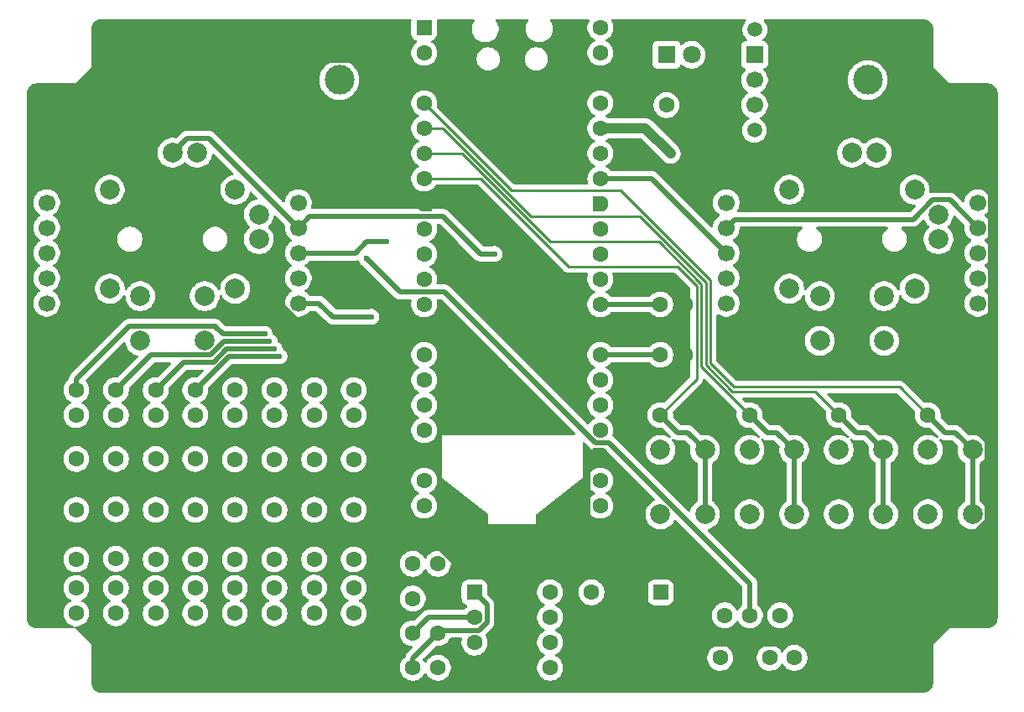
<source format=gbl>
%TF.GenerationSoftware,KiCad,Pcbnew,9.0.2*%
%TF.CreationDate,2025-07-04T21:54:35+09:00*%
%TF.ProjectId,sound_remocon_v2,736f756e-645f-4726-956d-6f636f6e5f76,rev?*%
%TF.SameCoordinates,Original*%
%TF.FileFunction,Copper,L2,Bot*%
%TF.FilePolarity,Positive*%
%FSLAX46Y46*%
G04 Gerber Fmt 4.6, Leading zero omitted, Abs format (unit mm)*
G04 Created by KiCad (PCBNEW 9.0.2) date 2025-07-04 21:54:35*
%MOMM*%
%LPD*%
G01*
G04 APERTURE LIST*
G04 Aperture macros list*
%AMRoundRect*
0 Rectangle with rounded corners*
0 $1 Rounding radius*
0 $2 $3 $4 $5 $6 $7 $8 $9 X,Y pos of 4 corners*
0 Add a 4 corners polygon primitive as box body*
4,1,4,$2,$3,$4,$5,$6,$7,$8,$9,$2,$3,0*
0 Add four circle primitives for the rounded corners*
1,1,$1+$1,$2,$3*
1,1,$1+$1,$4,$5*
1,1,$1+$1,$6,$7*
1,1,$1+$1,$8,$9*
0 Add four rect primitives between the rounded corners*
20,1,$1+$1,$2,$3,$4,$5,0*
20,1,$1+$1,$4,$5,$6,$7,0*
20,1,$1+$1,$6,$7,$8,$9,0*
20,1,$1+$1,$8,$9,$2,$3,0*%
%AMFreePoly0*
4,1,37,0.603843,0.796157,0.639018,0.796157,0.711114,0.766294,0.766294,0.711114,0.796157,0.639018,0.796157,0.603843,0.800000,0.600000,0.800000,-0.600000,0.796157,-0.603843,0.796157,-0.639018,0.766294,-0.711114,0.711114,-0.766294,0.639018,-0.796157,0.603843,-0.796157,0.600000,-0.800000,0.000000,-0.800000,0.000000,-0.796148,-0.078414,-0.796148,-0.232228,-0.765552,-0.377117,-0.705537,
-0.507515,-0.618408,-0.618408,-0.507515,-0.705537,-0.377117,-0.765552,-0.232228,-0.796148,-0.078414,-0.796148,0.078414,-0.765552,0.232228,-0.705537,0.377117,-0.618408,0.507515,-0.507515,0.618408,-0.377117,0.705537,-0.232228,0.765552,-0.078414,0.796148,0.000000,0.796148,0.000000,0.800000,0.600000,0.800000,0.603843,0.796157,0.603843,0.796157,$1*%
%AMFreePoly1*
4,1,37,0.000000,0.796148,0.078414,0.796148,0.232228,0.765552,0.377117,0.705537,0.507515,0.618408,0.618408,0.507515,0.705537,0.377117,0.765552,0.232228,0.796148,0.078414,0.796148,-0.078414,0.765552,-0.232228,0.705537,-0.377117,0.618408,-0.507515,0.507515,-0.618408,0.377117,-0.705537,0.232228,-0.765552,0.078414,-0.796148,0.000000,-0.796148,0.000000,-0.800000,-0.600000,-0.800000,
-0.603843,-0.796157,-0.639018,-0.796157,-0.711114,-0.766294,-0.766294,-0.711114,-0.796157,-0.639018,-0.796157,-0.603843,-0.800000,-0.600000,-0.800000,0.600000,-0.796157,0.603843,-0.796157,0.639018,-0.766294,0.711114,-0.711114,0.766294,-0.639018,0.796157,-0.603843,0.796157,-0.600000,0.800000,0.000000,0.800000,0.000000,0.796148,0.000000,0.796148,$1*%
G04 Aperture macros list end*
%TA.AperFunction,ComponentPad*%
%ADD10C,1.600000*%
%TD*%
%TA.AperFunction,ComponentPad*%
%ADD11RoundRect,0.200000X-0.600000X-0.600000X0.600000X-0.600000X0.600000X0.600000X-0.600000X0.600000X0*%
%TD*%
%TA.AperFunction,ComponentPad*%
%ADD12FreePoly0,0.000000*%
%TD*%
%TA.AperFunction,ComponentPad*%
%ADD13FreePoly1,0.000000*%
%TD*%
%TA.AperFunction,ComponentPad*%
%ADD14C,2.000000*%
%TD*%
%TA.AperFunction,ComponentPad*%
%ADD15R,3.000000X3.000000*%
%TD*%
%TA.AperFunction,ComponentPad*%
%ADD16C,3.000000*%
%TD*%
%TA.AperFunction,ComponentPad*%
%ADD17C,1.500000*%
%TD*%
%TA.AperFunction,ComponentPad*%
%ADD18R,1.700000X1.700000*%
%TD*%
%TA.AperFunction,ComponentPad*%
%ADD19C,1.700000*%
%TD*%
%TA.AperFunction,ComponentPad*%
%ADD20RoundRect,0.250000X-0.550000X-0.550000X0.550000X-0.550000X0.550000X0.550000X-0.550000X0.550000X0*%
%TD*%
%TA.AperFunction,ComponentPad*%
%ADD21RoundRect,0.250000X-0.550000X0.550000X-0.550000X-0.550000X0.550000X-0.550000X0.550000X0.550000X0*%
%TD*%
%TA.AperFunction,ComponentPad*%
%ADD22R,1.800000X1.800000*%
%TD*%
%TA.AperFunction,ComponentPad*%
%ADD23C,1.800000*%
%TD*%
%TA.AperFunction,ViaPad*%
%ADD24C,0.600000*%
%TD*%
%TA.AperFunction,Conductor*%
%ADD25C,0.500000*%
%TD*%
%TA.AperFunction,Conductor*%
%ADD26C,1.000000*%
%TD*%
%TA.AperFunction,Conductor*%
%ADD27C,0.250000*%
%TD*%
G04 APERTURE END LIST*
D10*
%TO.P,Rc5,1*%
%TO.N,Net-(C5-Pad2)*%
X72000000Y-108450000D03*
%TO.P,Rc5,2*%
%TO.N,Net-(U1A--)*%
X72000000Y-110990000D03*
%TD*%
%TO.P,C2,1*%
%TO.N,Net-(C2-Pad1)*%
X60000000Y-100500000D03*
%TO.P,C2,2*%
%TO.N,Net-(C2-Pad2)*%
X60000000Y-105500000D03*
%TD*%
%TO.P,Ra6,1*%
%TO.N,Signal6*%
X76000000Y-88460000D03*
%TO.P,Ra6,2*%
%TO.N,Net-(C6-Pad1)*%
X76000000Y-91000000D03*
%TD*%
D11*
%TO.P,A1,1,GPIO0*%
%TO.N,unconnected-(A1-GPIO0-Pad1)*%
X91110000Y-51870000D03*
D10*
%TO.P,A1,2,GPIO1*%
%TO.N,unconnected-(A1-GPIO1-Pad2)*%
X91110000Y-54410000D03*
D12*
%TO.P,A1,3,GND_IN*%
%TO.N,GND*%
X91110000Y-56950000D03*
D10*
%TO.P,A1,4,GPIO2*%
%TO.N,SW4*%
X91110000Y-59490000D03*
%TO.P,A1,5,GPIO3*%
%TO.N,SW3*%
X91110000Y-62030000D03*
%TO.P,A1,6,GPIO4*%
%TO.N,SW2*%
X91110000Y-64570000D03*
%TO.P,A1,7,GPIO5*%
%TO.N,SW1*%
X91110000Y-67110000D03*
D12*
%TO.P,A1,8,GND*%
%TO.N,GND*%
X91110000Y-69650000D03*
D10*
%TO.P,A1,9,GPIO6*%
%TO.N,unconnected-(A1-GPIO6-Pad9)_1*%
X91110000Y-72190000D03*
%TO.P,A1,10,GPIO7*%
%TO.N,unconnected-(A1-GPIO7-Pad10)*%
X91110000Y-74730000D03*
%TO.P,A1,11,GPIO8*%
%TO.N,Signal1*%
X91110000Y-77270000D03*
%TO.P,A1,12,GPIO9*%
%TO.N,Signal2*%
X91110000Y-79810000D03*
D12*
%TO.P,A1,13,GND*%
%TO.N,GND*%
X91110000Y-82350000D03*
D10*
%TO.P,A1,14,GPIO10*%
%TO.N,Signal3*%
X91110000Y-84890000D03*
%TO.P,A1,15,GPIO11*%
%TO.N,Signal4*%
X91110000Y-87430000D03*
%TO.P,A1,16,GPIO12*%
%TO.N,Signal5*%
X91110000Y-89970000D03*
%TO.P,A1,17,GPIO13*%
%TO.N,Signal6*%
X91110000Y-92510000D03*
D12*
%TO.P,A1,18,GND*%
%TO.N,GND*%
X91110000Y-95050000D03*
D10*
%TO.P,A1,19,GPIO14*%
%TO.N,Signal7*%
X91110000Y-97590000D03*
%TO.P,A1,20,GPIO15*%
%TO.N,Signal8*%
X91110000Y-100130000D03*
%TO.P,A1,21,GPIO16*%
%TO.N,unconnected-(A1-GPIO16-Pad21)_1*%
X108890000Y-100130000D03*
%TO.P,A1,22,GPIO17*%
%TO.N,unconnected-(A1-GPIO17-Pad22)_1*%
X108890000Y-97590000D03*
D13*
%TO.P,A1,23,GND*%
%TO.N,GND*%
X108890000Y-95050000D03*
D10*
%TO.P,A1,24,GPIO18*%
%TO.N,unconnected-(A1-GPIO18-Pad24)*%
X108890000Y-92510000D03*
%TO.P,A1,25,GPIO19*%
%TO.N,unconnected-(A1-GPIO19-Pad25)_1*%
X108890000Y-89970000D03*
%TO.P,A1,26,GPIO20*%
%TO.N,unconnected-(A1-GPIO20-Pad26)*%
X108890000Y-87430000D03*
%TO.P,A1,27,GPIO21*%
%TO.N,LeftStickSW*%
X108890000Y-84890000D03*
D13*
%TO.P,A1,28,GND*%
%TO.N,GND*%
X108890000Y-82350000D03*
D10*
%TO.P,A1,29,GPIO22*%
%TO.N,RightStickSW*%
X108890000Y-79810000D03*
%TO.P,A1,30,RUN*%
%TO.N,unconnected-(A1-RUN-Pad30)_1*%
X108890000Y-77270000D03*
%TO.P,A1,31,GPIO26_ADC0*%
%TO.N,LeftStickX*%
X108890000Y-74730000D03*
%TO.P,A1,32,GPIO27_ADC1*%
%TO.N,LeftStickY*%
X108890000Y-72190000D03*
D13*
%TO.P,A1,33,AGND*%
%TO.N,unconnected-(A1-AGND-Pad33)_1*%
X108890000Y-69650000D03*
D10*
%TO.P,A1,34,GPIO28_ADC2*%
%TO.N,RightStickY*%
X108890000Y-67110000D03*
%TO.P,A1,35,ADC_VREF*%
%TO.N,unconnected-(A1-ADC_VREF-Pad35)*%
X108890000Y-64570000D03*
%TO.P,A1,36,3V3*%
%TO.N,3V3*%
X108890000Y-62030000D03*
%TO.P,A1,37,3V3_EN*%
%TO.N,unconnected-(A1-3V3_EN-Pad37)*%
X108890000Y-59490000D03*
D13*
%TO.P,A1,38,GND*%
%TO.N,GND*%
X108890000Y-56950000D03*
D10*
%TO.P,A1,39,VSYS*%
%TO.N,Power5V*%
X108890000Y-54410000D03*
%TO.P,A1,40,VBUS*%
%TO.N,unconnected-(A1-VBUS-Pad40)_1*%
X108890000Y-51870000D03*
%TD*%
D14*
%TO.P,SW2,1,1*%
%TO.N,3V3*%
X123960000Y-101000000D03*
X123960000Y-94500000D03*
%TO.P,SW2,2,2*%
%TO.N,SW2*%
X128460000Y-101000000D03*
X128460000Y-94500000D03*
%TD*%
D15*
%TO.P,Power1,1,Pin_1*%
%TO.N,GND*%
X130810000Y-57150000D03*
D16*
%TO.P,Power1,2,Pin_2*%
%TO.N,+5V*%
X135890000Y-57150000D03*
%TD*%
D10*
%TO.P,C4,1*%
%TO.N,Net-(C4-Pad1)*%
X68000000Y-100545000D03*
%TO.P,C4,2*%
%TO.N,Net-(C4-Pad2)*%
X68000000Y-105545000D03*
%TD*%
%TO.P,Rb5,1*%
%TO.N,Net-(C5-Pad1)*%
X72000000Y-95460000D03*
%TO.P,Rb5,2*%
%TO.N,GND*%
X72000000Y-98000000D03*
%TD*%
%TO.P,R1,1*%
%TO.N,SW1*%
X114960000Y-91000000D03*
%TO.P,R1,2*%
%TO.N,GND*%
X117500000Y-91000000D03*
%TD*%
%TO.P,Ra4,1*%
%TO.N,Signal4*%
X68000000Y-88460000D03*
%TO.P,Ra4,2*%
%TO.N,Net-(C4-Pad1)*%
X68000000Y-91000000D03*
%TD*%
%TO.P,Rb7,1*%
%TO.N,Net-(C7-Pad1)*%
X80000000Y-95460000D03*
%TO.P,Rb7,2*%
%TO.N,GND*%
X80000000Y-98000000D03*
%TD*%
%TO.P,Rrs1,1*%
%TO.N,RightStickSW*%
X114960000Y-79810000D03*
%TO.P,Rrs1,2*%
%TO.N,GND*%
X117500000Y-79810000D03*
%TD*%
%TO.P,Rls1,1*%
%TO.N,LeftStickSW*%
X114960000Y-84890000D03*
%TO.P,Rls1,2*%
%TO.N,GND*%
X117500000Y-84890000D03*
%TD*%
D14*
%TO.P,SW1,1,1*%
%TO.N,3V3*%
X114960000Y-101000000D03*
X114960000Y-94500000D03*
%TO.P,SW1,2,2*%
%TO.N,SW1*%
X119460000Y-101000000D03*
X119460000Y-94500000D03*
%TD*%
D10*
%TO.P,R3,1*%
%TO.N,SW3*%
X132960000Y-91000000D03*
%TO.P,R3,2*%
%TO.N,GND*%
X135500000Y-91000000D03*
%TD*%
%TO.P,C10,1*%
%TO.N,Net-(C10-Pad1)*%
X125995000Y-115500000D03*
%TO.P,C10,2*%
%TO.N,Net-(C10-Pad2)*%
X120995000Y-115500000D03*
%TD*%
%TO.P,Rb2,1*%
%TO.N,Net-(C2-Pad1)*%
X60000000Y-95415000D03*
%TO.P,Rb2,2*%
%TO.N,GND*%
X60000000Y-97955000D03*
%TD*%
%TO.P,Ra5,1*%
%TO.N,Signal5*%
X72000000Y-88460000D03*
%TO.P,Ra5,2*%
%TO.N,Net-(C5-Pad1)*%
X72000000Y-91000000D03*
%TD*%
%TO.P,C8,1*%
%TO.N,Net-(C8-Pad1)*%
X84000000Y-100545000D03*
%TO.P,C8,2*%
%TO.N,Net-(C8-Pad2)*%
X84000000Y-105545000D03*
%TD*%
D17*
%TO.P,,x*%
%TO.N,N/C*%
X124460000Y-62230000D03*
%TD*%
D18*
%TO.P,SW_PWR1,1,A*%
%TO.N,Power5V*%
X124460000Y-54610000D03*
D19*
%TO.P,SW_PWR1,2,B*%
%TO.N,+5V*%
X124460000Y-57150000D03*
%TO.P,SW_PWR1,3,C*%
%TO.N,unconnected-(SW_PWR1-C-Pad3)*%
X124460000Y-59690000D03*
%TD*%
D18*
%TO.P,RightStickJ1,1,Pin_1*%
%TO.N,GND*%
X121600000Y-67000000D03*
D19*
%TO.P,RightStickJ1,2,Pin_2*%
%TO.N,3V3*%
X121600000Y-69540000D03*
%TO.P,RightStickJ1,3,Pin_3*%
%TO.N,Net-(RightStickJ1-Pin_3)*%
X121600000Y-72080000D03*
%TO.P,RightStickJ1,4,Pin_4*%
%TO.N,RightStickY*%
X121600000Y-74620000D03*
%TO.P,RightStickJ1,5,Pin_5*%
%TO.N,3V3*%
X121600000Y-77160000D03*
%TO.P,RightStickJ1,6,Pin_6*%
%TO.N,RightStickSW*%
X121600000Y-79700000D03*
%TD*%
D20*
%TO.P,U1,1*%
%TO.N,Net-(Rf1-Pad2)*%
X96190000Y-108880000D03*
D10*
%TO.P,U1,2,-*%
%TO.N,Net-(U1A--)*%
X96190000Y-111420000D03*
%TO.P,U1,3,+*%
%TO.N,Net-(U1A-+)*%
X96190000Y-113960000D03*
%TO.P,U1,4,V-*%
%TO.N,GND*%
X96190000Y-116500000D03*
%TO.P,U1,5,+*%
%TO.N,Net-(U1A-+)*%
X103810000Y-116500000D03*
%TO.P,U1,6,-*%
%TO.N,Net-(U1B--)*%
X103810000Y-113960000D03*
%TO.P,U1,7*%
X103810000Y-111420000D03*
%TO.P,U1,8,V+*%
%TO.N,Power5V*%
X103810000Y-108880000D03*
%TD*%
%TO.P,Rc6,1*%
%TO.N,Net-(C6-Pad2)*%
X76000000Y-108450000D03*
%TO.P,Rc6,2*%
%TO.N,Net-(U1A--)*%
X76000000Y-110990000D03*
%TD*%
D14*
%TO.P,SW4,1,1*%
%TO.N,3V3*%
X141960000Y-101000000D03*
X141960000Y-94500000D03*
%TO.P,SW4,2,2*%
%TO.N,SW4*%
X146460000Y-101000000D03*
X146460000Y-94500000D03*
%TD*%
D18*
%TO.P,RightStickJ2,1,Pin_1*%
%TO.N,GND*%
X147000000Y-67000000D03*
D19*
%TO.P,RightStickJ2,2,Pin_2*%
%TO.N,3V3*%
X147000000Y-69540000D03*
%TO.P,RightStickJ2,3,Pin_3*%
%TO.N,Net-(RightStickJ1-Pin_3)*%
X147000000Y-72080000D03*
%TO.P,RightStickJ2,4,Pin_4*%
%TO.N,RightStickY*%
X147000000Y-74620000D03*
%TO.P,RightStickJ2,5,Pin_5*%
%TO.N,3V3*%
X147000000Y-77160000D03*
%TO.P,RightStickJ2,6,Pin_6*%
%TO.N,RightStickSW*%
X147000000Y-79700000D03*
%TD*%
D10*
%TO.P,Rb4,1*%
%TO.N,Net-(C4-Pad1)*%
X68000000Y-95415000D03*
%TO.P,Rb4,2*%
%TO.N,GND*%
X68000000Y-97955000D03*
%TD*%
%TO.P,Rg1,1*%
%TO.N,Net-(Rf1-Pad2)*%
X89960000Y-116500000D03*
%TO.P,Rg1,2*%
%TO.N,Net-(C10-Pad1)*%
X92500000Y-116500000D03*
%TD*%
%TO.P,Rb8,1*%
%TO.N,Net-(C8-Pad1)*%
X84000000Y-95460000D03*
%TO.P,Rb8,2*%
%TO.N,GND*%
X84000000Y-98000000D03*
%TD*%
%TO.P,Re2,1*%
%TO.N,Net-(U1A-+)*%
X89960000Y-109500000D03*
%TO.P,Re2,2*%
%TO.N,GND*%
X92500000Y-109500000D03*
%TD*%
%TO.P,Ra2,1*%
%TO.N,Signal2*%
X60000000Y-88460000D03*
%TO.P,Ra2,2*%
%TO.N,Net-(C2-Pad1)*%
X60000000Y-91000000D03*
%TD*%
D15*
%TO.P,MixedSignalOut1,1,Pin_1*%
%TO.N,GND*%
X77470000Y-57150000D03*
D16*
%TO.P,MixedSignalOut1,2,Pin_2*%
%TO.N,Mixed Signal*%
X82550000Y-57150000D03*
%TD*%
D10*
%TO.P,R2,1*%
%TO.N,SW2*%
X123960000Y-91000000D03*
%TO.P,R2,2*%
%TO.N,GND*%
X126500000Y-91000000D03*
%TD*%
%TO.P,Rb3,1*%
%TO.N,Net-(C3-Pad1)*%
X64000000Y-95415000D03*
%TO.P,Rb3,2*%
%TO.N,GND*%
X64000000Y-97955000D03*
%TD*%
%TO.P,C1,1*%
%TO.N,Net-(C1-Pad1)*%
X56000000Y-100545000D03*
%TO.P,C1,2*%
%TO.N,Net-(C1-Pad2)*%
X56000000Y-105545000D03*
%TD*%
%TO.P,C9,1*%
%TO.N,Net-(C10-Pad1)*%
X128495000Y-115500000D03*
%TO.P,C9,2*%
%TO.N,GND*%
X133495000Y-115500000D03*
%TD*%
%TO.P,Rc2,1*%
%TO.N,Net-(C2-Pad2)*%
X60000000Y-108455000D03*
%TO.P,Rc2,2*%
%TO.N,Net-(U1A--)*%
X60000000Y-110995000D03*
%TD*%
D21*
%TO.P,Cp2,1*%
%TO.N,Power5V*%
X115000000Y-108880000D03*
D10*
%TO.P,Cp2,2*%
%TO.N,GND*%
X115000000Y-113880000D03*
%TD*%
%TO.P,R4,1*%
%TO.N,SW4*%
X141960000Y-91000000D03*
%TO.P,R4,2*%
%TO.N,GND*%
X144500000Y-91000000D03*
%TD*%
%TO.P,C6,1*%
%TO.N,Net-(C6-Pad1)*%
X76000000Y-100545000D03*
%TO.P,C6,2*%
%TO.N,Net-(C6-Pad2)*%
X76000000Y-105545000D03*
%TD*%
%TO.P,Cp1,1*%
%TO.N,Power5V*%
X108000000Y-108880000D03*
%TO.P,Cp1,2*%
%TO.N,GND*%
X108000000Y-113880000D03*
%TD*%
%TO.P,Rb1,1*%
%TO.N,Net-(C1-Pad1)*%
X56000000Y-95415000D03*
%TO.P,Rb1,2*%
%TO.N,GND*%
X56000000Y-97955000D03*
%TD*%
D17*
%TO.P,,x*%
%TO.N,N/C*%
X124500000Y-52070000D03*
%TD*%
D22*
%TO.P,D1,1,K*%
%TO.N,Net-(D1-K)*%
X115570000Y-54610000D03*
D23*
%TO.P,D1,2,A*%
%TO.N,Power5V*%
X118110000Y-54610000D03*
%TD*%
D10*
%TO.P,Rb6,1*%
%TO.N,Net-(C6-Pad1)*%
X76000000Y-95460000D03*
%TO.P,Rb6,2*%
%TO.N,GND*%
X76000000Y-98000000D03*
%TD*%
%TO.P,C5,1*%
%TO.N,Net-(C5-Pad1)*%
X72000000Y-100545000D03*
%TO.P,C5,2*%
%TO.N,Net-(C5-Pad2)*%
X72000000Y-105545000D03*
%TD*%
%TO.P,Rc8,1*%
%TO.N,Net-(C8-Pad2)*%
X84000000Y-108450000D03*
%TO.P,Rc8,2*%
%TO.N,Net-(U1A--)*%
X84000000Y-110990000D03*
%TD*%
%TO.P,Rc7,1*%
%TO.N,Net-(C7-Pad2)*%
X80000000Y-108405000D03*
%TO.P,Rc7,2*%
%TO.N,Net-(U1A--)*%
X80000000Y-110945000D03*
%TD*%
%TO.P,Ra8,1*%
%TO.N,Signal8*%
X84000000Y-88460000D03*
%TO.P,Ra8,2*%
%TO.N,Net-(C8-Pad1)*%
X84000000Y-91000000D03*
%TD*%
%TO.P,Rh1,1*%
%TO.N,Net-(C10-Pad2)*%
X121460000Y-111200000D03*
%TO.P,Rh1,2*%
%TO.N,Mixed Signal*%
X124000000Y-111200000D03*
%TD*%
D14*
%TO.P,SW3,1,1*%
%TO.N,3V3*%
X132960000Y-101000000D03*
X132960000Y-94500000D03*
%TO.P,SW3,2,2*%
%TO.N,SW3*%
X137460000Y-101000000D03*
X137460000Y-94500000D03*
%TD*%
D18*
%TO.P,LeftStickJ2,1,Pin_1*%
%TO.N,GND*%
X78400000Y-67000000D03*
D19*
%TO.P,LeftStickJ2,2,Pin_2*%
%TO.N,3V3*%
X78400000Y-69540000D03*
%TO.P,LeftStickJ2,3,Pin_3*%
%TO.N,LeftStickX*%
X78400000Y-72080000D03*
%TO.P,LeftStickJ2,4,Pin_4*%
%TO.N,LeftStickY*%
X78400000Y-74620000D03*
%TO.P,LeftStickJ2,5,Pin_5*%
%TO.N,3V3*%
X78400000Y-77160000D03*
%TO.P,LeftStickJ2,6,Pin_6*%
%TO.N,LeftStickSW*%
X78400000Y-79700000D03*
%TD*%
D14*
%TO.P,LeftStick1,1,Rx1*%
%TO.N,3V3*%
X68200000Y-64495000D03*
%TO.P,LeftStick1,2,Rx2*%
%TO.N,LeftStickX*%
X65700000Y-64495000D03*
%TO.P,LeftStick1,3,Rx3*%
%TO.N,GND*%
X63200000Y-64495000D03*
%TO.P,LeftStick1,4,Ry1*%
X74430000Y-75725000D03*
%TO.P,LeftStick1,5,Ry2*%
%TO.N,LeftStickY*%
X74430000Y-73225000D03*
%TO.P,LeftStick1,6,Ry3*%
%TO.N,3V3*%
X74430000Y-70725000D03*
%TO.P,LeftStick1,a,SWa*%
X62450000Y-78975000D03*
%TO.P,LeftStick1,b,SWb*%
%TO.N,LeftStickSW*%
X62450000Y-83475000D03*
%TO.P,LeftStick1,c,SWc*%
%TO.N,3V3*%
X68950000Y-78975000D03*
%TO.P,LeftStick1,d,SWd*%
%TO.N,LeftStickSW*%
X68950000Y-83475000D03*
%TO.P,LeftStick1,x*%
%TO.N,N/C*%
X59375000Y-68225000D03*
X59375000Y-78225000D03*
X72025000Y-68225000D03*
X72025000Y-78225000D03*
%TD*%
D10*
%TO.P,Ra7,1*%
%TO.N,Signal7*%
X80000000Y-88460000D03*
%TO.P,Ra7,2*%
%TO.N,Net-(C7-Pad1)*%
X80000000Y-91000000D03*
%TD*%
%TO.P,Ra3,1*%
%TO.N,Signal3*%
X64000000Y-88460000D03*
%TO.P,Ra3,2*%
%TO.N,Net-(C3-Pad1)*%
X64000000Y-91000000D03*
%TD*%
%TO.P,Ra1,1*%
%TO.N,Signal1*%
X56000000Y-88460000D03*
%TO.P,Ra1,2*%
%TO.N,Net-(C1-Pad1)*%
X56000000Y-91000000D03*
%TD*%
%TO.P,Re1,1*%
%TO.N,Power5V*%
X89960000Y-106000000D03*
%TO.P,Re1,2*%
%TO.N,Net-(U1A-+)*%
X92500000Y-106000000D03*
%TD*%
%TO.P,C7,1*%
%TO.N,Net-(C7-Pad1)*%
X80000000Y-100545000D03*
%TO.P,C7,2*%
%TO.N,Net-(C7-Pad2)*%
X80000000Y-105545000D03*
%TD*%
%TO.P,Rh2,1*%
%TO.N,Mixed Signal*%
X127060000Y-111200000D03*
%TO.P,Rh2,2*%
%TO.N,GND*%
X129600000Y-111200000D03*
%TD*%
%TO.P,Rf1,1*%
%TO.N,Net-(U1A--)*%
X89960000Y-113000000D03*
%TO.P,Rf1,2*%
%TO.N,Net-(Rf1-Pad2)*%
X92500000Y-113000000D03*
%TD*%
D18*
%TO.P,LeftStickJ1,1,Pin_1*%
%TO.N,GND*%
X53000000Y-67000000D03*
D19*
%TO.P,LeftStickJ1,2,Pin_2*%
%TO.N,3V3*%
X53000000Y-69540000D03*
%TO.P,LeftStickJ1,3,Pin_3*%
%TO.N,LeftStickX*%
X53000000Y-72080000D03*
%TO.P,LeftStickJ1,4,Pin_4*%
%TO.N,LeftStickY*%
X53000000Y-74620000D03*
%TO.P,LeftStickJ1,5,Pin_5*%
%TO.N,3V3*%
X53000000Y-77160000D03*
%TO.P,LeftStickJ1,6,Pin_6*%
%TO.N,LeftStickSW*%
X53000000Y-79700000D03*
%TD*%
D10*
%TO.P,Rled1,1*%
%TO.N,Net-(D1-K)*%
X115570000Y-59690000D03*
%TO.P,Rled1,2*%
%TO.N,GND*%
X118110000Y-59690000D03*
%TD*%
%TO.P,Rc1,1*%
%TO.N,Net-(C1-Pad2)*%
X56000000Y-108450000D03*
%TO.P,Rc1,2*%
%TO.N,Net-(U1A--)*%
X56000000Y-110990000D03*
%TD*%
D14*
%TO.P,RightStick1,1,Rx1*%
%TO.N,3V3*%
X136800000Y-64495000D03*
%TO.P,RightStick1,2,Rx2*%
%TO.N,unconnected-(RightStick1-Rx2-Pad2)*%
X134300000Y-64495000D03*
%TO.P,RightStick1,3,Rx3*%
%TO.N,GND*%
X131800000Y-64495000D03*
%TO.P,RightStick1,4,Ry1*%
X143030000Y-75725000D03*
%TO.P,RightStick1,5,Ry2*%
%TO.N,RightStickY*%
X143030000Y-73225000D03*
%TO.P,RightStick1,6,Ry3*%
%TO.N,3V3*%
X143030000Y-70725000D03*
%TO.P,RightStick1,a,SWa*%
X131050000Y-78975000D03*
%TO.P,RightStick1,b,SWb*%
%TO.N,RightStickSW*%
X131050000Y-83475000D03*
%TO.P,RightStick1,c,SWc*%
%TO.N,3V3*%
X137550000Y-78975000D03*
%TO.P,RightStick1,d,SWd*%
%TO.N,RightStickSW*%
X137550000Y-83475000D03*
%TO.P,RightStick1,x*%
%TO.N,N/C*%
X127975000Y-68225000D03*
X127975000Y-78225000D03*
X140625000Y-68225000D03*
X140625000Y-78225000D03*
%TD*%
D10*
%TO.P,Rc4,1*%
%TO.N,Net-(C4-Pad2)*%
X68000000Y-108450000D03*
%TO.P,Rc4,2*%
%TO.N,Net-(U1A--)*%
X68000000Y-110990000D03*
%TD*%
%TO.P,C3,1*%
%TO.N,Net-(C3-Pad1)*%
X64000000Y-100545000D03*
%TO.P,C3,2*%
%TO.N,Net-(C3-Pad2)*%
X64000000Y-105545000D03*
%TD*%
%TO.P,Rc3,1*%
%TO.N,Net-(C3-Pad2)*%
X64000000Y-108450000D03*
%TO.P,Rc3,2*%
%TO.N,Net-(U1A--)*%
X64000000Y-110990000D03*
%TD*%
D24*
%TO.N,LeftStickSW*%
X85776013Y-81076013D03*
%TO.N,3V3*%
X116000000Y-64600000D03*
%TO.N,LeftStickY*%
X87300000Y-73500000D03*
%TO.N,LeftStickX*%
X98200000Y-74730000D03*
%TO.N,Mixed Signal*%
X85300000Y-75200000D03*
%TO.N,Signal1*%
X75000000Y-82807000D03*
%TO.N,Signal2*%
X75500000Y-83557000D03*
%TO.N,Signal3*%
X76000000Y-84307000D03*
%TO.N,Signal4*%
X76500000Y-85057000D03*
%TD*%
D25*
%TO.N,LeftStickSW*%
X80500000Y-79700000D02*
X78400000Y-79700000D01*
X81861000Y-81061000D02*
X85761000Y-81061000D01*
X108890000Y-84890000D02*
X114960000Y-84890000D01*
X81861000Y-81061000D02*
X80500000Y-79700000D01*
X85761000Y-81061000D02*
X85776013Y-81076013D01*
D26*
%TO.N,3V3*%
X112887919Y-62030000D02*
X113430000Y-62030000D01*
X112887919Y-62030000D02*
X108890000Y-62030000D01*
X113430000Y-62030000D02*
X116000000Y-64600000D01*
D25*
%TO.N,LeftStickY*%
X84180000Y-74620000D02*
X85300000Y-73500000D01*
X78400000Y-74620000D02*
X84180000Y-74620000D01*
X85300000Y-73500000D02*
X87300000Y-73500000D01*
%TO.N,GND*%
X94700000Y-106430818D02*
X94700000Y-107300000D01*
D26*
X78400000Y-67000000D02*
X81000000Y-67000000D01*
X63200000Y-60600000D02*
X63200000Y-64495000D01*
X115370000Y-56950000D02*
X108890000Y-56950000D01*
X91110000Y-95050000D02*
X87950000Y-95050000D01*
X64000000Y-97955000D02*
X68000000Y-97955000D01*
X114960000Y-82350000D02*
X108890000Y-82350000D01*
X148551000Y-68551000D02*
X148551000Y-84200000D01*
X147000000Y-64000000D02*
X147000000Y-67000000D01*
X144600000Y-84200000D02*
X148551000Y-84200000D01*
X78268554Y-81762000D02*
X74430000Y-77923446D01*
X77470000Y-57150000D02*
X66650000Y-57150000D01*
X77470000Y-57150000D02*
X79671000Y-54949000D01*
X84800000Y-85400000D02*
X84800000Y-85800000D01*
X72000000Y-98000000D02*
X76000000Y-98000000D01*
X133495000Y-112495000D02*
X133495000Y-115500000D01*
X95750000Y-106250000D02*
X94700000Y-107300000D01*
X129600000Y-111200000D02*
X132200000Y-111200000D01*
X130810000Y-61750000D02*
X130810000Y-63505000D01*
X148161000Y-101704578D02*
X137370578Y-112495000D01*
X81000000Y-67000000D02*
X83650000Y-69650000D01*
D25*
X92649000Y-104379818D02*
X94700000Y-106430818D01*
D26*
X94700000Y-107300000D02*
X92500000Y-109500000D01*
X84000000Y-98000000D02*
X85000000Y-98000000D01*
D25*
X107639000Y-103961000D02*
X104550000Y-107050000D01*
D26*
X53000000Y-67000000D02*
X55505000Y-64495000D01*
X130810000Y-63505000D02*
X131800000Y-64495000D01*
D25*
X107639000Y-96301000D02*
X107639000Y-103961000D01*
D26*
X145631370Y-91000000D02*
X148161000Y-93529630D01*
X87000000Y-88000000D02*
X84800000Y-85800000D01*
X132200000Y-111200000D02*
X133495000Y-112495000D01*
X108000000Y-113750000D02*
X106000000Y-111750000D01*
X144750000Y-61750000D02*
X147000000Y-64000000D01*
X74430000Y-77923446D02*
X74430000Y-75725000D01*
X148551000Y-84200000D02*
X148551000Y-86949000D01*
X60000000Y-97955000D02*
X64000000Y-97955000D01*
X104550000Y-107050000D02*
X103750000Y-106250000D01*
X78400000Y-61400000D02*
X78400000Y-67000000D01*
X83949000Y-54949000D02*
X85950000Y-56950000D01*
X105375000Y-107875000D02*
X104550000Y-107050000D01*
X103750000Y-106250000D02*
X95750000Y-106250000D01*
X143030000Y-75725000D02*
X143030000Y-82630000D01*
D25*
X91110000Y-95050000D02*
X92649000Y-96589000D01*
D26*
X80762000Y-81762000D02*
X78268554Y-81762000D01*
X70023712Y-75725000D02*
X74430000Y-75725000D01*
X121600000Y-67000000D02*
X124105000Y-64495000D01*
X87950000Y-95050000D02*
X85000000Y-98000000D01*
X77470000Y-57150000D02*
X77470000Y-60470000D01*
X68000000Y-97955000D02*
X71955000Y-97955000D01*
X118110000Y-59690000D02*
X115370000Y-56950000D01*
X137370578Y-112495000D02*
X133495000Y-112495000D01*
X87950000Y-95050000D02*
X87950000Y-94950000D01*
X108000000Y-113880000D02*
X115000000Y-113880000D01*
X84800000Y-85800000D02*
X80762000Y-81762000D01*
X115000000Y-113880000D02*
X126920000Y-113880000D01*
X108000000Y-115500000D02*
X108000000Y-113880000D01*
X56000000Y-97955000D02*
X60000000Y-97955000D01*
X147000000Y-67000000D02*
X148551000Y-68551000D01*
X105000000Y-118500000D02*
X108000000Y-115500000D01*
X87950000Y-94950000D02*
X87000000Y-94000000D01*
X98190000Y-118500000D02*
X105000000Y-118500000D01*
X85950000Y-56950000D02*
X91110000Y-56950000D01*
X118110000Y-63510000D02*
X121600000Y-67000000D01*
X117500000Y-84890000D02*
X114960000Y-82350000D01*
X63200000Y-64495000D02*
X63200000Y-68901288D01*
X143030000Y-82630000D02*
X144600000Y-84200000D01*
D25*
X92649000Y-96589000D02*
X92649000Y-104379818D01*
D26*
X87000000Y-94000000D02*
X87000000Y-88000000D01*
X63200000Y-68901288D02*
X70023712Y-75725000D01*
X126920000Y-113880000D02*
X129600000Y-111200000D01*
X96190000Y-116500000D02*
X98190000Y-118500000D01*
X118110000Y-59690000D02*
X118110000Y-63510000D01*
X148161000Y-93529630D02*
X148161000Y-101704578D01*
X55505000Y-64495000D02*
X63200000Y-64495000D01*
D25*
X108890000Y-95050000D02*
X107639000Y-96301000D01*
D26*
X148551000Y-86949000D02*
X144500000Y-91000000D01*
X83650000Y-69650000D02*
X91110000Y-69650000D01*
X66650000Y-57150000D02*
X63200000Y-60600000D01*
X71955000Y-97955000D02*
X72000000Y-98000000D01*
X76000000Y-98000000D02*
X80000000Y-98000000D01*
X80000000Y-98000000D02*
X84000000Y-98000000D01*
X124105000Y-64495000D02*
X131800000Y-64495000D01*
X114960000Y-82350000D02*
X117500000Y-79810000D01*
X108000000Y-113880000D02*
X108000000Y-113750000D01*
X106000000Y-108500000D02*
X105375000Y-107875000D01*
X130810000Y-57150000D02*
X130810000Y-61750000D01*
X91110000Y-82350000D02*
X87850000Y-82350000D01*
X79671000Y-54949000D02*
X83949000Y-54949000D01*
X130810000Y-61750000D02*
X144750000Y-61750000D01*
X144500000Y-91000000D02*
X145631370Y-91000000D01*
X87850000Y-82350000D02*
X84800000Y-85400000D01*
X77470000Y-60470000D02*
X78400000Y-61400000D01*
X106000000Y-111750000D02*
X106000000Y-108500000D01*
D25*
%TO.N,LeftStickX*%
X96801000Y-74730000D02*
X93010000Y-70939000D01*
D27*
X67026000Y-63169000D02*
X65700000Y-64495000D01*
D25*
X69364000Y-63044000D02*
X78400000Y-72080000D01*
X93010000Y-70939000D02*
X79541000Y-70939000D01*
X65700000Y-64495000D02*
X67151000Y-63044000D01*
X79541000Y-70939000D02*
X78400000Y-72080000D01*
X98200000Y-74730000D02*
X96801000Y-74730000D01*
X67151000Y-63044000D02*
X69364000Y-63044000D01*
%TO.N,RightStickY*%
X108890000Y-67110000D02*
X114090000Y-67110000D01*
X114090000Y-67110000D02*
X121600000Y-74620000D01*
%TO.N,RightStickSW*%
X108890000Y-79810000D02*
X114960000Y-79810000D01*
%TO.N,Mixed Signal*%
X108371818Y-93761000D02*
X93169818Y-78559000D01*
X93169818Y-78559000D02*
X88659000Y-78559000D01*
X88659000Y-78559000D02*
X85300000Y-75200000D01*
X124000000Y-111200000D02*
X124000000Y-107987976D01*
X124000000Y-107987976D02*
X109773024Y-93761000D01*
X109773024Y-93761000D02*
X108371818Y-93761000D01*
%TO.N,Net-(U1A--)*%
X89960000Y-113000000D02*
X91540000Y-111420000D01*
X91540000Y-111420000D02*
X96190000Y-111420000D01*
%TO.N,Net-(Rf1-Pad2)*%
X89960000Y-116500000D02*
X89960000Y-115540000D01*
X97441000Y-110131000D02*
X96190000Y-108880000D01*
X92500000Y-113000000D02*
X92791000Y-112709000D01*
X97441000Y-111938182D02*
X97441000Y-110131000D01*
X92791000Y-112709000D02*
X96670182Y-112709000D01*
X96670182Y-112709000D02*
X97441000Y-111938182D01*
X89960000Y-115540000D02*
X92500000Y-113000000D01*
D27*
%TO.N,SW1*%
X105706570Y-76000000D02*
X116686570Y-76000000D01*
D25*
X119460000Y-94500000D02*
X119460000Y-101000000D01*
X116710000Y-92750000D02*
X117710000Y-92750000D01*
X114960000Y-91000000D02*
X116710000Y-92750000D01*
D27*
X96816570Y-67110000D02*
X105706570Y-76000000D01*
X118626000Y-87334000D02*
X114960000Y-91000000D01*
X118626000Y-77939430D02*
X118626000Y-87334000D01*
D25*
X117710000Y-92750000D02*
X119460000Y-94500000D01*
D27*
X91110000Y-67110000D02*
X96816570Y-67110000D01*
X116686570Y-76000000D02*
X118626000Y-77939430D01*
%TO.N,SW2*%
X119077000Y-83423000D02*
X119100000Y-83400000D01*
X119100000Y-77775620D02*
X114824380Y-73500000D01*
X103844380Y-73500000D02*
X94914380Y-64570000D01*
X114824380Y-73500000D02*
X103844380Y-73500000D01*
D25*
X123960000Y-91000000D02*
X125730000Y-92770000D01*
D27*
X123960000Y-91000000D02*
X119077000Y-86117000D01*
X119100000Y-83400000D02*
X119100000Y-77775620D01*
D25*
X128460000Y-94500000D02*
X128460000Y-101000000D01*
D27*
X119077000Y-86117000D02*
X119077000Y-83423000D01*
D25*
X128460000Y-94500000D02*
X126730000Y-92770000D01*
D27*
X94914380Y-64570000D02*
X91110000Y-64570000D01*
D25*
X125730000Y-92770000D02*
X126730000Y-92770000D01*
D27*
%TO.N,SW3*%
X119551000Y-77588810D02*
X119551000Y-85953190D01*
X93012190Y-62030000D02*
X101882190Y-70900000D01*
X101882190Y-70900000D02*
X112862190Y-70900000D01*
D25*
X137460000Y-94500000D02*
X137460000Y-101000000D01*
D27*
X112862190Y-70900000D02*
X119551000Y-77588810D01*
X130561095Y-88601095D02*
X132960000Y-91000000D01*
D25*
X132960000Y-91000000D02*
X134730000Y-92770000D01*
X135730000Y-92770000D02*
X137460000Y-94500000D01*
D27*
X119551000Y-85953190D02*
X122198905Y-88601095D01*
X91110000Y-62030000D02*
X93012190Y-62030000D01*
X122198905Y-88601095D02*
X130561095Y-88601095D01*
D25*
X134730000Y-92770000D02*
X135730000Y-92770000D01*
%TO.N,Signal1*%
X70024000Y-82024000D02*
X61304630Y-82024000D01*
X61304630Y-82024000D02*
X56000000Y-87328630D01*
X70700000Y-82700000D02*
X70150000Y-82150000D01*
X70807000Y-82807000D02*
X70150000Y-82150000D01*
X70150000Y-82150000D02*
X70024000Y-82024000D01*
X75000000Y-82807000D02*
X70807000Y-82807000D01*
X56000000Y-87328630D02*
X56000000Y-88460000D01*
%TO.N,Signal2*%
X63534000Y-84926000D02*
X60000000Y-88460000D01*
X75500000Y-83557000D02*
X70920024Y-83557000D01*
X70920024Y-83557000D02*
X69551024Y-84926000D01*
X69551024Y-84926000D02*
X63534000Y-84926000D01*
%TO.N,Signal3*%
X69841388Y-85627000D02*
X66833000Y-85627000D01*
X71161388Y-84307000D02*
X69841388Y-85627000D01*
X76000000Y-84307000D02*
X71161388Y-84307000D01*
X66833000Y-85627000D02*
X64000000Y-88460000D01*
%TO.N,Signal4*%
X76500000Y-85057000D02*
X71403000Y-85057000D01*
X71403000Y-85057000D02*
X68000000Y-88460000D01*
%TO.N,Net-(RightStickJ1-Pin_3)*%
X142428976Y-69274000D02*
X144194000Y-69274000D01*
X121600000Y-72080000D02*
X122450000Y-71230000D01*
X122450000Y-71230000D02*
X140472976Y-71230000D01*
X144194000Y-69274000D02*
X147000000Y-72080000D01*
X140472976Y-71230000D02*
X142428976Y-69274000D01*
D27*
%TO.N,SW4*%
X120002000Y-77402000D02*
X120002000Y-85766380D01*
X110900000Y-68300000D02*
X120002000Y-77402000D01*
X122385715Y-88150095D02*
X139110095Y-88150095D01*
X139110095Y-88150095D02*
X141960000Y-91000000D01*
X120002000Y-85766380D02*
X122385715Y-88150095D01*
D25*
X146460000Y-94500000D02*
X146460000Y-101000000D01*
X144730000Y-92770000D02*
X146460000Y-94500000D01*
D27*
X91110000Y-59490000D02*
X99920000Y-68300000D01*
X99920000Y-68300000D02*
X110900000Y-68300000D01*
D25*
X141960000Y-91000000D02*
X143730000Y-92770000D01*
X143730000Y-92770000D02*
X144730000Y-92770000D01*
%TD*%
%TA.AperFunction,Conductor*%
%TO.N,GND*%
G36*
X89713415Y-51005928D02*
G01*
X89734429Y-51007046D01*
X89746267Y-51015575D01*
X89760264Y-51019685D01*
X89774041Y-51035585D01*
X89791118Y-51047888D01*
X89796466Y-51061464D01*
X89806019Y-51072489D01*
X89809013Y-51093315D01*
X89816727Y-51112896D01*
X89815489Y-51136177D01*
X89816508Y-51136270D01*
X89815914Y-51142803D01*
X89815914Y-51142804D01*
X89809655Y-51211681D01*
X89809500Y-51213386D01*
X89809500Y-52526613D01*
X89815913Y-52597192D01*
X89866522Y-52759606D01*
X89954530Y-52905188D01*
X90074811Y-53025469D01*
X90074813Y-53025470D01*
X90074815Y-53025472D01*
X90220394Y-53113478D01*
X90307566Y-53140641D01*
X90365712Y-53179378D01*
X90393686Y-53243403D01*
X90382605Y-53312388D01*
X90343560Y-53359344D01*
X90262782Y-53418032D01*
X90118028Y-53562786D01*
X89997715Y-53728386D01*
X89904781Y-53910776D01*
X89841522Y-54105465D01*
X89809500Y-54307648D01*
X89809500Y-54512351D01*
X89841522Y-54714534D01*
X89904781Y-54909223D01*
X89997715Y-55091613D01*
X90118028Y-55257213D01*
X90262786Y-55401971D01*
X90408549Y-55507872D01*
X90428390Y-55522287D01*
X90517090Y-55567482D01*
X90610776Y-55615218D01*
X90610778Y-55615218D01*
X90610781Y-55615220D01*
X90695411Y-55642718D01*
X90805465Y-55678477D01*
X90906557Y-55694488D01*
X91007648Y-55710500D01*
X91007649Y-55710500D01*
X91212351Y-55710500D01*
X91212352Y-55710500D01*
X91414534Y-55678477D01*
X91609219Y-55615220D01*
X91791610Y-55522287D01*
X91926498Y-55424286D01*
X91957213Y-55401971D01*
X91957215Y-55401968D01*
X91957219Y-55401966D01*
X92101966Y-55257219D01*
X92101968Y-55257215D01*
X92101971Y-55257213D01*
X92155358Y-55183730D01*
X92222287Y-55091610D01*
X92300817Y-54937486D01*
X96399500Y-54937486D01*
X96399500Y-55122513D01*
X96428445Y-55305265D01*
X96485619Y-55481232D01*
X96485620Y-55481235D01*
X96542093Y-55592068D01*
X96569622Y-55646096D01*
X96678379Y-55795787D01*
X96809213Y-55926621D01*
X96958904Y-56035378D01*
X97007512Y-56060145D01*
X97123764Y-56119379D01*
X97123767Y-56119380D01*
X97151584Y-56128418D01*
X97299736Y-56176555D01*
X97482486Y-56205500D01*
X97482487Y-56205500D01*
X97667513Y-56205500D01*
X97667514Y-56205500D01*
X97850264Y-56176555D01*
X98026235Y-56119379D01*
X98191096Y-56035378D01*
X98340787Y-55926621D01*
X98471621Y-55795787D01*
X98580378Y-55646096D01*
X98664379Y-55481235D01*
X98721555Y-55305264D01*
X98750500Y-55122514D01*
X98750500Y-54937486D01*
X101249500Y-54937486D01*
X101249500Y-55122513D01*
X101278445Y-55305265D01*
X101335619Y-55481232D01*
X101335620Y-55481235D01*
X101392093Y-55592068D01*
X101419622Y-55646096D01*
X101528379Y-55795787D01*
X101659213Y-55926621D01*
X101808904Y-56035378D01*
X101857512Y-56060145D01*
X101973764Y-56119379D01*
X101973767Y-56119380D01*
X102001584Y-56128418D01*
X102149736Y-56176555D01*
X102332486Y-56205500D01*
X102332487Y-56205500D01*
X102517513Y-56205500D01*
X102517514Y-56205500D01*
X102700264Y-56176555D01*
X102876235Y-56119379D01*
X103041096Y-56035378D01*
X103190787Y-55926621D01*
X103321621Y-55795787D01*
X103430378Y-55646096D01*
X103514379Y-55481235D01*
X103571555Y-55305264D01*
X103600500Y-55122514D01*
X103600500Y-54937486D01*
X103571555Y-54754736D01*
X103542967Y-54666750D01*
X103514380Y-54578767D01*
X103514379Y-54578764D01*
X103430377Y-54413903D01*
X103321621Y-54264213D01*
X103190787Y-54133379D01*
X103041096Y-54024622D01*
X102876235Y-53940620D01*
X102876232Y-53940619D01*
X102700265Y-53883445D01*
X102608889Y-53868972D01*
X102517514Y-53854500D01*
X102332486Y-53854500D01*
X102271569Y-53864148D01*
X102149734Y-53883445D01*
X101973767Y-53940619D01*
X101973764Y-53940620D01*
X101808903Y-54024622D01*
X101743149Y-54072396D01*
X101659213Y-54133379D01*
X101659211Y-54133381D01*
X101659210Y-54133381D01*
X101528381Y-54264210D01*
X101528381Y-54264211D01*
X101528379Y-54264213D01*
X101496822Y-54307648D01*
X101419622Y-54413903D01*
X101335620Y-54578764D01*
X101335619Y-54578767D01*
X101278445Y-54754734D01*
X101249500Y-54937486D01*
X98750500Y-54937486D01*
X98721555Y-54754736D01*
X98692967Y-54666750D01*
X98664380Y-54578767D01*
X98664379Y-54578764D01*
X98580377Y-54413903D01*
X98471621Y-54264213D01*
X98340787Y-54133379D01*
X98191096Y-54024622D01*
X98026235Y-53940620D01*
X98026232Y-53940619D01*
X97850265Y-53883445D01*
X97758889Y-53868972D01*
X97667514Y-53854500D01*
X97482486Y-53854500D01*
X97421569Y-53864148D01*
X97299734Y-53883445D01*
X97123767Y-53940619D01*
X97123764Y-53940620D01*
X96958903Y-54024622D01*
X96893149Y-54072396D01*
X96809213Y-54133379D01*
X96809211Y-54133381D01*
X96809210Y-54133381D01*
X96678381Y-54264210D01*
X96678381Y-54264211D01*
X96678379Y-54264213D01*
X96646822Y-54307648D01*
X96569622Y-54413903D01*
X96485620Y-54578764D01*
X96485619Y-54578767D01*
X96428445Y-54754734D01*
X96399500Y-54937486D01*
X92300817Y-54937486D01*
X92315220Y-54909219D01*
X92365415Y-54754736D01*
X92378476Y-54714538D01*
X92378476Y-54714537D01*
X92378477Y-54714534D01*
X92410500Y-54512352D01*
X92410500Y-54307648D01*
X92403620Y-54264210D01*
X92378477Y-54105465D01*
X92349127Y-54015137D01*
X92315220Y-53910781D01*
X92315218Y-53910778D01*
X92315218Y-53910776D01*
X92281503Y-53844607D01*
X92222287Y-53728390D01*
X92199943Y-53697636D01*
X92101971Y-53562786D01*
X91957217Y-53418032D01*
X91957212Y-53418028D01*
X91876440Y-53359344D01*
X91833774Y-53304015D01*
X91827795Y-53234401D01*
X91860400Y-53172606D01*
X91912433Y-53140641D01*
X91999606Y-53113478D01*
X92145185Y-53025472D01*
X92265472Y-52905185D01*
X92353478Y-52759606D01*
X92404086Y-52597196D01*
X92410500Y-52526616D01*
X92410500Y-51213384D01*
X92404086Y-51142804D01*
X92404085Y-51142803D01*
X92403492Y-51136270D01*
X92406236Y-51136020D01*
X92411404Y-51078551D01*
X92454291Y-51023392D01*
X92520190Y-51000175D01*
X92526775Y-51000000D01*
X96088868Y-51000000D01*
X96155907Y-51019685D01*
X96201662Y-51072489D01*
X96211606Y-51141647D01*
X96189187Y-51196885D01*
X96119948Y-51292184D01*
X96023444Y-51481585D01*
X95957753Y-51683760D01*
X95924500Y-51893713D01*
X95924500Y-52106286D01*
X95956339Y-52307314D01*
X95957754Y-52316243D01*
X95974968Y-52369223D01*
X96023444Y-52518414D01*
X96119951Y-52707820D01*
X96244890Y-52879786D01*
X96395213Y-53030109D01*
X96567179Y-53155048D01*
X96567181Y-53155049D01*
X96567184Y-53155051D01*
X96756588Y-53251557D01*
X96958757Y-53317246D01*
X97168713Y-53350500D01*
X97168714Y-53350500D01*
X97381286Y-53350500D01*
X97381287Y-53350500D01*
X97591243Y-53317246D01*
X97793412Y-53251557D01*
X97982816Y-53155051D01*
X98071650Y-53090510D01*
X98154786Y-53030109D01*
X98154788Y-53030106D01*
X98154792Y-53030104D01*
X98305104Y-52879792D01*
X98305106Y-52879788D01*
X98305109Y-52879786D01*
X98430048Y-52707820D01*
X98430047Y-52707820D01*
X98430051Y-52707816D01*
X98526557Y-52518412D01*
X98592246Y-52316243D01*
X98625500Y-52106287D01*
X98625500Y-51893713D01*
X98592246Y-51683757D01*
X98526557Y-51481588D01*
X98430051Y-51292184D01*
X98403291Y-51255352D01*
X98360813Y-51196885D01*
X98337334Y-51131078D01*
X98353160Y-51063024D01*
X98403266Y-51014330D01*
X98461132Y-51000000D01*
X101538868Y-51000000D01*
X101605907Y-51019685D01*
X101651662Y-51072489D01*
X101661606Y-51141647D01*
X101639187Y-51196885D01*
X101569948Y-51292184D01*
X101473444Y-51481585D01*
X101407753Y-51683760D01*
X101374500Y-51893713D01*
X101374500Y-52106286D01*
X101406339Y-52307314D01*
X101407754Y-52316243D01*
X101424968Y-52369223D01*
X101473444Y-52518414D01*
X101569951Y-52707820D01*
X101694890Y-52879786D01*
X101845213Y-53030109D01*
X102017179Y-53155048D01*
X102017181Y-53155049D01*
X102017184Y-53155051D01*
X102206588Y-53251557D01*
X102408757Y-53317246D01*
X102618713Y-53350500D01*
X102618714Y-53350500D01*
X102831286Y-53350500D01*
X102831287Y-53350500D01*
X103041243Y-53317246D01*
X103243412Y-53251557D01*
X103432816Y-53155051D01*
X103521650Y-53090510D01*
X103604786Y-53030109D01*
X103604788Y-53030106D01*
X103604792Y-53030104D01*
X103755104Y-52879792D01*
X103755106Y-52879788D01*
X103755109Y-52879786D01*
X103880048Y-52707820D01*
X103880047Y-52707820D01*
X103880051Y-52707816D01*
X103976557Y-52518412D01*
X104042246Y-52316243D01*
X104075500Y-52106287D01*
X104075500Y-51893713D01*
X104042246Y-51683757D01*
X103976557Y-51481588D01*
X103880051Y-51292184D01*
X103853291Y-51255352D01*
X103810813Y-51196885D01*
X103787334Y-51131078D01*
X103803160Y-51063024D01*
X103853266Y-51014330D01*
X103911132Y-51000000D01*
X107671740Y-51000000D01*
X107738779Y-51019685D01*
X107784534Y-51072489D01*
X107794478Y-51141647D01*
X107779295Y-51183728D01*
X107779925Y-51184049D01*
X107684781Y-51370776D01*
X107621522Y-51565465D01*
X107589500Y-51767648D01*
X107589500Y-51972351D01*
X107621522Y-52174534D01*
X107684781Y-52369223D01*
X107700718Y-52400500D01*
X107776907Y-52550029D01*
X107777715Y-52551613D01*
X107898028Y-52717213D01*
X108042786Y-52861971D01*
X108191080Y-52969711D01*
X108208390Y-52982287D01*
X108289911Y-53023824D01*
X108301080Y-53029515D01*
X108351876Y-53077490D01*
X108368671Y-53145311D01*
X108346134Y-53211446D01*
X108301080Y-53250485D01*
X108208386Y-53297715D01*
X108042786Y-53418028D01*
X107898028Y-53562786D01*
X107777715Y-53728386D01*
X107684781Y-53910776D01*
X107621522Y-54105465D01*
X107589500Y-54307648D01*
X107589500Y-54512351D01*
X107621522Y-54714534D01*
X107684781Y-54909223D01*
X107777715Y-55091613D01*
X107898028Y-55257213D01*
X108042786Y-55401971D01*
X108188549Y-55507872D01*
X108208390Y-55522287D01*
X108297090Y-55567482D01*
X108390776Y-55615218D01*
X108390778Y-55615218D01*
X108390781Y-55615220D01*
X108475411Y-55642718D01*
X108585465Y-55678477D01*
X108686557Y-55694488D01*
X108787648Y-55710500D01*
X108787649Y-55710500D01*
X108992351Y-55710500D01*
X108992352Y-55710500D01*
X109194534Y-55678477D01*
X109389219Y-55615220D01*
X109571610Y-55522287D01*
X109706498Y-55424286D01*
X109737213Y-55401971D01*
X109737215Y-55401968D01*
X109737219Y-55401966D01*
X109881966Y-55257219D01*
X109881968Y-55257215D01*
X109881971Y-55257213D01*
X109935358Y-55183730D01*
X110002287Y-55091610D01*
X110095220Y-54909219D01*
X110158477Y-54714534D01*
X110190500Y-54512352D01*
X110190500Y-54307648D01*
X110183620Y-54264210D01*
X110158477Y-54105465D01*
X110129127Y-54015137D01*
X110095220Y-53910781D01*
X110095218Y-53910778D01*
X110095218Y-53910776D01*
X110061503Y-53844607D01*
X110002287Y-53728390D01*
X109979943Y-53697636D01*
X109954151Y-53662135D01*
X114169500Y-53662135D01*
X114169500Y-55557870D01*
X114169501Y-55557876D01*
X114175908Y-55617483D01*
X114226202Y-55752328D01*
X114226206Y-55752335D01*
X114312452Y-55867544D01*
X114312455Y-55867547D01*
X114427664Y-55953793D01*
X114427671Y-55953797D01*
X114562517Y-56004091D01*
X114562516Y-56004091D01*
X114569444Y-56004835D01*
X114622127Y-56010500D01*
X116517872Y-56010499D01*
X116577483Y-56004091D01*
X116712331Y-55953796D01*
X116827546Y-55867546D01*
X116913796Y-55752331D01*
X116941429Y-55678243D01*
X116943601Y-55672420D01*
X116985471Y-55616486D01*
X117050936Y-55592068D01*
X117119209Y-55606919D01*
X117147464Y-55628071D01*
X117197636Y-55678243D01*
X117197641Y-55678247D01*
X117353192Y-55791260D01*
X117375978Y-55807815D01*
X117504375Y-55873237D01*
X117572393Y-55907895D01*
X117572396Y-55907896D01*
X117677221Y-55941955D01*
X117782049Y-55976015D01*
X117999778Y-56010500D01*
X117999779Y-56010500D01*
X118220221Y-56010500D01*
X118220222Y-56010500D01*
X118437951Y-55976015D01*
X118647606Y-55907895D01*
X118844022Y-55807815D01*
X119022365Y-55678242D01*
X119178242Y-55522365D01*
X119307815Y-55344022D01*
X119407895Y-55147606D01*
X119476015Y-54937951D01*
X119510500Y-54720222D01*
X119510500Y-54499778D01*
X119476015Y-54282049D01*
X119427710Y-54133379D01*
X119407896Y-54072396D01*
X119407895Y-54072393D01*
X119373237Y-54004375D01*
X119307815Y-53875978D01*
X119188777Y-53712135D01*
X119178247Y-53697641D01*
X119178243Y-53697636D01*
X119022363Y-53541756D01*
X119022358Y-53541752D01*
X118844025Y-53412187D01*
X118844024Y-53412186D01*
X118844022Y-53412185D01*
X118722960Y-53350500D01*
X118647606Y-53312104D01*
X118647603Y-53312103D01*
X118437952Y-53243985D01*
X118298632Y-53221919D01*
X118220222Y-53209500D01*
X117999778Y-53209500D01*
X117927201Y-53220995D01*
X117782047Y-53243985D01*
X117572396Y-53312103D01*
X117572393Y-53312104D01*
X117375974Y-53412187D01*
X117197641Y-53541752D01*
X117197636Y-53541756D01*
X117147463Y-53591929D01*
X117086140Y-53625413D01*
X117016448Y-53620428D01*
X116960515Y-53578557D01*
X116943601Y-53547580D01*
X116913797Y-53467671D01*
X116913793Y-53467664D01*
X116827547Y-53352455D01*
X116827544Y-53352452D01*
X116712335Y-53266206D01*
X116712328Y-53266202D01*
X116577482Y-53215908D01*
X116577483Y-53215908D01*
X116517883Y-53209501D01*
X116517881Y-53209500D01*
X116517873Y-53209500D01*
X116517864Y-53209500D01*
X114622129Y-53209500D01*
X114622123Y-53209501D01*
X114562516Y-53215908D01*
X114427671Y-53266202D01*
X114427664Y-53266206D01*
X114312455Y-53352452D01*
X114312452Y-53352455D01*
X114226206Y-53467664D01*
X114226202Y-53467671D01*
X114175908Y-53602517D01*
X114169501Y-53662116D01*
X114169500Y-53662135D01*
X109954151Y-53662135D01*
X109881971Y-53562786D01*
X109737213Y-53418028D01*
X109571614Y-53297715D01*
X109509189Y-53265908D01*
X109478917Y-53250483D01*
X109428123Y-53202511D01*
X109411328Y-53134690D01*
X109433865Y-53068555D01*
X109478917Y-53029516D01*
X109571610Y-52982287D01*
X109706000Y-52884648D01*
X109737213Y-52861971D01*
X109737215Y-52861968D01*
X109737219Y-52861966D01*
X109881966Y-52717219D01*
X109881968Y-52717215D01*
X109881971Y-52717213D01*
X109969170Y-52597192D01*
X110002287Y-52551610D01*
X110095220Y-52369219D01*
X110158477Y-52174534D01*
X110190500Y-51972352D01*
X110190500Y-51767648D01*
X110158477Y-51565466D01*
X110095220Y-51370781D01*
X110095218Y-51370778D01*
X110095218Y-51370776D01*
X110000075Y-51184049D01*
X110001105Y-51183523D01*
X109984289Y-51121333D01*
X110005410Y-51054733D01*
X110059186Y-51010124D01*
X110108260Y-51000000D01*
X123502164Y-51000000D01*
X123569203Y-51019685D01*
X123614958Y-51072489D01*
X123624902Y-51141647D01*
X123595877Y-51205203D01*
X123589845Y-51211681D01*
X123546174Y-51255351D01*
X123546174Y-51255352D01*
X123546172Y-51255354D01*
X123512043Y-51302328D01*
X123430476Y-51414594D01*
X123341117Y-51589970D01*
X123280290Y-51777173D01*
X123249500Y-51971577D01*
X123249500Y-52168422D01*
X123280290Y-52362826D01*
X123341117Y-52550029D01*
X123369501Y-52605735D01*
X123430476Y-52725405D01*
X123546172Y-52884646D01*
X123685354Y-53023828D01*
X123700982Y-53035182D01*
X123743647Y-53090510D01*
X123749628Y-53160123D01*
X123717023Y-53221919D01*
X123656184Y-53256277D01*
X123628099Y-53259500D01*
X123562130Y-53259500D01*
X123562123Y-53259501D01*
X123502516Y-53265908D01*
X123367671Y-53316202D01*
X123367664Y-53316206D01*
X123252455Y-53402452D01*
X123252452Y-53402455D01*
X123166206Y-53517664D01*
X123166202Y-53517671D01*
X123115908Y-53652517D01*
X123111058Y-53697635D01*
X123109501Y-53712123D01*
X123109500Y-53712135D01*
X123109500Y-55507870D01*
X123109501Y-55507876D01*
X123115908Y-55567483D01*
X123166202Y-55702328D01*
X123166206Y-55702335D01*
X123252452Y-55817544D01*
X123252455Y-55817547D01*
X123367664Y-55903793D01*
X123367671Y-55903797D01*
X123499082Y-55952810D01*
X123555016Y-55994681D01*
X123579433Y-56060145D01*
X123564582Y-56128418D01*
X123543431Y-56156673D01*
X123429889Y-56270215D01*
X123304951Y-56442179D01*
X123208444Y-56631585D01*
X123142753Y-56833760D01*
X123113434Y-57018872D01*
X123109500Y-57043713D01*
X123109500Y-57256287D01*
X123142754Y-57466243D01*
X123206611Y-57662775D01*
X123208444Y-57668414D01*
X123304951Y-57857820D01*
X123429890Y-58029786D01*
X123580213Y-58180109D01*
X123752182Y-58305050D01*
X123760946Y-58309516D01*
X123811742Y-58357491D01*
X123828536Y-58425312D01*
X123805998Y-58491447D01*
X123760946Y-58530484D01*
X123752182Y-58534949D01*
X123580213Y-58659890D01*
X123429890Y-58810213D01*
X123304951Y-58982179D01*
X123208444Y-59171585D01*
X123142753Y-59373760D01*
X123109500Y-59583713D01*
X123109500Y-59796286D01*
X123140057Y-59989219D01*
X123142754Y-60006243D01*
X123196486Y-60171613D01*
X123208444Y-60208414D01*
X123304951Y-60397820D01*
X123429890Y-60569786D01*
X123580213Y-60720109D01*
X123752179Y-60845048D01*
X123752181Y-60845049D01*
X123752184Y-60845051D01*
X123871078Y-60905630D01*
X123921874Y-60953604D01*
X123938669Y-61021425D01*
X123916132Y-61087560D01*
X123871080Y-61126599D01*
X123804594Y-61160476D01*
X123713741Y-61226485D01*
X123645354Y-61276172D01*
X123645352Y-61276174D01*
X123645351Y-61276174D01*
X123506174Y-61415351D01*
X123506174Y-61415352D01*
X123506172Y-61415354D01*
X123456485Y-61483741D01*
X123390476Y-61574594D01*
X123301117Y-61749970D01*
X123240290Y-61937173D01*
X123209500Y-62131577D01*
X123209500Y-62328422D01*
X123240290Y-62522826D01*
X123301117Y-62710029D01*
X123386302Y-62877213D01*
X123390476Y-62885405D01*
X123506172Y-63044646D01*
X123645354Y-63183828D01*
X123804595Y-63299524D01*
X123887455Y-63341743D01*
X123979970Y-63388882D01*
X123979972Y-63388882D01*
X123979975Y-63388884D01*
X124046456Y-63410485D01*
X124167173Y-63449709D01*
X124361578Y-63480500D01*
X124361583Y-63480500D01*
X124558422Y-63480500D01*
X124752826Y-63449709D01*
X124940025Y-63388884D01*
X125115405Y-63299524D01*
X125274646Y-63183828D01*
X125413828Y-63044646D01*
X125529524Y-62885405D01*
X125618884Y-62710025D01*
X125679709Y-62522826D01*
X125689493Y-62461052D01*
X125710500Y-62328422D01*
X125710500Y-62131577D01*
X125679709Y-61937173D01*
X125618882Y-61749970D01*
X125529523Y-61574594D01*
X125413828Y-61415354D01*
X125274646Y-61276172D01*
X125115405Y-61160476D01*
X125115404Y-61160475D01*
X125115402Y-61160474D01*
X125048920Y-61126599D01*
X124998125Y-61078624D01*
X124981330Y-61010803D01*
X125003868Y-60944669D01*
X125048920Y-60905631D01*
X125167816Y-60845051D01*
X125228197Y-60801182D01*
X125339786Y-60720109D01*
X125339788Y-60720106D01*
X125339792Y-60720104D01*
X125490104Y-60569792D01*
X125490106Y-60569788D01*
X125490109Y-60569786D01*
X125615048Y-60397820D01*
X125615047Y-60397820D01*
X125615051Y-60397816D01*
X125711557Y-60208412D01*
X125777246Y-60006243D01*
X125810500Y-59796287D01*
X125810500Y-59583713D01*
X125777246Y-59373757D01*
X125711557Y-59171588D01*
X125615051Y-58982184D01*
X125615049Y-58982181D01*
X125615048Y-58982179D01*
X125490109Y-58810213D01*
X125339786Y-58659890D01*
X125167820Y-58534951D01*
X125167115Y-58534591D01*
X125159054Y-58530485D01*
X125108259Y-58482512D01*
X125091463Y-58414692D01*
X125113999Y-58348556D01*
X125159054Y-58309515D01*
X125167816Y-58305051D01*
X125195717Y-58284780D01*
X125339786Y-58180109D01*
X125339788Y-58180106D01*
X125339792Y-58180104D01*
X125490104Y-58029792D01*
X125490106Y-58029788D01*
X125490109Y-58029786D01*
X125615048Y-57857820D01*
X125615047Y-57857820D01*
X125615051Y-57857816D01*
X125711557Y-57668412D01*
X125777246Y-57466243D01*
X125810500Y-57256287D01*
X125810500Y-57043713D01*
X125806566Y-57018872D01*
X133889500Y-57018872D01*
X133889500Y-57281127D01*
X133916123Y-57483339D01*
X133923730Y-57541116D01*
X133959945Y-57676272D01*
X133991602Y-57794418D01*
X133991605Y-57794428D01*
X134091953Y-58036690D01*
X134091958Y-58036700D01*
X134223075Y-58263803D01*
X134382718Y-58471851D01*
X134382726Y-58471860D01*
X134568140Y-58657274D01*
X134568148Y-58657281D01*
X134776196Y-58816924D01*
X135003299Y-58948041D01*
X135003309Y-58948046D01*
X135148993Y-59008390D01*
X135245581Y-59048398D01*
X135498884Y-59116270D01*
X135758880Y-59150500D01*
X135758887Y-59150500D01*
X136021113Y-59150500D01*
X136021120Y-59150500D01*
X136281116Y-59116270D01*
X136534419Y-59048398D01*
X136776697Y-58948043D01*
X137003803Y-58816924D01*
X137211851Y-58657282D01*
X137211855Y-58657277D01*
X137211860Y-58657274D01*
X137397274Y-58471860D01*
X137397277Y-58471855D01*
X137397282Y-58471851D01*
X137556924Y-58263803D01*
X137688043Y-58036697D01*
X137788398Y-57794419D01*
X137856270Y-57541116D01*
X137890500Y-57281120D01*
X137890500Y-57018880D01*
X137856270Y-56758884D01*
X137788398Y-56505581D01*
X137762136Y-56442179D01*
X137688046Y-56263309D01*
X137688041Y-56263299D01*
X137556924Y-56036196D01*
X137397281Y-55828148D01*
X137397274Y-55828140D01*
X137211860Y-55642726D01*
X137211851Y-55642718D01*
X137003803Y-55483075D01*
X136776700Y-55351958D01*
X136776690Y-55351953D01*
X136534428Y-55251605D01*
X136534421Y-55251603D01*
X136534419Y-55251602D01*
X136281116Y-55183730D01*
X136223339Y-55176123D01*
X136021127Y-55149500D01*
X136021120Y-55149500D01*
X135758880Y-55149500D01*
X135758872Y-55149500D01*
X135527772Y-55179926D01*
X135498884Y-55183730D01*
X135245581Y-55251602D01*
X135245571Y-55251605D01*
X135003309Y-55351953D01*
X135003299Y-55351958D01*
X134776196Y-55483075D01*
X134568148Y-55642718D01*
X134382718Y-55828148D01*
X134223075Y-56036196D01*
X134091958Y-56263299D01*
X134091953Y-56263309D01*
X133991605Y-56505571D01*
X133991602Y-56505581D01*
X133957840Y-56631585D01*
X133923730Y-56758885D01*
X133889500Y-57018872D01*
X125806566Y-57018872D01*
X125777246Y-56833757D01*
X125711557Y-56631588D01*
X125615051Y-56442184D01*
X125615049Y-56442181D01*
X125615048Y-56442179D01*
X125490109Y-56270213D01*
X125376569Y-56156673D01*
X125343084Y-56095350D01*
X125348068Y-56025658D01*
X125389940Y-55969725D01*
X125420915Y-55952810D01*
X125552331Y-55903796D01*
X125667546Y-55817546D01*
X125753796Y-55702331D01*
X125804091Y-55567483D01*
X125810500Y-55507873D01*
X125810499Y-53712128D01*
X125804091Y-53652517D01*
X125798755Y-53638211D01*
X125753797Y-53517671D01*
X125753793Y-53517664D01*
X125667547Y-53402455D01*
X125667544Y-53402452D01*
X125552335Y-53316206D01*
X125552328Y-53316202D01*
X125417483Y-53265908D01*
X125357694Y-53259480D01*
X125293143Y-53232741D01*
X125253296Y-53175348D01*
X125250803Y-53105523D01*
X125286457Y-53045435D01*
X125298048Y-53035886D01*
X125314646Y-53023828D01*
X125453828Y-52884646D01*
X125569524Y-52725405D01*
X125658884Y-52550025D01*
X125719709Y-52362826D01*
X125738538Y-52243946D01*
X125750500Y-52168422D01*
X125750500Y-51971577D01*
X125719709Y-51777173D01*
X125658882Y-51589970D01*
X125603657Y-51481585D01*
X125569524Y-51414595D01*
X125453828Y-51255354D01*
X125410155Y-51211681D01*
X125376670Y-51150358D01*
X125381654Y-51080666D01*
X125423526Y-51024733D01*
X125488990Y-51000316D01*
X125497836Y-51000000D01*
X141493907Y-51000000D01*
X141506061Y-51000597D01*
X141682941Y-51018018D01*
X141706769Y-51022757D01*
X141871001Y-51072576D01*
X141893453Y-51081877D01*
X142021573Y-51150358D01*
X142044798Y-51162772D01*
X142065010Y-51176277D01*
X142197666Y-51285145D01*
X142214854Y-51302333D01*
X142323722Y-51434989D01*
X142337227Y-51455201D01*
X142418121Y-51606543D01*
X142427424Y-51629001D01*
X142477240Y-51793224D01*
X142481982Y-51817065D01*
X142499403Y-51993938D01*
X142500000Y-52006092D01*
X142500000Y-55875000D01*
X144125000Y-57500000D01*
X147993907Y-57500000D01*
X148006061Y-57500597D01*
X148182941Y-57518018D01*
X148206769Y-57522757D01*
X148371001Y-57572576D01*
X148393453Y-57581877D01*
X148544798Y-57662772D01*
X148565010Y-57676277D01*
X148697666Y-57785145D01*
X148714854Y-57802333D01*
X148823722Y-57934989D01*
X148837227Y-57955201D01*
X148918121Y-58106543D01*
X148927424Y-58129001D01*
X148977240Y-58293224D01*
X148981982Y-58317065D01*
X148999403Y-58493938D01*
X149000000Y-58506092D01*
X149000000Y-111493907D01*
X148999403Y-111506061D01*
X148981982Y-111682934D01*
X148977240Y-111706775D01*
X148927424Y-111870998D01*
X148918121Y-111893456D01*
X148837227Y-112044798D01*
X148823722Y-112065010D01*
X148714854Y-112197666D01*
X148697666Y-112214854D01*
X148565010Y-112323722D01*
X148544798Y-112337227D01*
X148393456Y-112418121D01*
X148370998Y-112427424D01*
X148206775Y-112477240D01*
X148182934Y-112481982D01*
X148006061Y-112499403D01*
X147993907Y-112500000D01*
X144124999Y-112500000D01*
X142500000Y-114124999D01*
X142500000Y-117993907D01*
X142499403Y-118006061D01*
X142481982Y-118182934D01*
X142477240Y-118206775D01*
X142427424Y-118370998D01*
X142418121Y-118393456D01*
X142337227Y-118544798D01*
X142323722Y-118565010D01*
X142214854Y-118697666D01*
X142197666Y-118714854D01*
X142065010Y-118823722D01*
X142044798Y-118837227D01*
X141893456Y-118918121D01*
X141870998Y-118927424D01*
X141706775Y-118977240D01*
X141682934Y-118981982D01*
X141506061Y-118999403D01*
X141493907Y-119000000D01*
X58506093Y-119000000D01*
X58493939Y-118999403D01*
X58317065Y-118981982D01*
X58293224Y-118977240D01*
X58129001Y-118927424D01*
X58106543Y-118918121D01*
X57955201Y-118837227D01*
X57934989Y-118823722D01*
X57802333Y-118714854D01*
X57785145Y-118697666D01*
X57676277Y-118565010D01*
X57662772Y-118544798D01*
X57581878Y-118393456D01*
X57572575Y-118370998D01*
X57522757Y-118206769D01*
X57518018Y-118182941D01*
X57500597Y-118006061D01*
X57500000Y-117993907D01*
X57500000Y-114125000D01*
X56272648Y-112897648D01*
X88659500Y-112897648D01*
X88659500Y-113102352D01*
X88663878Y-113129995D01*
X88691522Y-113304534D01*
X88754781Y-113499223D01*
X88806715Y-113601147D01*
X88834391Y-113655465D01*
X88847715Y-113681613D01*
X88968028Y-113847213D01*
X89112786Y-113991971D01*
X89267749Y-114104556D01*
X89278390Y-114112287D01*
X89351425Y-114149500D01*
X89460776Y-114205218D01*
X89460778Y-114205218D01*
X89460781Y-114205220D01*
X89655466Y-114268477D01*
X89857648Y-114300500D01*
X89857652Y-114300500D01*
X89859414Y-114300779D01*
X89922548Y-114330708D01*
X89959480Y-114390019D01*
X89958482Y-114459882D01*
X89927697Y-114510933D01*
X89377049Y-115061581D01*
X89369117Y-115073454D01*
X89369116Y-115073456D01*
X89294913Y-115184508D01*
X89238342Y-115321084D01*
X89238340Y-115321090D01*
X89225552Y-115385381D01*
X89193166Y-115447291D01*
X89176821Y-115461505D01*
X89112787Y-115508029D01*
X89112778Y-115508036D01*
X88968028Y-115652786D01*
X88847715Y-115818386D01*
X88754781Y-116000776D01*
X88691522Y-116195465D01*
X88659500Y-116397648D01*
X88659500Y-116602351D01*
X88691522Y-116804534D01*
X88754781Y-116999223D01*
X88847715Y-117181613D01*
X88968028Y-117347213D01*
X89112786Y-117491971D01*
X89260790Y-117599500D01*
X89278390Y-117612287D01*
X89394607Y-117671503D01*
X89460776Y-117705218D01*
X89460778Y-117705218D01*
X89460781Y-117705220D01*
X89565137Y-117739127D01*
X89655465Y-117768477D01*
X89756557Y-117784488D01*
X89857648Y-117800500D01*
X89857649Y-117800500D01*
X90062351Y-117800500D01*
X90062352Y-117800500D01*
X90264534Y-117768477D01*
X90459219Y-117705220D01*
X90641610Y-117612287D01*
X90749903Y-117533608D01*
X90807213Y-117491971D01*
X90807215Y-117491968D01*
X90807219Y-117491966D01*
X90951966Y-117347219D01*
X90951968Y-117347215D01*
X90951971Y-117347213D01*
X91072284Y-117181614D01*
X91072285Y-117181613D01*
X91072287Y-117181610D01*
X91119516Y-117088917D01*
X91167489Y-117038123D01*
X91235310Y-117021328D01*
X91301445Y-117043865D01*
X91340485Y-117088919D01*
X91387715Y-117181614D01*
X91508028Y-117347213D01*
X91652786Y-117491971D01*
X91800790Y-117599500D01*
X91818390Y-117612287D01*
X91934607Y-117671503D01*
X92000776Y-117705218D01*
X92000778Y-117705218D01*
X92000781Y-117705220D01*
X92105137Y-117739127D01*
X92195465Y-117768477D01*
X92296557Y-117784488D01*
X92397648Y-117800500D01*
X92397649Y-117800500D01*
X92602351Y-117800500D01*
X92602352Y-117800500D01*
X92804534Y-117768477D01*
X92999219Y-117705220D01*
X93181610Y-117612287D01*
X93289903Y-117533608D01*
X93347213Y-117491971D01*
X93347215Y-117491968D01*
X93347219Y-117491966D01*
X93491966Y-117347219D01*
X93491968Y-117347215D01*
X93491971Y-117347213D01*
X93582406Y-117222738D01*
X93612287Y-117181610D01*
X93705220Y-116999219D01*
X93768477Y-116804534D01*
X93800500Y-116602352D01*
X93800500Y-116397648D01*
X93768477Y-116195466D01*
X93705220Y-116000781D01*
X93705218Y-116000778D01*
X93705218Y-116000776D01*
X93659515Y-115911080D01*
X93612287Y-115818390D01*
X93602220Y-115804534D01*
X93491971Y-115652786D01*
X93347213Y-115508028D01*
X93181613Y-115387715D01*
X93181612Y-115387714D01*
X93181610Y-115387713D01*
X93124653Y-115358691D01*
X92999223Y-115294781D01*
X92804534Y-115231522D01*
X92629995Y-115203878D01*
X92602352Y-115199500D01*
X92397648Y-115199500D01*
X92373329Y-115203351D01*
X92195465Y-115231522D01*
X92000776Y-115294781D01*
X91818386Y-115387715D01*
X91652786Y-115508028D01*
X91508028Y-115652786D01*
X91387715Y-115818386D01*
X91340485Y-115911080D01*
X91292510Y-115961876D01*
X91224689Y-115978671D01*
X91158554Y-115956134D01*
X91119515Y-115911080D01*
X91072287Y-115818390D01*
X90995960Y-115713334D01*
X90972481Y-115647527D01*
X90988307Y-115579473D01*
X91008595Y-115552771D01*
X92234894Y-114326471D01*
X92296215Y-114292988D01*
X92341970Y-114291681D01*
X92397648Y-114300500D01*
X92397649Y-114300500D01*
X92602351Y-114300500D01*
X92602352Y-114300500D01*
X92804534Y-114268477D01*
X92999219Y-114205220D01*
X93181610Y-114112287D01*
X93274590Y-114044732D01*
X93347213Y-113991971D01*
X93347215Y-113991968D01*
X93347219Y-113991966D01*
X93491966Y-113847219D01*
X93491968Y-113847215D01*
X93491971Y-113847213D01*
X93612284Y-113681614D01*
X93612285Y-113681613D01*
X93612287Y-113681610D01*
X93690960Y-113527204D01*
X93738934Y-113476409D01*
X93801445Y-113459500D01*
X94814524Y-113459500D01*
X94881563Y-113479185D01*
X94927318Y-113531989D01*
X94937262Y-113601147D01*
X94932455Y-113621817D01*
X94921524Y-113655457D01*
X94921523Y-113655464D01*
X94889500Y-113857648D01*
X94889500Y-114062351D01*
X94921522Y-114264534D01*
X94984781Y-114459223D01*
X95077715Y-114641613D01*
X95198028Y-114807213D01*
X95342786Y-114951971D01*
X95493654Y-115061581D01*
X95508390Y-115072287D01*
X95601080Y-115119515D01*
X95690776Y-115165218D01*
X95690778Y-115165218D01*
X95690781Y-115165220D01*
X95783866Y-115195465D01*
X95885465Y-115228477D01*
X95904697Y-115231523D01*
X96087648Y-115260500D01*
X96087649Y-115260500D01*
X96292351Y-115260500D01*
X96292352Y-115260500D01*
X96494534Y-115228477D01*
X96689219Y-115165220D01*
X96871610Y-115072287D01*
X97012795Y-114969711D01*
X97037213Y-114951971D01*
X97037215Y-114951968D01*
X97037219Y-114951966D01*
X97181966Y-114807219D01*
X97181968Y-114807215D01*
X97181971Y-114807213D01*
X97294167Y-114652786D01*
X97302287Y-114641610D01*
X97395220Y-114459219D01*
X97458477Y-114264534D01*
X97490500Y-114062352D01*
X97490500Y-113857648D01*
X97458477Y-113655466D01*
X97458476Y-113655464D01*
X97416802Y-113527205D01*
X97395220Y-113460781D01*
X97395218Y-113460778D01*
X97395218Y-113460776D01*
X97361923Y-113395433D01*
X97302287Y-113278390D01*
X97302282Y-113278383D01*
X97300119Y-113274852D01*
X97281875Y-113207407D01*
X97302992Y-113140804D01*
X97318161Y-113122387D01*
X98023951Y-112416598D01*
X98106084Y-112293677D01*
X98162658Y-112157095D01*
X98184514Y-112047219D01*
X98191500Y-112012102D01*
X98191500Y-110057079D01*
X98162659Y-109912092D01*
X98162658Y-109912091D01*
X98162658Y-109912087D01*
X98148420Y-109877713D01*
X98106087Y-109775511D01*
X98106080Y-109775498D01*
X98023952Y-109652585D01*
X97973718Y-109602351D01*
X97919416Y-109548049D01*
X97526818Y-109155451D01*
X97493333Y-109094128D01*
X97490499Y-109067770D01*
X97490499Y-108777648D01*
X102509500Y-108777648D01*
X102509500Y-108982351D01*
X102541522Y-109184534D01*
X102604781Y-109379223D01*
X102656135Y-109480009D01*
X102690803Y-109548049D01*
X102697715Y-109561613D01*
X102818028Y-109727213D01*
X102962786Y-109871971D01*
X103074354Y-109953028D01*
X103128390Y-109992287D01*
X103219840Y-110038883D01*
X103221080Y-110039515D01*
X103271876Y-110087490D01*
X103288671Y-110155311D01*
X103266134Y-110221446D01*
X103221080Y-110260485D01*
X103128386Y-110307715D01*
X102962786Y-110428028D01*
X102818028Y-110572786D01*
X102697715Y-110738386D01*
X102604781Y-110920776D01*
X102541522Y-111115465D01*
X102509500Y-111317648D01*
X102509500Y-111522351D01*
X102541522Y-111724534D01*
X102604781Y-111919223D01*
X102652105Y-112012100D01*
X102679064Y-112065010D01*
X102697715Y-112101613D01*
X102818028Y-112267213D01*
X102962786Y-112411971D01*
X103085018Y-112500776D01*
X103128390Y-112532287D01*
X103219840Y-112578883D01*
X103221080Y-112579515D01*
X103271876Y-112627490D01*
X103288671Y-112695311D01*
X103266134Y-112761446D01*
X103221080Y-112800485D01*
X103128386Y-112847715D01*
X102962786Y-112968028D01*
X102818028Y-113112786D01*
X102697715Y-113278386D01*
X102604781Y-113460776D01*
X102541522Y-113655465D01*
X102509500Y-113857648D01*
X102509500Y-114062351D01*
X102541522Y-114264534D01*
X102604781Y-114459223D01*
X102697715Y-114641613D01*
X102818028Y-114807213D01*
X102962786Y-114951971D01*
X103113654Y-115061581D01*
X103128390Y-115072287D01*
X103219840Y-115118883D01*
X103221080Y-115119515D01*
X103271876Y-115167490D01*
X103288671Y-115235311D01*
X103266134Y-115301446D01*
X103221080Y-115340485D01*
X103128386Y-115387715D01*
X102962786Y-115508028D01*
X102818028Y-115652786D01*
X102697715Y-115818386D01*
X102604781Y-116000776D01*
X102541522Y-116195465D01*
X102509500Y-116397648D01*
X102509500Y-116602351D01*
X102541522Y-116804534D01*
X102604781Y-116999223D01*
X102697715Y-117181613D01*
X102818028Y-117347213D01*
X102962786Y-117491971D01*
X103110790Y-117599500D01*
X103128390Y-117612287D01*
X103244607Y-117671503D01*
X103310776Y-117705218D01*
X103310778Y-117705218D01*
X103310781Y-117705220D01*
X103415137Y-117739127D01*
X103505465Y-117768477D01*
X103606557Y-117784488D01*
X103707648Y-117800500D01*
X103707649Y-117800500D01*
X103912351Y-117800500D01*
X103912352Y-117800500D01*
X104114534Y-117768477D01*
X104309219Y-117705220D01*
X104491610Y-117612287D01*
X104599903Y-117533608D01*
X104657213Y-117491971D01*
X104657215Y-117491968D01*
X104657219Y-117491966D01*
X104801966Y-117347219D01*
X104801968Y-117347215D01*
X104801971Y-117347213D01*
X104892406Y-117222738D01*
X104922287Y-117181610D01*
X105015220Y-116999219D01*
X105078477Y-116804534D01*
X105110500Y-116602352D01*
X105110500Y-116397648D01*
X105078477Y-116195466D01*
X105015220Y-116000781D01*
X105015218Y-116000778D01*
X105015218Y-116000776D01*
X104969515Y-115911080D01*
X104922287Y-115818390D01*
X104912220Y-115804534D01*
X104801971Y-115652786D01*
X104657213Y-115508028D01*
X104636657Y-115493094D01*
X104505286Y-115397648D01*
X119694500Y-115397648D01*
X119694500Y-115602351D01*
X119726522Y-115804534D01*
X119789781Y-115999223D01*
X119882715Y-116181613D01*
X120003028Y-116347213D01*
X120147786Y-116491971D01*
X120302749Y-116604556D01*
X120313390Y-116612287D01*
X120429607Y-116671503D01*
X120495776Y-116705218D01*
X120495778Y-116705218D01*
X120495781Y-116705220D01*
X120600137Y-116739127D01*
X120690465Y-116768477D01*
X120791557Y-116784488D01*
X120892648Y-116800500D01*
X120892649Y-116800500D01*
X121097351Y-116800500D01*
X121097352Y-116800500D01*
X121299534Y-116768477D01*
X121494219Y-116705220D01*
X121676610Y-116612287D01*
X121769590Y-116544732D01*
X121842213Y-116491971D01*
X121842215Y-116491968D01*
X121842219Y-116491966D01*
X121986966Y-116347219D01*
X121986968Y-116347215D01*
X121986971Y-116347213D01*
X122090234Y-116205081D01*
X122107287Y-116181610D01*
X122200220Y-115999219D01*
X122263477Y-115804534D01*
X122295500Y-115602352D01*
X122295500Y-115397648D01*
X124694500Y-115397648D01*
X124694500Y-115602351D01*
X124726522Y-115804534D01*
X124789781Y-115999223D01*
X124882715Y-116181613D01*
X125003028Y-116347213D01*
X125147786Y-116491971D01*
X125302749Y-116604556D01*
X125313390Y-116612287D01*
X125429607Y-116671503D01*
X125495776Y-116705218D01*
X125495778Y-116705218D01*
X125495781Y-116705220D01*
X125600137Y-116739127D01*
X125690465Y-116768477D01*
X125791557Y-116784488D01*
X125892648Y-116800500D01*
X125892649Y-116800500D01*
X126097351Y-116800500D01*
X126097352Y-116800500D01*
X126299534Y-116768477D01*
X126494219Y-116705220D01*
X126676610Y-116612287D01*
X126769590Y-116544732D01*
X126842213Y-116491971D01*
X126842215Y-116491968D01*
X126842219Y-116491966D01*
X126986966Y-116347219D01*
X126986968Y-116347215D01*
X126986971Y-116347213D01*
X127090234Y-116205081D01*
X127107287Y-116181610D01*
X127134515Y-116128171D01*
X127182490Y-116077376D01*
X127250311Y-116060581D01*
X127316446Y-116083118D01*
X127355485Y-116128172D01*
X127382715Y-116181613D01*
X127503028Y-116347213D01*
X127647786Y-116491971D01*
X127802749Y-116604556D01*
X127813390Y-116612287D01*
X127929607Y-116671503D01*
X127995776Y-116705218D01*
X127995778Y-116705218D01*
X127995781Y-116705220D01*
X128100137Y-116739127D01*
X128190465Y-116768477D01*
X128291557Y-116784488D01*
X128392648Y-116800500D01*
X128392649Y-116800500D01*
X128597351Y-116800500D01*
X128597352Y-116800500D01*
X128799534Y-116768477D01*
X128994219Y-116705220D01*
X129176610Y-116612287D01*
X129269590Y-116544732D01*
X129342213Y-116491971D01*
X129342215Y-116491968D01*
X129342219Y-116491966D01*
X129486966Y-116347219D01*
X129486968Y-116347215D01*
X129486971Y-116347213D01*
X129590234Y-116205081D01*
X129607287Y-116181610D01*
X129700220Y-115999219D01*
X129763477Y-115804534D01*
X129795500Y-115602352D01*
X129795500Y-115397648D01*
X129763477Y-115195466D01*
X129753649Y-115165220D01*
X129734127Y-115105137D01*
X129700220Y-115000781D01*
X129700218Y-115000778D01*
X129700218Y-115000776D01*
X129634515Y-114871828D01*
X129607287Y-114818390D01*
X129577406Y-114777262D01*
X129486971Y-114652786D01*
X129342213Y-114508028D01*
X129176613Y-114387715D01*
X129176612Y-114387714D01*
X129176610Y-114387713D01*
X129064732Y-114330708D01*
X128994223Y-114294781D01*
X128799534Y-114231522D01*
X128624995Y-114203878D01*
X128597352Y-114199500D01*
X128392648Y-114199500D01*
X128368329Y-114203351D01*
X128190465Y-114231522D01*
X127995776Y-114294781D01*
X127813386Y-114387715D01*
X127647786Y-114508028D01*
X127503028Y-114652786D01*
X127382713Y-114818388D01*
X127355484Y-114871828D01*
X127307510Y-114922623D01*
X127239688Y-114939418D01*
X127173554Y-114916880D01*
X127134516Y-114871828D01*
X127107286Y-114818388D01*
X126986971Y-114652786D01*
X126842213Y-114508028D01*
X126676613Y-114387715D01*
X126676612Y-114387714D01*
X126676610Y-114387713D01*
X126564732Y-114330708D01*
X126494223Y-114294781D01*
X126299534Y-114231522D01*
X126124995Y-114203878D01*
X126097352Y-114199500D01*
X125892648Y-114199500D01*
X125868329Y-114203351D01*
X125690465Y-114231522D01*
X125495776Y-114294781D01*
X125313386Y-114387715D01*
X125147786Y-114508028D01*
X125003028Y-114652786D01*
X124882715Y-114818386D01*
X124789781Y-115000776D01*
X124726522Y-115195465D01*
X124694500Y-115397648D01*
X122295500Y-115397648D01*
X122263477Y-115195466D01*
X122253649Y-115165220D01*
X122234127Y-115105137D01*
X122200220Y-115000781D01*
X122200218Y-115000778D01*
X122200218Y-115000776D01*
X122134515Y-114871828D01*
X122107287Y-114818390D01*
X122077406Y-114777262D01*
X121986971Y-114652786D01*
X121842213Y-114508028D01*
X121676613Y-114387715D01*
X121676612Y-114387714D01*
X121676610Y-114387713D01*
X121564732Y-114330708D01*
X121494223Y-114294781D01*
X121299534Y-114231522D01*
X121124995Y-114203878D01*
X121097352Y-114199500D01*
X120892648Y-114199500D01*
X120868329Y-114203351D01*
X120690465Y-114231522D01*
X120495776Y-114294781D01*
X120313386Y-114387715D01*
X120147786Y-114508028D01*
X120003028Y-114652786D01*
X119882715Y-114818386D01*
X119789781Y-115000776D01*
X119726522Y-115195465D01*
X119694500Y-115397648D01*
X104505286Y-115397648D01*
X104491614Y-115387715D01*
X104485006Y-115384348D01*
X104398917Y-115340483D01*
X104348123Y-115292511D01*
X104331328Y-115224690D01*
X104353865Y-115158555D01*
X104398917Y-115119516D01*
X104491610Y-115072287D01*
X104512770Y-115056913D01*
X104657213Y-114951971D01*
X104657215Y-114951968D01*
X104657219Y-114951966D01*
X104801966Y-114807219D01*
X104801968Y-114807215D01*
X104801971Y-114807213D01*
X104914167Y-114652786D01*
X104922287Y-114641610D01*
X105015220Y-114459219D01*
X105078477Y-114264534D01*
X105110500Y-114062352D01*
X105110500Y-113857648D01*
X105078477Y-113655466D01*
X105078476Y-113655464D01*
X105036802Y-113527205D01*
X105015220Y-113460781D01*
X105015218Y-113460778D01*
X105015218Y-113460776D01*
X104981503Y-113394607D01*
X104922287Y-113278390D01*
X104914556Y-113267749D01*
X104801971Y-113112786D01*
X104657213Y-112968028D01*
X104491614Y-112847715D01*
X104485006Y-112844348D01*
X104398917Y-112800483D01*
X104348123Y-112752511D01*
X104331328Y-112684690D01*
X104353865Y-112618555D01*
X104398917Y-112579516D01*
X104491610Y-112532287D01*
X104534982Y-112500776D01*
X104657213Y-112411971D01*
X104657215Y-112411968D01*
X104657219Y-112411966D01*
X104801966Y-112267219D01*
X104801968Y-112267215D01*
X104801971Y-112267213D01*
X104881979Y-112157089D01*
X104922287Y-112101610D01*
X105015220Y-111919219D01*
X105078477Y-111724534D01*
X105110500Y-111522352D01*
X105110500Y-111317648D01*
X105078477Y-111115466D01*
X105072591Y-111097352D01*
X105015218Y-110920776D01*
X104972556Y-110837048D01*
X104922287Y-110738390D01*
X104898188Y-110705220D01*
X104801971Y-110572786D01*
X104657213Y-110428028D01*
X104491614Y-110307715D01*
X104485006Y-110304348D01*
X104398917Y-110260483D01*
X104348123Y-110212511D01*
X104331328Y-110144690D01*
X104353865Y-110078555D01*
X104398917Y-110039516D01*
X104491610Y-109992287D01*
X104545646Y-109953028D01*
X104657213Y-109871971D01*
X104657215Y-109871968D01*
X104657219Y-109871966D01*
X104801966Y-109727219D01*
X104801968Y-109727215D01*
X104801971Y-109727213D01*
X104859118Y-109648555D01*
X104922287Y-109561610D01*
X105015220Y-109379219D01*
X105078477Y-109184534D01*
X105110500Y-108982352D01*
X105110500Y-108777648D01*
X106699500Y-108777648D01*
X106699500Y-108982351D01*
X106731522Y-109184534D01*
X106794781Y-109379223D01*
X106846135Y-109480009D01*
X106880803Y-109548049D01*
X106887715Y-109561613D01*
X107008028Y-109727213D01*
X107152786Y-109871971D01*
X107264354Y-109953028D01*
X107318390Y-109992287D01*
X107411080Y-110039515D01*
X107500776Y-110085218D01*
X107500778Y-110085218D01*
X107500781Y-110085220D01*
X107591856Y-110114812D01*
X107695465Y-110148477D01*
X107714697Y-110151523D01*
X107897648Y-110180500D01*
X107897649Y-110180500D01*
X108102351Y-110180500D01*
X108102352Y-110180500D01*
X108304534Y-110148477D01*
X108499219Y-110085220D01*
X108681610Y-109992287D01*
X108792004Y-109912082D01*
X108847213Y-109871971D01*
X108847215Y-109871968D01*
X108847219Y-109871966D01*
X108991966Y-109727219D01*
X108991968Y-109727215D01*
X108991971Y-109727213D01*
X109049118Y-109648555D01*
X109112287Y-109561610D01*
X109205220Y-109379219D01*
X109268477Y-109184534D01*
X109300500Y-108982352D01*
X109300500Y-108777648D01*
X109289712Y-108709534D01*
X109268477Y-108575465D01*
X109205218Y-108380776D01*
X109180940Y-108333129D01*
X109172811Y-108317175D01*
X109153861Y-108279983D01*
X113699500Y-108279983D01*
X113699500Y-109480001D01*
X113699501Y-109480018D01*
X113710000Y-109582796D01*
X113710001Y-109582799D01*
X113757627Y-109726523D01*
X113765186Y-109749334D01*
X113857288Y-109898656D01*
X113981344Y-110022712D01*
X114130666Y-110114814D01*
X114297203Y-110169999D01*
X114399991Y-110180500D01*
X115600008Y-110180499D01*
X115702797Y-110169999D01*
X115869334Y-110114814D01*
X116018656Y-110022712D01*
X116142712Y-109898656D01*
X116234814Y-109749334D01*
X116289999Y-109582797D01*
X116300500Y-109480009D01*
X116300499Y-108279992D01*
X116289999Y-108177203D01*
X116234814Y-108010666D01*
X116142712Y-107861344D01*
X116018656Y-107737288D01*
X115869334Y-107645186D01*
X115702797Y-107590001D01*
X115702795Y-107590000D01*
X115600010Y-107579500D01*
X114399998Y-107579500D01*
X114399981Y-107579501D01*
X114297203Y-107590000D01*
X114297200Y-107590001D01*
X114130668Y-107645185D01*
X114130663Y-107645187D01*
X113981342Y-107737289D01*
X113857289Y-107861342D01*
X113765187Y-108010663D01*
X113765186Y-108010666D01*
X113710001Y-108177203D01*
X113710001Y-108177204D01*
X113710000Y-108177204D01*
X113699500Y-108279983D01*
X109153861Y-108279983D01*
X109112287Y-108198390D01*
X109112285Y-108198387D01*
X109112284Y-108198385D01*
X108991971Y-108032786D01*
X108847213Y-107888028D01*
X108681613Y-107767715D01*
X108681612Y-107767714D01*
X108681610Y-107767713D01*
X108621898Y-107737288D01*
X108499223Y-107674781D01*
X108304534Y-107611522D01*
X108129995Y-107583878D01*
X108102352Y-107579500D01*
X107897648Y-107579500D01*
X107873329Y-107583351D01*
X107695465Y-107611522D01*
X107500776Y-107674781D01*
X107318386Y-107767715D01*
X107152786Y-107888028D01*
X107008028Y-108032786D01*
X106887715Y-108198386D01*
X106794781Y-108380776D01*
X106731522Y-108575465D01*
X106699500Y-108777648D01*
X105110500Y-108777648D01*
X105099712Y-108709534D01*
X105078477Y-108575465D01*
X105015218Y-108380776D01*
X104963865Y-108279991D01*
X104922287Y-108198390D01*
X104906892Y-108177200D01*
X104801971Y-108032786D01*
X104657213Y-107888028D01*
X104491613Y-107767715D01*
X104491612Y-107767714D01*
X104491610Y-107767713D01*
X104431898Y-107737288D01*
X104309223Y-107674781D01*
X104114534Y-107611522D01*
X103939995Y-107583878D01*
X103912352Y-107579500D01*
X103707648Y-107579500D01*
X103683329Y-107583351D01*
X103505465Y-107611522D01*
X103310776Y-107674781D01*
X103128386Y-107767715D01*
X102962786Y-107888028D01*
X102818028Y-108032786D01*
X102697715Y-108198386D01*
X102604781Y-108380776D01*
X102541522Y-108575465D01*
X102509500Y-108777648D01*
X97490499Y-108777648D01*
X97490499Y-108279998D01*
X97490498Y-108279981D01*
X97479999Y-108177203D01*
X97479998Y-108177200D01*
X97454570Y-108100465D01*
X97424814Y-108010666D01*
X97332712Y-107861344D01*
X97208656Y-107737288D01*
X97059334Y-107645186D01*
X96892797Y-107590001D01*
X96892795Y-107590000D01*
X96790010Y-107579500D01*
X95589998Y-107579500D01*
X95589981Y-107579501D01*
X95487203Y-107590000D01*
X95487200Y-107590001D01*
X95320668Y-107645185D01*
X95320663Y-107645187D01*
X95171342Y-107737289D01*
X95047289Y-107861342D01*
X94955187Y-108010663D01*
X94955186Y-108010666D01*
X94900001Y-108177203D01*
X94900001Y-108177204D01*
X94900000Y-108177204D01*
X94889500Y-108279983D01*
X94889500Y-109480001D01*
X94889501Y-109480018D01*
X94900000Y-109582796D01*
X94900001Y-109582799D01*
X94947627Y-109726523D01*
X94955186Y-109749334D01*
X95047288Y-109898656D01*
X95171344Y-110022712D01*
X95320666Y-110114814D01*
X95402570Y-110141954D01*
X95460015Y-110181727D01*
X95486838Y-110246243D01*
X95474523Y-110315018D01*
X95436451Y-110359978D01*
X95342787Y-110428028D01*
X95342782Y-110428032D01*
X95198032Y-110572782D01*
X95198028Y-110572787D01*
X95164900Y-110618385D01*
X95109571Y-110661051D01*
X95064582Y-110669500D01*
X91466080Y-110669500D01*
X91321092Y-110698340D01*
X91321082Y-110698343D01*
X91184511Y-110754912D01*
X91184498Y-110754919D01*
X91061584Y-110837048D01*
X91061580Y-110837051D01*
X90225105Y-111673526D01*
X90163782Y-111707011D01*
X90118026Y-111708318D01*
X90062352Y-111699500D01*
X89857648Y-111699500D01*
X89833329Y-111703351D01*
X89655465Y-111731522D01*
X89460776Y-111794781D01*
X89278386Y-111887715D01*
X89112786Y-112008028D01*
X88968028Y-112152786D01*
X88847715Y-112318386D01*
X88754781Y-112500776D01*
X88691522Y-112695465D01*
X88659500Y-112897648D01*
X56272648Y-112897648D01*
X55877181Y-112502181D01*
X55843696Y-112440858D01*
X55848680Y-112371166D01*
X55890552Y-112315233D01*
X55956016Y-112290816D01*
X55964862Y-112290500D01*
X56102351Y-112290500D01*
X56102352Y-112290500D01*
X56304534Y-112258477D01*
X56499219Y-112195220D01*
X56681610Y-112102287D01*
X56805743Y-112012100D01*
X56847213Y-111981971D01*
X56847215Y-111981968D01*
X56847219Y-111981966D01*
X56991966Y-111837219D01*
X56991968Y-111837215D01*
X56991971Y-111837213D01*
X57068758Y-111731523D01*
X57112287Y-111671610D01*
X57205220Y-111489219D01*
X57268477Y-111294534D01*
X57300500Y-111092352D01*
X57300500Y-110887648D01*
X57281625Y-110768477D01*
X57268477Y-110685465D01*
X57231863Y-110572781D01*
X57205220Y-110490781D01*
X57205218Y-110490778D01*
X57205218Y-110490776D01*
X57138572Y-110359978D01*
X57112287Y-110308390D01*
X57079590Y-110263386D01*
X56991971Y-110142786D01*
X56847213Y-109998028D01*
X56681614Y-109877715D01*
X56670331Y-109871966D01*
X56588917Y-109830483D01*
X56538123Y-109782511D01*
X56521328Y-109714690D01*
X56543865Y-109648555D01*
X56588917Y-109609516D01*
X56681610Y-109562287D01*
X56743552Y-109517284D01*
X56847213Y-109441971D01*
X56847215Y-109441968D01*
X56847219Y-109441966D01*
X56991966Y-109297219D01*
X56991968Y-109297215D01*
X56991971Y-109297213D01*
X57065894Y-109195465D01*
X57112287Y-109131610D01*
X57205220Y-108949219D01*
X57268477Y-108754534D01*
X57300500Y-108552352D01*
X57300500Y-108352648D01*
X58699500Y-108352648D01*
X58699500Y-108557351D01*
X58731522Y-108759534D01*
X58794781Y-108954223D01*
X58852637Y-109067770D01*
X58885165Y-109131610D01*
X58887715Y-109136613D01*
X59008028Y-109302213D01*
X59152786Y-109446971D01*
X59249566Y-109517284D01*
X59318390Y-109567287D01*
X59387207Y-109602351D01*
X59411080Y-109614515D01*
X59461876Y-109662490D01*
X59478671Y-109730311D01*
X59456134Y-109796446D01*
X59411080Y-109835485D01*
X59318386Y-109882715D01*
X59152786Y-110003028D01*
X59008028Y-110147786D01*
X58887715Y-110313386D01*
X58794781Y-110495776D01*
X58731522Y-110690465D01*
X58699500Y-110892648D01*
X58699500Y-111097351D01*
X58731522Y-111299534D01*
X58794781Y-111494223D01*
X58858691Y-111619653D01*
X58885165Y-111671610D01*
X58887715Y-111676613D01*
X59008028Y-111842213D01*
X59152786Y-111986971D01*
X59249566Y-112057284D01*
X59318390Y-112107287D01*
X59434607Y-112166503D01*
X59500776Y-112200218D01*
X59500778Y-112200218D01*
X59500781Y-112200220D01*
X59545820Y-112214854D01*
X59695465Y-112263477D01*
X59796557Y-112279488D01*
X59897648Y-112295500D01*
X59897649Y-112295500D01*
X60102351Y-112295500D01*
X60102352Y-112295500D01*
X60304534Y-112263477D01*
X60499219Y-112200220D01*
X60681610Y-112107287D01*
X60812625Y-112012100D01*
X60847213Y-111986971D01*
X60847215Y-111986968D01*
X60847219Y-111986966D01*
X60991966Y-111842219D01*
X60991968Y-111842215D01*
X60991971Y-111842213D01*
X61063424Y-111743865D01*
X61112287Y-111676610D01*
X61205220Y-111494219D01*
X61268477Y-111299534D01*
X61300500Y-111097352D01*
X61300500Y-110892648D01*
X61278685Y-110754916D01*
X61268477Y-110690465D01*
X61205218Y-110495776D01*
X61170698Y-110428028D01*
X61112287Y-110313390D01*
X61104556Y-110302749D01*
X60991971Y-110147786D01*
X60847213Y-110003028D01*
X60681614Y-109882715D01*
X60660518Y-109871966D01*
X60588917Y-109835483D01*
X60538123Y-109787511D01*
X60521328Y-109719690D01*
X60543865Y-109653555D01*
X60588917Y-109614516D01*
X60681610Y-109567287D01*
X60750434Y-109517284D01*
X60847213Y-109446971D01*
X60847215Y-109446968D01*
X60847219Y-109446966D01*
X60991966Y-109302219D01*
X60991968Y-109302215D01*
X60991971Y-109302213D01*
X61069526Y-109195466D01*
X61112287Y-109136610D01*
X61205220Y-108954219D01*
X61268477Y-108759534D01*
X61300500Y-108557352D01*
X61300500Y-108352648D01*
X61299708Y-108347648D01*
X62699500Y-108347648D01*
X62699500Y-108552351D01*
X62731522Y-108754534D01*
X62794781Y-108949223D01*
X62887715Y-109131613D01*
X63008028Y-109297213D01*
X63152786Y-109441971D01*
X63256448Y-109517284D01*
X63318390Y-109562287D01*
X63397020Y-109602351D01*
X63411080Y-109609515D01*
X63461876Y-109657490D01*
X63478671Y-109725311D01*
X63456134Y-109791446D01*
X63411080Y-109830485D01*
X63318386Y-109877715D01*
X63152786Y-109998028D01*
X63008028Y-110142786D01*
X62887715Y-110308386D01*
X62794781Y-110490776D01*
X62731522Y-110685465D01*
X62699500Y-110887648D01*
X62699500Y-111092351D01*
X62731522Y-111294534D01*
X62794781Y-111489223D01*
X62887715Y-111671613D01*
X63008028Y-111837213D01*
X63152786Y-111981971D01*
X63256448Y-112057284D01*
X63318390Y-112102287D01*
X63434607Y-112161503D01*
X63500776Y-112195218D01*
X63500778Y-112195218D01*
X63500781Y-112195220D01*
X63605137Y-112229127D01*
X63695465Y-112258477D01*
X63796557Y-112274488D01*
X63897648Y-112290500D01*
X63897649Y-112290500D01*
X64102351Y-112290500D01*
X64102352Y-112290500D01*
X64304534Y-112258477D01*
X64499219Y-112195220D01*
X64681610Y-112102287D01*
X64805743Y-112012100D01*
X64847213Y-111981971D01*
X64847215Y-111981968D01*
X64847219Y-111981966D01*
X64991966Y-111837219D01*
X64991968Y-111837215D01*
X64991971Y-111837213D01*
X65068758Y-111731523D01*
X65112287Y-111671610D01*
X65205220Y-111489219D01*
X65268477Y-111294534D01*
X65300500Y-111092352D01*
X65300500Y-110887648D01*
X65281625Y-110768477D01*
X65268477Y-110685465D01*
X65231863Y-110572781D01*
X65205220Y-110490781D01*
X65205218Y-110490778D01*
X65205218Y-110490776D01*
X65138572Y-110359978D01*
X65112287Y-110308390D01*
X65079590Y-110263386D01*
X64991971Y-110142786D01*
X64847213Y-109998028D01*
X64681614Y-109877715D01*
X64670331Y-109871966D01*
X64588917Y-109830483D01*
X64538123Y-109782511D01*
X64521328Y-109714690D01*
X64543865Y-109648555D01*
X64588917Y-109609516D01*
X64681610Y-109562287D01*
X64743552Y-109517284D01*
X64847213Y-109441971D01*
X64847215Y-109441968D01*
X64847219Y-109441966D01*
X64991966Y-109297219D01*
X64991968Y-109297215D01*
X64991971Y-109297213D01*
X65065894Y-109195465D01*
X65112287Y-109131610D01*
X65205220Y-108949219D01*
X65268477Y-108754534D01*
X65300500Y-108552352D01*
X65300500Y-108347648D01*
X66699500Y-108347648D01*
X66699500Y-108552351D01*
X66731522Y-108754534D01*
X66794781Y-108949223D01*
X66887715Y-109131613D01*
X67008028Y-109297213D01*
X67152786Y-109441971D01*
X67256448Y-109517284D01*
X67318390Y-109562287D01*
X67397020Y-109602351D01*
X67411080Y-109609515D01*
X67461876Y-109657490D01*
X67478671Y-109725311D01*
X67456134Y-109791446D01*
X67411080Y-109830485D01*
X67318386Y-109877715D01*
X67152786Y-109998028D01*
X67008028Y-110142786D01*
X66887715Y-110308386D01*
X66794781Y-110490776D01*
X66731522Y-110685465D01*
X66699500Y-110887648D01*
X66699500Y-111092351D01*
X66731522Y-111294534D01*
X66794781Y-111489223D01*
X66887715Y-111671613D01*
X67008028Y-111837213D01*
X67152786Y-111981971D01*
X67256448Y-112057284D01*
X67318390Y-112102287D01*
X67434607Y-112161503D01*
X67500776Y-112195218D01*
X67500778Y-112195218D01*
X67500781Y-112195220D01*
X67605137Y-112229127D01*
X67695465Y-112258477D01*
X67796557Y-112274488D01*
X67897648Y-112290500D01*
X67897649Y-112290500D01*
X68102351Y-112290500D01*
X68102352Y-112290500D01*
X68304534Y-112258477D01*
X68499219Y-112195220D01*
X68681610Y-112102287D01*
X68805743Y-112012100D01*
X68847213Y-111981971D01*
X68847215Y-111981968D01*
X68847219Y-111981966D01*
X68991966Y-111837219D01*
X68991968Y-111837215D01*
X68991971Y-111837213D01*
X69068758Y-111731523D01*
X69112287Y-111671610D01*
X69205220Y-111489219D01*
X69268477Y-111294534D01*
X69300500Y-111092352D01*
X69300500Y-110887648D01*
X69281625Y-110768477D01*
X69268477Y-110685465D01*
X69231863Y-110572781D01*
X69205220Y-110490781D01*
X69205218Y-110490778D01*
X69205218Y-110490776D01*
X69138572Y-110359978D01*
X69112287Y-110308390D01*
X69079590Y-110263386D01*
X68991971Y-110142786D01*
X68847213Y-109998028D01*
X68681614Y-109877715D01*
X68670331Y-109871966D01*
X68588917Y-109830483D01*
X68538123Y-109782511D01*
X68521328Y-109714690D01*
X68543865Y-109648555D01*
X68588917Y-109609516D01*
X68681610Y-109562287D01*
X68743552Y-109517284D01*
X68847213Y-109441971D01*
X68847215Y-109441968D01*
X68847219Y-109441966D01*
X68991966Y-109297219D01*
X68991968Y-109297215D01*
X68991971Y-109297213D01*
X69065894Y-109195465D01*
X69112287Y-109131610D01*
X69205220Y-108949219D01*
X69268477Y-108754534D01*
X69300500Y-108552352D01*
X69300500Y-108347648D01*
X70699500Y-108347648D01*
X70699500Y-108552351D01*
X70731522Y-108754534D01*
X70794781Y-108949223D01*
X70887715Y-109131613D01*
X71008028Y-109297213D01*
X71152786Y-109441971D01*
X71256448Y-109517284D01*
X71318390Y-109562287D01*
X71397020Y-109602351D01*
X71411080Y-109609515D01*
X71461876Y-109657490D01*
X71478671Y-109725311D01*
X71456134Y-109791446D01*
X71411080Y-109830485D01*
X71318386Y-109877715D01*
X71152786Y-109998028D01*
X71008028Y-110142786D01*
X70887715Y-110308386D01*
X70794781Y-110490776D01*
X70731522Y-110685465D01*
X70699500Y-110887648D01*
X70699500Y-111092351D01*
X70731522Y-111294534D01*
X70794781Y-111489223D01*
X70887715Y-111671613D01*
X71008028Y-111837213D01*
X71152786Y-111981971D01*
X71256448Y-112057284D01*
X71318390Y-112102287D01*
X71434607Y-112161503D01*
X71500776Y-112195218D01*
X71500778Y-112195218D01*
X71500781Y-112195220D01*
X71605137Y-112229127D01*
X71695465Y-112258477D01*
X71796557Y-112274488D01*
X71897648Y-112290500D01*
X71897649Y-112290500D01*
X72102351Y-112290500D01*
X72102352Y-112290500D01*
X72304534Y-112258477D01*
X72499219Y-112195220D01*
X72681610Y-112102287D01*
X72805743Y-112012100D01*
X72847213Y-111981971D01*
X72847215Y-111981968D01*
X72847219Y-111981966D01*
X72991966Y-111837219D01*
X72991968Y-111837215D01*
X72991971Y-111837213D01*
X73068758Y-111731523D01*
X73112287Y-111671610D01*
X73205220Y-111489219D01*
X73268477Y-111294534D01*
X73300500Y-111092352D01*
X73300500Y-110887648D01*
X73281625Y-110768477D01*
X73268477Y-110685465D01*
X73231863Y-110572781D01*
X73205220Y-110490781D01*
X73205218Y-110490778D01*
X73205218Y-110490776D01*
X73138572Y-110359978D01*
X73112287Y-110308390D01*
X73079590Y-110263386D01*
X72991971Y-110142786D01*
X72847213Y-109998028D01*
X72681614Y-109877715D01*
X72670331Y-109871966D01*
X72588917Y-109830483D01*
X72538123Y-109782511D01*
X72521328Y-109714690D01*
X72543865Y-109648555D01*
X72588917Y-109609516D01*
X72681610Y-109562287D01*
X72743552Y-109517284D01*
X72847213Y-109441971D01*
X72847215Y-109441968D01*
X72847219Y-109441966D01*
X72991966Y-109297219D01*
X72991968Y-109297215D01*
X72991971Y-109297213D01*
X73065894Y-109195465D01*
X73112287Y-109131610D01*
X73205220Y-108949219D01*
X73268477Y-108754534D01*
X73300500Y-108552352D01*
X73300500Y-108347648D01*
X74699500Y-108347648D01*
X74699500Y-108552351D01*
X74731522Y-108754534D01*
X74794781Y-108949223D01*
X74887715Y-109131613D01*
X75008028Y-109297213D01*
X75152786Y-109441971D01*
X75256448Y-109517284D01*
X75318390Y-109562287D01*
X75397020Y-109602351D01*
X75411080Y-109609515D01*
X75461876Y-109657490D01*
X75478671Y-109725311D01*
X75456134Y-109791446D01*
X75411080Y-109830485D01*
X75318386Y-109877715D01*
X75152786Y-109998028D01*
X75008028Y-110142786D01*
X74887715Y-110308386D01*
X74794781Y-110490776D01*
X74731522Y-110685465D01*
X74699500Y-110887648D01*
X74699500Y-111092351D01*
X74731522Y-111294534D01*
X74794781Y-111489223D01*
X74887715Y-111671613D01*
X75008028Y-111837213D01*
X75152786Y-111981971D01*
X75256448Y-112057284D01*
X75318390Y-112102287D01*
X75434607Y-112161503D01*
X75500776Y-112195218D01*
X75500778Y-112195218D01*
X75500781Y-112195220D01*
X75605137Y-112229127D01*
X75695465Y-112258477D01*
X75796557Y-112274488D01*
X75897648Y-112290500D01*
X75897649Y-112290500D01*
X76102351Y-112290500D01*
X76102352Y-112290500D01*
X76304534Y-112258477D01*
X76499219Y-112195220D01*
X76681610Y-112102287D01*
X76805743Y-112012100D01*
X76847213Y-111981971D01*
X76847215Y-111981968D01*
X76847219Y-111981966D01*
X76991966Y-111837219D01*
X76991968Y-111837215D01*
X76991971Y-111837213D01*
X77068758Y-111731523D01*
X77112287Y-111671610D01*
X77205220Y-111489219D01*
X77268477Y-111294534D01*
X77300500Y-111092352D01*
X77300500Y-110887648D01*
X77281625Y-110768477D01*
X77268477Y-110685465D01*
X77231863Y-110572781D01*
X77205220Y-110490781D01*
X77205218Y-110490778D01*
X77205218Y-110490776D01*
X77138572Y-110359978D01*
X77112287Y-110308390D01*
X77079590Y-110263386D01*
X76991971Y-110142786D01*
X76847213Y-109998028D01*
X76681614Y-109877715D01*
X76670331Y-109871966D01*
X76588917Y-109830483D01*
X76538123Y-109782511D01*
X76521328Y-109714690D01*
X76543865Y-109648555D01*
X76588917Y-109609516D01*
X76681610Y-109562287D01*
X76743552Y-109517284D01*
X76847213Y-109441971D01*
X76847215Y-109441968D01*
X76847219Y-109441966D01*
X76991966Y-109297219D01*
X76991968Y-109297215D01*
X76991971Y-109297213D01*
X77065894Y-109195465D01*
X77112287Y-109131610D01*
X77205220Y-108949219D01*
X77268477Y-108754534D01*
X77300500Y-108552352D01*
X77300500Y-108347648D01*
X77293373Y-108302648D01*
X78699500Y-108302648D01*
X78699500Y-108507351D01*
X78731522Y-108709534D01*
X78794781Y-108904223D01*
X78887715Y-109086613D01*
X79008028Y-109252213D01*
X79152786Y-109396971D01*
X79267090Y-109480016D01*
X79318390Y-109517287D01*
X79406707Y-109562287D01*
X79411080Y-109564515D01*
X79461876Y-109612490D01*
X79478671Y-109680311D01*
X79456134Y-109746446D01*
X79411080Y-109785485D01*
X79318386Y-109832715D01*
X79152786Y-109953028D01*
X79008028Y-110097786D01*
X78887715Y-110263386D01*
X78794781Y-110445776D01*
X78731522Y-110640465D01*
X78699500Y-110842648D01*
X78699500Y-111047351D01*
X78731522Y-111249534D01*
X78794781Y-111444223D01*
X78887715Y-111626613D01*
X79008028Y-111792213D01*
X79152786Y-111936971D01*
X79301200Y-112044798D01*
X79318390Y-112057287D01*
X79434607Y-112116503D01*
X79500776Y-112150218D01*
X79500778Y-112150218D01*
X79500781Y-112150220D01*
X79605137Y-112184127D01*
X79695465Y-112213477D01*
X79796557Y-112229488D01*
X79897648Y-112245500D01*
X79897649Y-112245500D01*
X80102351Y-112245500D01*
X80102352Y-112245500D01*
X80304534Y-112213477D01*
X80499219Y-112150220D01*
X80681610Y-112057287D01*
X80774590Y-111989732D01*
X80847213Y-111936971D01*
X80847215Y-111936968D01*
X80847219Y-111936966D01*
X80991966Y-111792219D01*
X80991968Y-111792215D01*
X80991971Y-111792213D01*
X81054044Y-111706775D01*
X81112287Y-111626610D01*
X81205220Y-111444219D01*
X81268477Y-111249534D01*
X81300500Y-111047352D01*
X81300500Y-110842648D01*
X81277644Y-110698342D01*
X81268477Y-110640465D01*
X81205218Y-110445776D01*
X81161501Y-110359978D01*
X81112287Y-110263390D01*
X81072069Y-110208034D01*
X80991971Y-110097786D01*
X80847213Y-109953028D01*
X80681614Y-109832715D01*
X80675006Y-109829348D01*
X80588917Y-109785483D01*
X80538123Y-109737511D01*
X80521328Y-109669690D01*
X80543865Y-109603555D01*
X80588917Y-109564516D01*
X80681610Y-109517287D01*
X80732930Y-109480001D01*
X80847213Y-109396971D01*
X80847215Y-109396968D01*
X80847219Y-109396966D01*
X80991966Y-109252219D01*
X80991968Y-109252215D01*
X80991971Y-109252213D01*
X81075960Y-109136610D01*
X81112287Y-109086610D01*
X81205220Y-108904219D01*
X81268477Y-108709534D01*
X81300500Y-108507352D01*
X81300500Y-108347648D01*
X82699500Y-108347648D01*
X82699500Y-108552351D01*
X82731522Y-108754534D01*
X82794781Y-108949223D01*
X82887715Y-109131613D01*
X83008028Y-109297213D01*
X83152786Y-109441971D01*
X83256448Y-109517284D01*
X83318390Y-109562287D01*
X83397020Y-109602351D01*
X83411080Y-109609515D01*
X83461876Y-109657490D01*
X83478671Y-109725311D01*
X83456134Y-109791446D01*
X83411080Y-109830485D01*
X83318386Y-109877715D01*
X83152786Y-109998028D01*
X83008028Y-110142786D01*
X82887715Y-110308386D01*
X82794781Y-110490776D01*
X82731522Y-110685465D01*
X82699500Y-110887648D01*
X82699500Y-111092351D01*
X82731522Y-111294534D01*
X82794781Y-111489223D01*
X82887715Y-111671613D01*
X83008028Y-111837213D01*
X83152786Y-111981971D01*
X83256448Y-112057284D01*
X83318390Y-112102287D01*
X83434607Y-112161503D01*
X83500776Y-112195218D01*
X83500778Y-112195218D01*
X83500781Y-112195220D01*
X83605137Y-112229127D01*
X83695465Y-112258477D01*
X83796557Y-112274488D01*
X83897648Y-112290500D01*
X83897649Y-112290500D01*
X84102351Y-112290500D01*
X84102352Y-112290500D01*
X84304534Y-112258477D01*
X84499219Y-112195220D01*
X84681610Y-112102287D01*
X84805743Y-112012100D01*
X84847213Y-111981971D01*
X84847215Y-111981968D01*
X84847219Y-111981966D01*
X84991966Y-111837219D01*
X84991968Y-111837215D01*
X84991971Y-111837213D01*
X85068758Y-111731523D01*
X85112287Y-111671610D01*
X85205220Y-111489219D01*
X85268477Y-111294534D01*
X85300500Y-111092352D01*
X85300500Y-110887648D01*
X85281625Y-110768477D01*
X85268477Y-110685465D01*
X85231863Y-110572781D01*
X85205220Y-110490781D01*
X85205218Y-110490778D01*
X85205218Y-110490776D01*
X85138572Y-110359978D01*
X85112287Y-110308390D01*
X85079590Y-110263386D01*
X84991971Y-110142786D01*
X84847213Y-109998028D01*
X84681614Y-109877715D01*
X84670331Y-109871966D01*
X84588917Y-109830483D01*
X84538123Y-109782511D01*
X84521328Y-109714690D01*
X84543865Y-109648555D01*
X84588917Y-109609516D01*
X84681610Y-109562287D01*
X84743552Y-109517284D01*
X84847213Y-109441971D01*
X84847215Y-109441968D01*
X84847219Y-109441966D01*
X84891537Y-109397648D01*
X88659500Y-109397648D01*
X88659500Y-109602352D01*
X88663878Y-109629995D01*
X88691522Y-109804534D01*
X88754781Y-109999223D01*
X88818691Y-110124653D01*
X88847147Y-110180500D01*
X88847715Y-110181613D01*
X88968028Y-110347213D01*
X89112786Y-110491971D01*
X89224021Y-110572786D01*
X89278390Y-110612287D01*
X89374095Y-110661051D01*
X89460776Y-110705218D01*
X89460778Y-110705218D01*
X89460781Y-110705220D01*
X89562855Y-110738386D01*
X89655465Y-110768477D01*
X89756557Y-110784488D01*
X89857648Y-110800500D01*
X89857649Y-110800500D01*
X90062351Y-110800500D01*
X90062352Y-110800500D01*
X90264534Y-110768477D01*
X90459219Y-110705220D01*
X90641610Y-110612287D01*
X90734590Y-110544732D01*
X90807213Y-110491971D01*
X90807215Y-110491968D01*
X90807219Y-110491966D01*
X90951966Y-110347219D01*
X90951968Y-110347215D01*
X90951971Y-110347213D01*
X91025329Y-110246243D01*
X91072287Y-110181610D01*
X91165220Y-109999219D01*
X91228477Y-109804534D01*
X91260500Y-109602352D01*
X91260500Y-109397648D01*
X91228477Y-109195466D01*
X91215475Y-109155451D01*
X91195550Y-109094128D01*
X91165220Y-109000781D01*
X91165218Y-109000778D01*
X91165218Y-109000776D01*
X91116019Y-108904219D01*
X91072287Y-108818390D01*
X91064556Y-108807749D01*
X90951971Y-108652786D01*
X90807213Y-108508028D01*
X90641613Y-108387715D01*
X90641612Y-108387714D01*
X90641610Y-108387713D01*
X90572791Y-108352648D01*
X90459223Y-108294781D01*
X90264534Y-108231522D01*
X90089995Y-108203878D01*
X90062352Y-108199500D01*
X89857648Y-108199500D01*
X89833329Y-108203351D01*
X89655465Y-108231522D01*
X89460776Y-108294781D01*
X89278386Y-108387715D01*
X89112786Y-108508028D01*
X88968028Y-108652786D01*
X88847715Y-108818386D01*
X88754781Y-109000776D01*
X88691522Y-109195465D01*
X88674159Y-109305095D01*
X88659500Y-109397648D01*
X84891537Y-109397648D01*
X84991966Y-109297219D01*
X84991968Y-109297215D01*
X84991971Y-109297213D01*
X85065894Y-109195465D01*
X85112287Y-109131610D01*
X85205220Y-108949219D01*
X85268477Y-108754534D01*
X85300500Y-108552352D01*
X85300500Y-108347648D01*
X85289782Y-108279981D01*
X85268477Y-108145465D01*
X85224677Y-108010663D01*
X85205220Y-107950781D01*
X85205218Y-107950778D01*
X85205218Y-107950776D01*
X85171503Y-107884607D01*
X85112287Y-107768390D01*
X85044277Y-107674781D01*
X84991971Y-107602786D01*
X84847213Y-107458028D01*
X84681613Y-107337715D01*
X84681612Y-107337714D01*
X84681610Y-107337713D01*
X84624653Y-107308691D01*
X84499223Y-107244781D01*
X84304534Y-107181522D01*
X84129995Y-107153878D01*
X84102352Y-107149500D01*
X83897648Y-107149500D01*
X83873329Y-107153351D01*
X83695465Y-107181522D01*
X83500776Y-107244781D01*
X83318386Y-107337715D01*
X83152786Y-107458028D01*
X83008028Y-107602786D01*
X82887715Y-107768386D01*
X82794781Y-107950776D01*
X82731522Y-108145465D01*
X82699500Y-108347648D01*
X81300500Y-108347648D01*
X81300500Y-108302648D01*
X81276396Y-108150465D01*
X81268477Y-108100465D01*
X81205218Y-107905776D01*
X81135561Y-107769068D01*
X81112287Y-107723390D01*
X81055470Y-107645187D01*
X80991971Y-107557786D01*
X80847213Y-107413028D01*
X80681613Y-107292715D01*
X80681612Y-107292714D01*
X80681610Y-107292713D01*
X80624653Y-107263691D01*
X80499223Y-107199781D01*
X80304534Y-107136522D01*
X80129995Y-107108878D01*
X80102352Y-107104500D01*
X79897648Y-107104500D01*
X79873329Y-107108351D01*
X79695465Y-107136522D01*
X79500776Y-107199781D01*
X79318386Y-107292715D01*
X79152786Y-107413028D01*
X79008028Y-107557786D01*
X78887715Y-107723386D01*
X78794781Y-107905776D01*
X78731522Y-108100465D01*
X78699500Y-108302648D01*
X77293373Y-108302648D01*
X77268477Y-108145466D01*
X77205220Y-107950781D01*
X77205218Y-107950778D01*
X77205218Y-107950776D01*
X77171503Y-107884607D01*
X77112287Y-107768390D01*
X77044277Y-107674781D01*
X76991971Y-107602786D01*
X76847213Y-107458028D01*
X76681613Y-107337715D01*
X76681612Y-107337714D01*
X76681610Y-107337713D01*
X76624653Y-107308691D01*
X76499223Y-107244781D01*
X76304534Y-107181522D01*
X76129995Y-107153878D01*
X76102352Y-107149500D01*
X75897648Y-107149500D01*
X75873329Y-107153351D01*
X75695465Y-107181522D01*
X75500776Y-107244781D01*
X75318386Y-107337715D01*
X75152786Y-107458028D01*
X75008028Y-107602786D01*
X74887715Y-107768386D01*
X74794781Y-107950776D01*
X74731522Y-108145465D01*
X74699500Y-108347648D01*
X73300500Y-108347648D01*
X73289782Y-108279981D01*
X73268477Y-108145465D01*
X73224677Y-108010663D01*
X73205220Y-107950781D01*
X73205218Y-107950778D01*
X73205218Y-107950776D01*
X73171503Y-107884607D01*
X73112287Y-107768390D01*
X73044277Y-107674781D01*
X72991971Y-107602786D01*
X72847213Y-107458028D01*
X72681613Y-107337715D01*
X72681612Y-107337714D01*
X72681610Y-107337713D01*
X72624653Y-107308691D01*
X72499223Y-107244781D01*
X72304534Y-107181522D01*
X72129995Y-107153878D01*
X72102352Y-107149500D01*
X71897648Y-107149500D01*
X71873329Y-107153351D01*
X71695465Y-107181522D01*
X71500776Y-107244781D01*
X71318386Y-107337715D01*
X71152786Y-107458028D01*
X71008028Y-107602786D01*
X70887715Y-107768386D01*
X70794781Y-107950776D01*
X70731522Y-108145465D01*
X70699500Y-108347648D01*
X69300500Y-108347648D01*
X69289782Y-108279981D01*
X69268477Y-108145465D01*
X69224677Y-108010663D01*
X69205220Y-107950781D01*
X69205218Y-107950778D01*
X69205218Y-107950776D01*
X69171503Y-107884607D01*
X69112287Y-107768390D01*
X69044277Y-107674781D01*
X68991971Y-107602786D01*
X68847213Y-107458028D01*
X68681613Y-107337715D01*
X68681612Y-107337714D01*
X68681610Y-107337713D01*
X68624653Y-107308691D01*
X68499223Y-107244781D01*
X68304534Y-107181522D01*
X68129995Y-107153878D01*
X68102352Y-107149500D01*
X67897648Y-107149500D01*
X67873329Y-107153351D01*
X67695465Y-107181522D01*
X67500776Y-107244781D01*
X67318386Y-107337715D01*
X67152786Y-107458028D01*
X67008028Y-107602786D01*
X66887715Y-107768386D01*
X66794781Y-107950776D01*
X66731522Y-108145465D01*
X66699500Y-108347648D01*
X65300500Y-108347648D01*
X65289782Y-108279981D01*
X65268477Y-108145465D01*
X65224677Y-108010663D01*
X65205220Y-107950781D01*
X65205218Y-107950778D01*
X65205218Y-107950776D01*
X65171503Y-107884607D01*
X65112287Y-107768390D01*
X65044277Y-107674781D01*
X64991971Y-107602786D01*
X64847213Y-107458028D01*
X64681613Y-107337715D01*
X64681612Y-107337714D01*
X64681610Y-107337713D01*
X64624653Y-107308691D01*
X64499223Y-107244781D01*
X64304534Y-107181522D01*
X64129995Y-107153878D01*
X64102352Y-107149500D01*
X63897648Y-107149500D01*
X63873329Y-107153351D01*
X63695465Y-107181522D01*
X63500776Y-107244781D01*
X63318386Y-107337715D01*
X63152786Y-107458028D01*
X63008028Y-107602786D01*
X62887715Y-107768386D01*
X62794781Y-107950776D01*
X62731522Y-108145465D01*
X62699500Y-108347648D01*
X61299708Y-108347648D01*
X61268477Y-108150466D01*
X61266852Y-108145466D01*
X61205218Y-107955776D01*
X61157101Y-107861342D01*
X61112287Y-107773390D01*
X61104556Y-107762749D01*
X60991971Y-107607786D01*
X60847213Y-107463028D01*
X60681613Y-107342715D01*
X60681612Y-107342714D01*
X60681610Y-107342713D01*
X60624653Y-107313691D01*
X60499223Y-107249781D01*
X60304534Y-107186522D01*
X60129995Y-107158878D01*
X60102352Y-107154500D01*
X59897648Y-107154500D01*
X59873329Y-107158351D01*
X59695465Y-107186522D01*
X59500776Y-107249781D01*
X59318386Y-107342715D01*
X59152786Y-107463028D01*
X59008028Y-107607786D01*
X58887715Y-107773386D01*
X58794781Y-107955776D01*
X58731522Y-108150465D01*
X58699500Y-108352648D01*
X57300500Y-108352648D01*
X57300500Y-108347648D01*
X57289782Y-108279981D01*
X57268477Y-108145465D01*
X57224677Y-108010663D01*
X57205220Y-107950781D01*
X57205218Y-107950778D01*
X57205218Y-107950776D01*
X57171503Y-107884607D01*
X57112287Y-107768390D01*
X57044277Y-107674781D01*
X56991971Y-107602786D01*
X56847213Y-107458028D01*
X56681613Y-107337715D01*
X56681612Y-107337714D01*
X56681610Y-107337713D01*
X56624653Y-107308691D01*
X56499223Y-107244781D01*
X56304534Y-107181522D01*
X56129995Y-107153878D01*
X56102352Y-107149500D01*
X55897648Y-107149500D01*
X55873329Y-107153351D01*
X55695465Y-107181522D01*
X55500776Y-107244781D01*
X55318386Y-107337715D01*
X55152786Y-107458028D01*
X55008028Y-107602786D01*
X54887715Y-107768386D01*
X54794781Y-107950776D01*
X54731522Y-108145465D01*
X54699500Y-108347648D01*
X54699500Y-108552351D01*
X54731522Y-108754534D01*
X54794781Y-108949223D01*
X54887715Y-109131613D01*
X55008028Y-109297213D01*
X55152786Y-109441971D01*
X55256448Y-109517284D01*
X55318390Y-109562287D01*
X55397020Y-109602351D01*
X55411080Y-109609515D01*
X55461876Y-109657490D01*
X55478671Y-109725311D01*
X55456134Y-109791446D01*
X55411080Y-109830485D01*
X55318386Y-109877715D01*
X55152786Y-109998028D01*
X55008028Y-110142786D01*
X54887715Y-110308386D01*
X54794781Y-110490776D01*
X54731522Y-110685465D01*
X54699500Y-110887648D01*
X54699500Y-111092351D01*
X54731522Y-111294534D01*
X54794781Y-111489223D01*
X54887715Y-111671613D01*
X55008028Y-111837213D01*
X55152786Y-111981971D01*
X55256448Y-112057284D01*
X55318390Y-112102287D01*
X55434607Y-112161503D01*
X55500776Y-112195218D01*
X55500778Y-112195218D01*
X55500781Y-112195220D01*
X55591599Y-112224728D01*
X55694209Y-112258069D01*
X55751884Y-112297507D01*
X55779082Y-112361866D01*
X55767167Y-112430712D01*
X55719923Y-112482188D01*
X55655890Y-112500000D01*
X52006093Y-112500000D01*
X51993939Y-112499403D01*
X51817065Y-112481982D01*
X51793224Y-112477240D01*
X51629001Y-112427424D01*
X51606543Y-112418121D01*
X51455201Y-112337227D01*
X51434989Y-112323722D01*
X51302333Y-112214854D01*
X51285145Y-112197666D01*
X51246205Y-112150218D01*
X51176276Y-112065008D01*
X51162772Y-112044798D01*
X51131863Y-111986971D01*
X51081877Y-111893453D01*
X51072575Y-111870998D01*
X51022757Y-111706769D01*
X51018018Y-111682941D01*
X51000597Y-111506061D01*
X51000000Y-111493907D01*
X51000000Y-105442648D01*
X54699500Y-105442648D01*
X54699500Y-105647351D01*
X54731522Y-105849534D01*
X54794781Y-106044223D01*
X54887715Y-106226613D01*
X55008028Y-106392213D01*
X55152786Y-106536971D01*
X55256448Y-106612284D01*
X55318390Y-106657287D01*
X55412460Y-106705218D01*
X55500776Y-106750218D01*
X55500778Y-106750218D01*
X55500781Y-106750220D01*
X55605137Y-106784127D01*
X55695465Y-106813477D01*
X55796557Y-106829488D01*
X55897648Y-106845500D01*
X55897649Y-106845500D01*
X56102351Y-106845500D01*
X56102352Y-106845500D01*
X56304534Y-106813477D01*
X56499219Y-106750220D01*
X56681610Y-106657287D01*
X56775711Y-106588919D01*
X56847213Y-106536971D01*
X56847215Y-106536968D01*
X56847219Y-106536966D01*
X56991966Y-106392219D01*
X56991968Y-106392215D01*
X56991971Y-106392213D01*
X57062659Y-106294918D01*
X57112287Y-106226610D01*
X57205220Y-106044219D01*
X57268477Y-105849534D01*
X57300500Y-105647352D01*
X57300500Y-105442648D01*
X57293373Y-105397648D01*
X58699500Y-105397648D01*
X58699500Y-105602351D01*
X58731522Y-105804534D01*
X58794781Y-105999223D01*
X58887715Y-106181613D01*
X59008028Y-106347213D01*
X59152786Y-106491971D01*
X59286226Y-106588919D01*
X59318390Y-106612287D01*
X59434607Y-106671503D01*
X59500776Y-106705218D01*
X59500778Y-106705218D01*
X59500781Y-106705220D01*
X59605137Y-106739127D01*
X59695465Y-106768477D01*
X59796557Y-106784488D01*
X59897648Y-106800500D01*
X59897649Y-106800500D01*
X60102351Y-106800500D01*
X60102352Y-106800500D01*
X60304534Y-106768477D01*
X60499219Y-106705220D01*
X60681610Y-106612287D01*
X60783689Y-106538123D01*
X60847213Y-106491971D01*
X60847215Y-106491968D01*
X60847219Y-106491966D01*
X60991966Y-106347219D01*
X60991968Y-106347215D01*
X60991971Y-106347213D01*
X61044732Y-106274590D01*
X61112287Y-106181610D01*
X61205220Y-105999219D01*
X61268477Y-105804534D01*
X61300500Y-105602352D01*
X61300500Y-105442648D01*
X62699500Y-105442648D01*
X62699500Y-105647351D01*
X62731522Y-105849534D01*
X62794781Y-106044223D01*
X62887715Y-106226613D01*
X63008028Y-106392213D01*
X63152786Y-106536971D01*
X63256448Y-106612284D01*
X63318390Y-106657287D01*
X63412460Y-106705218D01*
X63500776Y-106750218D01*
X63500778Y-106750218D01*
X63500781Y-106750220D01*
X63605137Y-106784127D01*
X63695465Y-106813477D01*
X63796557Y-106829488D01*
X63897648Y-106845500D01*
X63897649Y-106845500D01*
X64102351Y-106845500D01*
X64102352Y-106845500D01*
X64304534Y-106813477D01*
X64499219Y-106750220D01*
X64681610Y-106657287D01*
X64775711Y-106588919D01*
X64847213Y-106536971D01*
X64847215Y-106536968D01*
X64847219Y-106536966D01*
X64991966Y-106392219D01*
X64991968Y-106392215D01*
X64991971Y-106392213D01*
X65062659Y-106294918D01*
X65112287Y-106226610D01*
X65205220Y-106044219D01*
X65268477Y-105849534D01*
X65300500Y-105647352D01*
X65300500Y-105442648D01*
X66699500Y-105442648D01*
X66699500Y-105647351D01*
X66731522Y-105849534D01*
X66794781Y-106044223D01*
X66887715Y-106226613D01*
X67008028Y-106392213D01*
X67152786Y-106536971D01*
X67256448Y-106612284D01*
X67318390Y-106657287D01*
X67412460Y-106705218D01*
X67500776Y-106750218D01*
X67500778Y-106750218D01*
X67500781Y-106750220D01*
X67605137Y-106784127D01*
X67695465Y-106813477D01*
X67796557Y-106829488D01*
X67897648Y-106845500D01*
X67897649Y-106845500D01*
X68102351Y-106845500D01*
X68102352Y-106845500D01*
X68304534Y-106813477D01*
X68499219Y-106750220D01*
X68681610Y-106657287D01*
X68775711Y-106588919D01*
X68847213Y-106536971D01*
X68847215Y-106536968D01*
X68847219Y-106536966D01*
X68991966Y-106392219D01*
X68991968Y-106392215D01*
X68991971Y-106392213D01*
X69062659Y-106294918D01*
X69112287Y-106226610D01*
X69205220Y-106044219D01*
X69268477Y-105849534D01*
X69300500Y-105647352D01*
X69300500Y-105442648D01*
X70699500Y-105442648D01*
X70699500Y-105647351D01*
X70731522Y-105849534D01*
X70794781Y-106044223D01*
X70887715Y-106226613D01*
X71008028Y-106392213D01*
X71152786Y-106536971D01*
X71256448Y-106612284D01*
X71318390Y-106657287D01*
X71412460Y-106705218D01*
X71500776Y-106750218D01*
X71500778Y-106750218D01*
X71500781Y-106750220D01*
X71605137Y-106784127D01*
X71695465Y-106813477D01*
X71796557Y-106829488D01*
X71897648Y-106845500D01*
X71897649Y-106845500D01*
X72102351Y-106845500D01*
X72102352Y-106845500D01*
X72304534Y-106813477D01*
X72499219Y-106750220D01*
X72681610Y-106657287D01*
X72775711Y-106588919D01*
X72847213Y-106536971D01*
X72847215Y-106536968D01*
X72847219Y-106536966D01*
X72991966Y-106392219D01*
X72991968Y-106392215D01*
X72991971Y-106392213D01*
X73062659Y-106294918D01*
X73112287Y-106226610D01*
X73205220Y-106044219D01*
X73268477Y-105849534D01*
X73300500Y-105647352D01*
X73300500Y-105442648D01*
X74699500Y-105442648D01*
X74699500Y-105647351D01*
X74731522Y-105849534D01*
X74794781Y-106044223D01*
X74887715Y-106226613D01*
X75008028Y-106392213D01*
X75152786Y-106536971D01*
X75256448Y-106612284D01*
X75318390Y-106657287D01*
X75412460Y-106705218D01*
X75500776Y-106750218D01*
X75500778Y-106750218D01*
X75500781Y-106750220D01*
X75605137Y-106784127D01*
X75695465Y-106813477D01*
X75796557Y-106829488D01*
X75897648Y-106845500D01*
X75897649Y-106845500D01*
X76102351Y-106845500D01*
X76102352Y-106845500D01*
X76304534Y-106813477D01*
X76499219Y-106750220D01*
X76681610Y-106657287D01*
X76775711Y-106588919D01*
X76847213Y-106536971D01*
X76847215Y-106536968D01*
X76847219Y-106536966D01*
X76991966Y-106392219D01*
X76991968Y-106392215D01*
X76991971Y-106392213D01*
X77062659Y-106294918D01*
X77112287Y-106226610D01*
X77205220Y-106044219D01*
X77268477Y-105849534D01*
X77300500Y-105647352D01*
X77300500Y-105442648D01*
X78699500Y-105442648D01*
X78699500Y-105647351D01*
X78731522Y-105849534D01*
X78794781Y-106044223D01*
X78887715Y-106226613D01*
X79008028Y-106392213D01*
X79152786Y-106536971D01*
X79256448Y-106612284D01*
X79318390Y-106657287D01*
X79412460Y-106705218D01*
X79500776Y-106750218D01*
X79500778Y-106750218D01*
X79500781Y-106750220D01*
X79605137Y-106784127D01*
X79695465Y-106813477D01*
X79796557Y-106829488D01*
X79897648Y-106845500D01*
X79897649Y-106845500D01*
X80102351Y-106845500D01*
X80102352Y-106845500D01*
X80304534Y-106813477D01*
X80499219Y-106750220D01*
X80681610Y-106657287D01*
X80775711Y-106588919D01*
X80847213Y-106536971D01*
X80847215Y-106536968D01*
X80847219Y-106536966D01*
X80991966Y-106392219D01*
X80991968Y-106392215D01*
X80991971Y-106392213D01*
X81062659Y-106294918D01*
X81112287Y-106226610D01*
X81205220Y-106044219D01*
X81268477Y-105849534D01*
X81300500Y-105647352D01*
X81300500Y-105442648D01*
X82699500Y-105442648D01*
X82699500Y-105647351D01*
X82731522Y-105849534D01*
X82794781Y-106044223D01*
X82887715Y-106226613D01*
X83008028Y-106392213D01*
X83152786Y-106536971D01*
X83256448Y-106612284D01*
X83318390Y-106657287D01*
X83412460Y-106705218D01*
X83500776Y-106750218D01*
X83500778Y-106750218D01*
X83500781Y-106750220D01*
X83605137Y-106784127D01*
X83695465Y-106813477D01*
X83796557Y-106829488D01*
X83897648Y-106845500D01*
X83897649Y-106845500D01*
X84102351Y-106845500D01*
X84102352Y-106845500D01*
X84304534Y-106813477D01*
X84499219Y-106750220D01*
X84681610Y-106657287D01*
X84775711Y-106588919D01*
X84847213Y-106536971D01*
X84847215Y-106536968D01*
X84847219Y-106536966D01*
X84991966Y-106392219D01*
X84991968Y-106392215D01*
X84991971Y-106392213D01*
X85062659Y-106294918D01*
X85112287Y-106226610D01*
X85205220Y-106044219D01*
X85252844Y-105897648D01*
X88659500Y-105897648D01*
X88659500Y-106102351D01*
X88691522Y-106304534D01*
X88754781Y-106499223D01*
X88812391Y-106612287D01*
X88835318Y-106657284D01*
X88847715Y-106681613D01*
X88968028Y-106847213D01*
X89112786Y-106991971D01*
X89267672Y-107104500D01*
X89278390Y-107112287D01*
X89351425Y-107149500D01*
X89460776Y-107205218D01*
X89460778Y-107205218D01*
X89460781Y-107205220D01*
X89565137Y-107239127D01*
X89655465Y-107268477D01*
X89756557Y-107284488D01*
X89857648Y-107300500D01*
X89857649Y-107300500D01*
X90062351Y-107300500D01*
X90062352Y-107300500D01*
X90264534Y-107268477D01*
X90459219Y-107205220D01*
X90641610Y-107112287D01*
X90734590Y-107044732D01*
X90807213Y-106991971D01*
X90807215Y-106991968D01*
X90807219Y-106991966D01*
X90951966Y-106847219D01*
X90951968Y-106847215D01*
X90951971Y-106847213D01*
X91072284Y-106681614D01*
X91072285Y-106681613D01*
X91072287Y-106681610D01*
X91119516Y-106588917D01*
X91167489Y-106538123D01*
X91235310Y-106521328D01*
X91301445Y-106543865D01*
X91340485Y-106588919D01*
X91387715Y-106681614D01*
X91508028Y-106847213D01*
X91652786Y-106991971D01*
X91807672Y-107104500D01*
X91818390Y-107112287D01*
X91891425Y-107149500D01*
X92000776Y-107205218D01*
X92000778Y-107205218D01*
X92000781Y-107205220D01*
X92105137Y-107239127D01*
X92195465Y-107268477D01*
X92296557Y-107284488D01*
X92397648Y-107300500D01*
X92397649Y-107300500D01*
X92602351Y-107300500D01*
X92602352Y-107300500D01*
X92804534Y-107268477D01*
X92999219Y-107205220D01*
X93181610Y-107112287D01*
X93274590Y-107044732D01*
X93347213Y-106991971D01*
X93347215Y-106991968D01*
X93347219Y-106991966D01*
X93491966Y-106847219D01*
X93491968Y-106847215D01*
X93491971Y-106847213D01*
X93595133Y-106705220D01*
X93612287Y-106681610D01*
X93705220Y-106499219D01*
X93768477Y-106304534D01*
X93800500Y-106102352D01*
X93800500Y-105897648D01*
X93768477Y-105695466D01*
X93752843Y-105647351D01*
X93705218Y-105500776D01*
X93652671Y-105397648D01*
X93612287Y-105318390D01*
X93604556Y-105307749D01*
X93491971Y-105152786D01*
X93347213Y-105008028D01*
X93181613Y-104887715D01*
X93181612Y-104887714D01*
X93181610Y-104887713D01*
X93124653Y-104858691D01*
X92999223Y-104794781D01*
X92804534Y-104731522D01*
X92629995Y-104703878D01*
X92602352Y-104699500D01*
X92397648Y-104699500D01*
X92373329Y-104703351D01*
X92195465Y-104731522D01*
X92000776Y-104794781D01*
X91818386Y-104887715D01*
X91652786Y-105008028D01*
X91508028Y-105152786D01*
X91387715Y-105318386D01*
X91340485Y-105411080D01*
X91292510Y-105461876D01*
X91224689Y-105478671D01*
X91158554Y-105456134D01*
X91119515Y-105411080D01*
X91112671Y-105397648D01*
X91072287Y-105318390D01*
X91064556Y-105307749D01*
X90951971Y-105152786D01*
X90807213Y-105008028D01*
X90641613Y-104887715D01*
X90641612Y-104887714D01*
X90641610Y-104887713D01*
X90584653Y-104858691D01*
X90459223Y-104794781D01*
X90264534Y-104731522D01*
X90089995Y-104703878D01*
X90062352Y-104699500D01*
X89857648Y-104699500D01*
X89833329Y-104703351D01*
X89655465Y-104731522D01*
X89460776Y-104794781D01*
X89278386Y-104887715D01*
X89112786Y-105008028D01*
X88968028Y-105152786D01*
X88847715Y-105318386D01*
X88754781Y-105500776D01*
X88691522Y-105695465D01*
X88659500Y-105897648D01*
X85252844Y-105897648D01*
X85266878Y-105854457D01*
X85266878Y-105854456D01*
X85268475Y-105849539D01*
X85268477Y-105849534D01*
X85300500Y-105647352D01*
X85300500Y-105442648D01*
X85268477Y-105240466D01*
X85205220Y-105045781D01*
X85205218Y-105045778D01*
X85205218Y-105045776D01*
X85171503Y-104979607D01*
X85112287Y-104863390D01*
X85079590Y-104818386D01*
X84991971Y-104697786D01*
X84847213Y-104553028D01*
X84681613Y-104432715D01*
X84681612Y-104432714D01*
X84681610Y-104432713D01*
X84593293Y-104387713D01*
X84499223Y-104339781D01*
X84304534Y-104276522D01*
X84129995Y-104248878D01*
X84102352Y-104244500D01*
X83897648Y-104244500D01*
X83873329Y-104248351D01*
X83695465Y-104276522D01*
X83500776Y-104339781D01*
X83318386Y-104432715D01*
X83152786Y-104553028D01*
X83008028Y-104697786D01*
X82887715Y-104863386D01*
X82794781Y-105045776D01*
X82731522Y-105240465D01*
X82699500Y-105442648D01*
X81300500Y-105442648D01*
X81268477Y-105240466D01*
X81205220Y-105045781D01*
X81205218Y-105045778D01*
X81205218Y-105045776D01*
X81171503Y-104979607D01*
X81112287Y-104863390D01*
X81079590Y-104818386D01*
X80991971Y-104697786D01*
X80847213Y-104553028D01*
X80681613Y-104432715D01*
X80681612Y-104432714D01*
X80681610Y-104432713D01*
X80593293Y-104387713D01*
X80499223Y-104339781D01*
X80304534Y-104276522D01*
X80129995Y-104248878D01*
X80102352Y-104244500D01*
X79897648Y-104244500D01*
X79873329Y-104248351D01*
X79695465Y-104276522D01*
X79500776Y-104339781D01*
X79318386Y-104432715D01*
X79152786Y-104553028D01*
X79008028Y-104697786D01*
X78887715Y-104863386D01*
X78794781Y-105045776D01*
X78731522Y-105240465D01*
X78699500Y-105442648D01*
X77300500Y-105442648D01*
X77268477Y-105240466D01*
X77205220Y-105045781D01*
X77205218Y-105045778D01*
X77205218Y-105045776D01*
X77171503Y-104979607D01*
X77112287Y-104863390D01*
X77079590Y-104818386D01*
X76991971Y-104697786D01*
X76847213Y-104553028D01*
X76681613Y-104432715D01*
X76681612Y-104432714D01*
X76681610Y-104432713D01*
X76593293Y-104387713D01*
X76499223Y-104339781D01*
X76304534Y-104276522D01*
X76129995Y-104248878D01*
X76102352Y-104244500D01*
X75897648Y-104244500D01*
X75873329Y-104248351D01*
X75695465Y-104276522D01*
X75500776Y-104339781D01*
X75318386Y-104432715D01*
X75152786Y-104553028D01*
X75008028Y-104697786D01*
X74887715Y-104863386D01*
X74794781Y-105045776D01*
X74731522Y-105240465D01*
X74699500Y-105442648D01*
X73300500Y-105442648D01*
X73268477Y-105240466D01*
X73205220Y-105045781D01*
X73205218Y-105045778D01*
X73205218Y-105045776D01*
X73171503Y-104979607D01*
X73112287Y-104863390D01*
X73079590Y-104818386D01*
X72991971Y-104697786D01*
X72847213Y-104553028D01*
X72681613Y-104432715D01*
X72681612Y-104432714D01*
X72681610Y-104432713D01*
X72593293Y-104387713D01*
X72499223Y-104339781D01*
X72304534Y-104276522D01*
X72129995Y-104248878D01*
X72102352Y-104244500D01*
X71897648Y-104244500D01*
X71873329Y-104248351D01*
X71695465Y-104276522D01*
X71500776Y-104339781D01*
X71318386Y-104432715D01*
X71152786Y-104553028D01*
X71008028Y-104697786D01*
X70887715Y-104863386D01*
X70794781Y-105045776D01*
X70731522Y-105240465D01*
X70699500Y-105442648D01*
X69300500Y-105442648D01*
X69268477Y-105240466D01*
X69205220Y-105045781D01*
X69205218Y-105045778D01*
X69205218Y-105045776D01*
X69171503Y-104979607D01*
X69112287Y-104863390D01*
X69079590Y-104818386D01*
X68991971Y-104697786D01*
X68847213Y-104553028D01*
X68681613Y-104432715D01*
X68681612Y-104432714D01*
X68681610Y-104432713D01*
X68593293Y-104387713D01*
X68499223Y-104339781D01*
X68304534Y-104276522D01*
X68129995Y-104248878D01*
X68102352Y-104244500D01*
X67897648Y-104244500D01*
X67873329Y-104248351D01*
X67695465Y-104276522D01*
X67500776Y-104339781D01*
X67318386Y-104432715D01*
X67152786Y-104553028D01*
X67008028Y-104697786D01*
X66887715Y-104863386D01*
X66794781Y-105045776D01*
X66731522Y-105240465D01*
X66699500Y-105442648D01*
X65300500Y-105442648D01*
X65268477Y-105240466D01*
X65205220Y-105045781D01*
X65205218Y-105045778D01*
X65205218Y-105045776D01*
X65171503Y-104979607D01*
X65112287Y-104863390D01*
X65079590Y-104818386D01*
X64991971Y-104697786D01*
X64847213Y-104553028D01*
X64681613Y-104432715D01*
X64681612Y-104432714D01*
X64681610Y-104432713D01*
X64593293Y-104387713D01*
X64499223Y-104339781D01*
X64304534Y-104276522D01*
X64129995Y-104248878D01*
X64102352Y-104244500D01*
X63897648Y-104244500D01*
X63873329Y-104248351D01*
X63695465Y-104276522D01*
X63500776Y-104339781D01*
X63318386Y-104432715D01*
X63152786Y-104553028D01*
X63008028Y-104697786D01*
X62887715Y-104863386D01*
X62794781Y-105045776D01*
X62731522Y-105240465D01*
X62699500Y-105442648D01*
X61300500Y-105442648D01*
X61300500Y-105397648D01*
X61287946Y-105318386D01*
X61268477Y-105195465D01*
X61219840Y-105045776D01*
X61205220Y-105000781D01*
X61205218Y-105000778D01*
X61205218Y-105000776D01*
X61147610Y-104887715D01*
X61112287Y-104818390D01*
X61095134Y-104794781D01*
X60991971Y-104652786D01*
X60847213Y-104508028D01*
X60681613Y-104387715D01*
X60681612Y-104387714D01*
X60681610Y-104387713D01*
X60624653Y-104358691D01*
X60499223Y-104294781D01*
X60304534Y-104231522D01*
X60129995Y-104203878D01*
X60102352Y-104199500D01*
X59897648Y-104199500D01*
X59873329Y-104203351D01*
X59695465Y-104231522D01*
X59500776Y-104294781D01*
X59318386Y-104387715D01*
X59152786Y-104508028D01*
X59008028Y-104652786D01*
X58887715Y-104818386D01*
X58794781Y-105000776D01*
X58731522Y-105195465D01*
X58699500Y-105397648D01*
X57293373Y-105397648D01*
X57268477Y-105240466D01*
X57205220Y-105045781D01*
X57205218Y-105045778D01*
X57205218Y-105045776D01*
X57171503Y-104979607D01*
X57112287Y-104863390D01*
X57079590Y-104818386D01*
X56991971Y-104697786D01*
X56847213Y-104553028D01*
X56681613Y-104432715D01*
X56681612Y-104432714D01*
X56681610Y-104432713D01*
X56593293Y-104387713D01*
X56499223Y-104339781D01*
X56304534Y-104276522D01*
X56129995Y-104248878D01*
X56102352Y-104244500D01*
X55897648Y-104244500D01*
X55873329Y-104248351D01*
X55695465Y-104276522D01*
X55500776Y-104339781D01*
X55318386Y-104432715D01*
X55152786Y-104553028D01*
X55008028Y-104697786D01*
X54887715Y-104863386D01*
X54794781Y-105045776D01*
X54731522Y-105240465D01*
X54699500Y-105442648D01*
X51000000Y-105442648D01*
X51000000Y-100442648D01*
X54699500Y-100442648D01*
X54699500Y-100647351D01*
X54731522Y-100849534D01*
X54794781Y-101044223D01*
X54887715Y-101226613D01*
X55008028Y-101392213D01*
X55152786Y-101536971D01*
X55256448Y-101612284D01*
X55318390Y-101657287D01*
X55412460Y-101705218D01*
X55500776Y-101750218D01*
X55500778Y-101750218D01*
X55500781Y-101750220D01*
X55605137Y-101784127D01*
X55695465Y-101813477D01*
X55796557Y-101829488D01*
X55897648Y-101845500D01*
X55897649Y-101845500D01*
X56102351Y-101845500D01*
X56102352Y-101845500D01*
X56304534Y-101813477D01*
X56499219Y-101750220D01*
X56681610Y-101657287D01*
X56774590Y-101589732D01*
X56847213Y-101536971D01*
X56847215Y-101536968D01*
X56847219Y-101536966D01*
X56991966Y-101392219D01*
X56991968Y-101392215D01*
X56991971Y-101392213D01*
X57044732Y-101319590D01*
X57112287Y-101226610D01*
X57205220Y-101044219D01*
X57268477Y-100849534D01*
X57300500Y-100647352D01*
X57300500Y-100442648D01*
X57293373Y-100397648D01*
X58699500Y-100397648D01*
X58699500Y-100602351D01*
X58731522Y-100804534D01*
X58794781Y-100999223D01*
X58887715Y-101181613D01*
X59008028Y-101347213D01*
X59152786Y-101491971D01*
X59268439Y-101575996D01*
X59318390Y-101612287D01*
X59434607Y-101671503D01*
X59500776Y-101705218D01*
X59500778Y-101705218D01*
X59500781Y-101705220D01*
X59605137Y-101739127D01*
X59695465Y-101768477D01*
X59796557Y-101784488D01*
X59897648Y-101800500D01*
X59897649Y-101800500D01*
X60102351Y-101800500D01*
X60102352Y-101800500D01*
X60304534Y-101768477D01*
X60499219Y-101705220D01*
X60681610Y-101612287D01*
X60775842Y-101543824D01*
X60847213Y-101491971D01*
X60847215Y-101491968D01*
X60847219Y-101491966D01*
X60991966Y-101347219D01*
X60991968Y-101347215D01*
X60991971Y-101347213D01*
X61068205Y-101242284D01*
X61112287Y-101181610D01*
X61205220Y-100999219D01*
X61268477Y-100804534D01*
X61300500Y-100602352D01*
X61300500Y-100442648D01*
X62699500Y-100442648D01*
X62699500Y-100647351D01*
X62731522Y-100849534D01*
X62794781Y-101044223D01*
X62887715Y-101226613D01*
X63008028Y-101392213D01*
X63152786Y-101536971D01*
X63256448Y-101612284D01*
X63318390Y-101657287D01*
X63412460Y-101705218D01*
X63500776Y-101750218D01*
X63500778Y-101750218D01*
X63500781Y-101750220D01*
X63605137Y-101784127D01*
X63695465Y-101813477D01*
X63796557Y-101829488D01*
X63897648Y-101845500D01*
X63897649Y-101845500D01*
X64102351Y-101845500D01*
X64102352Y-101845500D01*
X64304534Y-101813477D01*
X64499219Y-101750220D01*
X64681610Y-101657287D01*
X64774590Y-101589732D01*
X64847213Y-101536971D01*
X64847215Y-101536968D01*
X64847219Y-101536966D01*
X64991966Y-101392219D01*
X64991968Y-101392215D01*
X64991971Y-101392213D01*
X65044732Y-101319590D01*
X65112287Y-101226610D01*
X65205220Y-101044219D01*
X65268477Y-100849534D01*
X65300500Y-100647352D01*
X65300500Y-100442648D01*
X66699500Y-100442648D01*
X66699500Y-100647351D01*
X66731522Y-100849534D01*
X66794781Y-101044223D01*
X66887715Y-101226613D01*
X67008028Y-101392213D01*
X67152786Y-101536971D01*
X67256448Y-101612284D01*
X67318390Y-101657287D01*
X67412460Y-101705218D01*
X67500776Y-101750218D01*
X67500778Y-101750218D01*
X67500781Y-101750220D01*
X67605137Y-101784127D01*
X67695465Y-101813477D01*
X67796557Y-101829488D01*
X67897648Y-101845500D01*
X67897649Y-101845500D01*
X68102351Y-101845500D01*
X68102352Y-101845500D01*
X68304534Y-101813477D01*
X68499219Y-101750220D01*
X68681610Y-101657287D01*
X68774590Y-101589732D01*
X68847213Y-101536971D01*
X68847215Y-101536968D01*
X68847219Y-101536966D01*
X68991966Y-101392219D01*
X68991968Y-101392215D01*
X68991971Y-101392213D01*
X69044732Y-101319590D01*
X69112287Y-101226610D01*
X69205220Y-101044219D01*
X69268477Y-100849534D01*
X69300500Y-100647352D01*
X69300500Y-100442648D01*
X70699500Y-100442648D01*
X70699500Y-100647351D01*
X70731522Y-100849534D01*
X70794781Y-101044223D01*
X70887715Y-101226613D01*
X71008028Y-101392213D01*
X71152786Y-101536971D01*
X71256448Y-101612284D01*
X71318390Y-101657287D01*
X71412460Y-101705218D01*
X71500776Y-101750218D01*
X71500778Y-101750218D01*
X71500781Y-101750220D01*
X71605137Y-101784127D01*
X71695465Y-101813477D01*
X71796557Y-101829488D01*
X71897648Y-101845500D01*
X71897649Y-101845500D01*
X72102351Y-101845500D01*
X72102352Y-101845500D01*
X72304534Y-101813477D01*
X72499219Y-101750220D01*
X72681610Y-101657287D01*
X72774590Y-101589732D01*
X72847213Y-101536971D01*
X72847215Y-101536968D01*
X72847219Y-101536966D01*
X72991966Y-101392219D01*
X72991968Y-101392215D01*
X72991971Y-101392213D01*
X73044732Y-101319590D01*
X73112287Y-101226610D01*
X73205220Y-101044219D01*
X73268477Y-100849534D01*
X73300500Y-100647352D01*
X73300500Y-100442648D01*
X74699500Y-100442648D01*
X74699500Y-100647351D01*
X74731522Y-100849534D01*
X74794781Y-101044223D01*
X74887715Y-101226613D01*
X75008028Y-101392213D01*
X75152786Y-101536971D01*
X75256448Y-101612284D01*
X75318390Y-101657287D01*
X75412460Y-101705218D01*
X75500776Y-101750218D01*
X75500778Y-101750218D01*
X75500781Y-101750220D01*
X75605137Y-101784127D01*
X75695465Y-101813477D01*
X75796557Y-101829488D01*
X75897648Y-101845500D01*
X75897649Y-101845500D01*
X76102351Y-101845500D01*
X76102352Y-101845500D01*
X76304534Y-101813477D01*
X76499219Y-101750220D01*
X76681610Y-101657287D01*
X76774590Y-101589732D01*
X76847213Y-101536971D01*
X76847215Y-101536968D01*
X76847219Y-101536966D01*
X76991966Y-101392219D01*
X76991968Y-101392215D01*
X76991971Y-101392213D01*
X77044732Y-101319590D01*
X77112287Y-101226610D01*
X77205220Y-101044219D01*
X77268477Y-100849534D01*
X77300500Y-100647352D01*
X77300500Y-100442648D01*
X78699500Y-100442648D01*
X78699500Y-100647351D01*
X78731522Y-100849534D01*
X78794781Y-101044223D01*
X78887715Y-101226613D01*
X79008028Y-101392213D01*
X79152786Y-101536971D01*
X79256448Y-101612284D01*
X79318390Y-101657287D01*
X79412460Y-101705218D01*
X79500776Y-101750218D01*
X79500778Y-101750218D01*
X79500781Y-101750220D01*
X79605137Y-101784127D01*
X79695465Y-101813477D01*
X79796557Y-101829488D01*
X79897648Y-101845500D01*
X79897649Y-101845500D01*
X80102351Y-101845500D01*
X80102352Y-101845500D01*
X80304534Y-101813477D01*
X80499219Y-101750220D01*
X80681610Y-101657287D01*
X80774590Y-101589732D01*
X80847213Y-101536971D01*
X80847215Y-101536968D01*
X80847219Y-101536966D01*
X80991966Y-101392219D01*
X80991968Y-101392215D01*
X80991971Y-101392213D01*
X81044732Y-101319590D01*
X81112287Y-101226610D01*
X81205220Y-101044219D01*
X81268477Y-100849534D01*
X81300500Y-100647352D01*
X81300500Y-100442648D01*
X82699500Y-100442648D01*
X82699500Y-100647351D01*
X82731522Y-100849534D01*
X82794781Y-101044223D01*
X82887715Y-101226613D01*
X83008028Y-101392213D01*
X83152786Y-101536971D01*
X83256448Y-101612284D01*
X83318390Y-101657287D01*
X83412460Y-101705218D01*
X83500776Y-101750218D01*
X83500778Y-101750218D01*
X83500781Y-101750220D01*
X83605137Y-101784127D01*
X83695465Y-101813477D01*
X83796557Y-101829488D01*
X83897648Y-101845500D01*
X83897649Y-101845500D01*
X84102351Y-101845500D01*
X84102352Y-101845500D01*
X84304534Y-101813477D01*
X84499219Y-101750220D01*
X84681610Y-101657287D01*
X84774590Y-101589732D01*
X84847213Y-101536971D01*
X84847215Y-101536968D01*
X84847219Y-101536966D01*
X84991966Y-101392219D01*
X84991968Y-101392215D01*
X84991971Y-101392213D01*
X85044732Y-101319590D01*
X85112287Y-101226610D01*
X85205220Y-101044219D01*
X85268477Y-100849534D01*
X85300500Y-100647352D01*
X85300500Y-100442648D01*
X85268477Y-100240466D01*
X85265840Y-100232351D01*
X85205218Y-100045776D01*
X85171503Y-99979607D01*
X85112287Y-99863390D01*
X85079590Y-99818386D01*
X84991971Y-99697786D01*
X84847213Y-99553028D01*
X84681613Y-99432715D01*
X84681612Y-99432714D01*
X84681610Y-99432713D01*
X84593293Y-99387713D01*
X84499223Y-99339781D01*
X84304534Y-99276522D01*
X84129995Y-99248878D01*
X84102352Y-99244500D01*
X83897648Y-99244500D01*
X83873329Y-99248351D01*
X83695465Y-99276522D01*
X83500776Y-99339781D01*
X83318386Y-99432715D01*
X83152786Y-99553028D01*
X83008028Y-99697786D01*
X82887715Y-99863386D01*
X82794781Y-100045776D01*
X82731522Y-100240465D01*
X82699500Y-100442648D01*
X81300500Y-100442648D01*
X81268477Y-100240466D01*
X81265840Y-100232351D01*
X81205218Y-100045776D01*
X81171503Y-99979607D01*
X81112287Y-99863390D01*
X81079590Y-99818386D01*
X80991971Y-99697786D01*
X80847213Y-99553028D01*
X80681613Y-99432715D01*
X80681612Y-99432714D01*
X80681610Y-99432713D01*
X80593293Y-99387713D01*
X80499223Y-99339781D01*
X80304534Y-99276522D01*
X80129995Y-99248878D01*
X80102352Y-99244500D01*
X79897648Y-99244500D01*
X79873329Y-99248351D01*
X79695465Y-99276522D01*
X79500776Y-99339781D01*
X79318386Y-99432715D01*
X79152786Y-99553028D01*
X79008028Y-99697786D01*
X78887715Y-99863386D01*
X78794781Y-100045776D01*
X78731522Y-100240465D01*
X78699500Y-100442648D01*
X77300500Y-100442648D01*
X77268477Y-100240466D01*
X77265840Y-100232351D01*
X77205218Y-100045776D01*
X77171503Y-99979607D01*
X77112287Y-99863390D01*
X77079590Y-99818386D01*
X76991971Y-99697786D01*
X76847213Y-99553028D01*
X76681613Y-99432715D01*
X76681612Y-99432714D01*
X76681610Y-99432713D01*
X76593293Y-99387713D01*
X76499223Y-99339781D01*
X76304534Y-99276522D01*
X76129995Y-99248878D01*
X76102352Y-99244500D01*
X75897648Y-99244500D01*
X75873329Y-99248351D01*
X75695465Y-99276522D01*
X75500776Y-99339781D01*
X75318386Y-99432715D01*
X75152786Y-99553028D01*
X75008028Y-99697786D01*
X74887715Y-99863386D01*
X74794781Y-100045776D01*
X74731522Y-100240465D01*
X74699500Y-100442648D01*
X73300500Y-100442648D01*
X73268477Y-100240466D01*
X73265840Y-100232351D01*
X73205218Y-100045776D01*
X73171503Y-99979607D01*
X73112287Y-99863390D01*
X73079590Y-99818386D01*
X72991971Y-99697786D01*
X72847213Y-99553028D01*
X72681613Y-99432715D01*
X72681612Y-99432714D01*
X72681610Y-99432713D01*
X72593293Y-99387713D01*
X72499223Y-99339781D01*
X72304534Y-99276522D01*
X72129995Y-99248878D01*
X72102352Y-99244500D01*
X71897648Y-99244500D01*
X71873329Y-99248351D01*
X71695465Y-99276522D01*
X71500776Y-99339781D01*
X71318386Y-99432715D01*
X71152786Y-99553028D01*
X71008028Y-99697786D01*
X70887715Y-99863386D01*
X70794781Y-100045776D01*
X70731522Y-100240465D01*
X70699500Y-100442648D01*
X69300500Y-100442648D01*
X69268477Y-100240466D01*
X69265840Y-100232351D01*
X69205218Y-100045776D01*
X69171503Y-99979607D01*
X69112287Y-99863390D01*
X69079590Y-99818386D01*
X68991971Y-99697786D01*
X68847213Y-99553028D01*
X68681613Y-99432715D01*
X68681612Y-99432714D01*
X68681610Y-99432713D01*
X68593293Y-99387713D01*
X68499223Y-99339781D01*
X68304534Y-99276522D01*
X68129995Y-99248878D01*
X68102352Y-99244500D01*
X67897648Y-99244500D01*
X67873329Y-99248351D01*
X67695465Y-99276522D01*
X67500776Y-99339781D01*
X67318386Y-99432715D01*
X67152786Y-99553028D01*
X67008028Y-99697786D01*
X66887715Y-99863386D01*
X66794781Y-100045776D01*
X66731522Y-100240465D01*
X66699500Y-100442648D01*
X65300500Y-100442648D01*
X65268477Y-100240466D01*
X65265840Y-100232351D01*
X65205218Y-100045776D01*
X65171503Y-99979607D01*
X65112287Y-99863390D01*
X65079590Y-99818386D01*
X64991971Y-99697786D01*
X64847213Y-99553028D01*
X64681613Y-99432715D01*
X64681612Y-99432714D01*
X64681610Y-99432713D01*
X64593293Y-99387713D01*
X64499223Y-99339781D01*
X64304534Y-99276522D01*
X64129995Y-99248878D01*
X64102352Y-99244500D01*
X63897648Y-99244500D01*
X63873329Y-99248351D01*
X63695465Y-99276522D01*
X63500776Y-99339781D01*
X63318386Y-99432715D01*
X63152786Y-99553028D01*
X63008028Y-99697786D01*
X62887715Y-99863386D01*
X62794781Y-100045776D01*
X62731522Y-100240465D01*
X62699500Y-100442648D01*
X61300500Y-100442648D01*
X61300500Y-100397648D01*
X61268477Y-100195465D01*
X61219840Y-100045776D01*
X61205220Y-100000781D01*
X61205218Y-100000778D01*
X61205218Y-100000776D01*
X61171503Y-99934607D01*
X61112287Y-99818390D01*
X61104556Y-99807749D01*
X60991971Y-99652786D01*
X60847213Y-99508028D01*
X60681613Y-99387715D01*
X60681612Y-99387714D01*
X60681610Y-99387713D01*
X60624653Y-99358691D01*
X60499223Y-99294781D01*
X60304534Y-99231522D01*
X60129995Y-99203878D01*
X60102352Y-99199500D01*
X59897648Y-99199500D01*
X59873329Y-99203351D01*
X59695465Y-99231522D01*
X59500776Y-99294781D01*
X59318386Y-99387715D01*
X59152786Y-99508028D01*
X59008028Y-99652786D01*
X58887715Y-99818386D01*
X58794781Y-100000776D01*
X58731522Y-100195465D01*
X58699500Y-100397648D01*
X57293373Y-100397648D01*
X57268477Y-100240466D01*
X57205220Y-100045781D01*
X57205218Y-100045778D01*
X57205218Y-100045776D01*
X57171503Y-99979607D01*
X57112287Y-99863390D01*
X57079590Y-99818386D01*
X56991971Y-99697786D01*
X56847213Y-99553028D01*
X56681613Y-99432715D01*
X56681612Y-99432714D01*
X56681610Y-99432713D01*
X56593293Y-99387713D01*
X56499223Y-99339781D01*
X56304534Y-99276522D01*
X56129995Y-99248878D01*
X56102352Y-99244500D01*
X55897648Y-99244500D01*
X55873329Y-99248351D01*
X55695465Y-99276522D01*
X55500776Y-99339781D01*
X55318386Y-99432715D01*
X55152786Y-99553028D01*
X55008028Y-99697786D01*
X54887715Y-99863386D01*
X54794781Y-100045776D01*
X54731522Y-100240465D01*
X54699500Y-100442648D01*
X51000000Y-100442648D01*
X51000000Y-97487648D01*
X89809500Y-97487648D01*
X89809500Y-97692351D01*
X89841522Y-97894534D01*
X89904781Y-98089223D01*
X89997715Y-98271613D01*
X90118028Y-98437213D01*
X90262786Y-98581971D01*
X90417749Y-98694556D01*
X90428390Y-98702287D01*
X90519840Y-98748883D01*
X90521080Y-98749515D01*
X90571876Y-98797490D01*
X90588671Y-98865311D01*
X90566134Y-98931446D01*
X90521080Y-98970485D01*
X90428386Y-99017715D01*
X90262786Y-99138028D01*
X90118028Y-99282786D01*
X89997715Y-99448386D01*
X89904781Y-99630776D01*
X89841522Y-99825465D01*
X89809500Y-100027648D01*
X89809500Y-100232351D01*
X89841522Y-100434534D01*
X89904781Y-100629223D01*
X89997715Y-100811613D01*
X90118028Y-100977213D01*
X90262786Y-101121971D01*
X90406812Y-101226610D01*
X90428390Y-101242287D01*
X90544607Y-101301503D01*
X90610776Y-101335218D01*
X90610778Y-101335218D01*
X90610781Y-101335220D01*
X90715137Y-101369127D01*
X90805465Y-101398477D01*
X90906557Y-101414488D01*
X91007648Y-101430500D01*
X91007649Y-101430500D01*
X91212351Y-101430500D01*
X91212352Y-101430500D01*
X91414534Y-101398477D01*
X91609219Y-101335220D01*
X91791610Y-101242287D01*
X91884590Y-101174732D01*
X91957213Y-101121971D01*
X91957215Y-101121968D01*
X91957219Y-101121966D01*
X92101966Y-100977219D01*
X92101968Y-100977215D01*
X92101971Y-100977213D01*
X92171217Y-100881902D01*
X92222287Y-100811610D01*
X92315220Y-100629219D01*
X92378477Y-100434534D01*
X92410500Y-100232352D01*
X92410500Y-100027648D01*
X92383232Y-99855485D01*
X92378477Y-99825465D01*
X92336991Y-99697786D01*
X92315220Y-99630781D01*
X92315218Y-99630778D01*
X92315218Y-99630776D01*
X92252674Y-99508028D01*
X92222287Y-99448390D01*
X92208428Y-99429314D01*
X92101971Y-99282786D01*
X91957213Y-99138028D01*
X91791614Y-99017715D01*
X91785006Y-99014348D01*
X91698917Y-98970483D01*
X91648123Y-98922511D01*
X91631328Y-98854690D01*
X91653865Y-98788555D01*
X91698917Y-98749516D01*
X91791610Y-98702287D01*
X91812770Y-98686913D01*
X91957213Y-98581971D01*
X91957215Y-98581968D01*
X91957219Y-98581966D01*
X92101966Y-98437219D01*
X92101968Y-98437215D01*
X92101971Y-98437213D01*
X92154732Y-98364590D01*
X92222287Y-98271610D01*
X92315220Y-98089219D01*
X92378477Y-97894534D01*
X92410500Y-97692352D01*
X92410500Y-97487648D01*
X92378477Y-97285466D01*
X92315220Y-97090781D01*
X92315218Y-97090778D01*
X92315218Y-97090776D01*
X92281503Y-97024607D01*
X92222287Y-96908390D01*
X92214556Y-96897749D01*
X92101971Y-96742786D01*
X91957213Y-96598028D01*
X91791613Y-96477715D01*
X91791612Y-96477714D01*
X91791610Y-96477713D01*
X91734653Y-96448691D01*
X91609223Y-96384781D01*
X91414534Y-96321522D01*
X91239995Y-96293878D01*
X91212352Y-96289500D01*
X91007648Y-96289500D01*
X90983329Y-96293351D01*
X90805465Y-96321522D01*
X90610776Y-96384781D01*
X90428386Y-96477715D01*
X90262786Y-96598028D01*
X90118028Y-96742786D01*
X89997715Y-96908386D01*
X89904781Y-97090776D01*
X89841522Y-97285465D01*
X89809500Y-97487648D01*
X51000000Y-97487648D01*
X51000000Y-95312648D01*
X54699500Y-95312648D01*
X54699500Y-95517351D01*
X54731522Y-95719534D01*
X54794781Y-95914223D01*
X54887715Y-96096613D01*
X55008028Y-96262213D01*
X55152786Y-96406971D01*
X55250159Y-96477715D01*
X55318390Y-96527287D01*
X55434607Y-96586503D01*
X55500776Y-96620218D01*
X55500778Y-96620218D01*
X55500781Y-96620220D01*
X55605137Y-96654127D01*
X55695465Y-96683477D01*
X55796557Y-96699488D01*
X55897648Y-96715500D01*
X55897649Y-96715500D01*
X56102351Y-96715500D01*
X56102352Y-96715500D01*
X56304534Y-96683477D01*
X56499219Y-96620220D01*
X56681610Y-96527287D01*
X56774590Y-96459732D01*
X56847213Y-96406971D01*
X56847215Y-96406968D01*
X56847219Y-96406966D01*
X56991966Y-96262219D01*
X56991968Y-96262215D01*
X56991971Y-96262213D01*
X57044732Y-96189590D01*
X57112287Y-96096610D01*
X57205220Y-95914219D01*
X57268477Y-95719534D01*
X57300500Y-95517352D01*
X57300500Y-95312648D01*
X58699500Y-95312648D01*
X58699500Y-95517351D01*
X58731522Y-95719534D01*
X58794781Y-95914223D01*
X58887715Y-96096613D01*
X59008028Y-96262213D01*
X59152786Y-96406971D01*
X59250159Y-96477715D01*
X59318390Y-96527287D01*
X59434607Y-96586503D01*
X59500776Y-96620218D01*
X59500778Y-96620218D01*
X59500781Y-96620220D01*
X59605137Y-96654127D01*
X59695465Y-96683477D01*
X59796557Y-96699488D01*
X59897648Y-96715500D01*
X59897649Y-96715500D01*
X60102351Y-96715500D01*
X60102352Y-96715500D01*
X60304534Y-96683477D01*
X60499219Y-96620220D01*
X60681610Y-96527287D01*
X60774590Y-96459732D01*
X60847213Y-96406971D01*
X60847215Y-96406968D01*
X60847219Y-96406966D01*
X60991966Y-96262219D01*
X60991968Y-96262215D01*
X60991971Y-96262213D01*
X61044732Y-96189590D01*
X61112287Y-96096610D01*
X61205220Y-95914219D01*
X61268477Y-95719534D01*
X61300500Y-95517352D01*
X61300500Y-95312648D01*
X62699500Y-95312648D01*
X62699500Y-95517351D01*
X62731522Y-95719534D01*
X62794781Y-95914223D01*
X62887715Y-96096613D01*
X63008028Y-96262213D01*
X63152786Y-96406971D01*
X63250159Y-96477715D01*
X63318390Y-96527287D01*
X63434607Y-96586503D01*
X63500776Y-96620218D01*
X63500778Y-96620218D01*
X63500781Y-96620220D01*
X63605137Y-96654127D01*
X63695465Y-96683477D01*
X63796557Y-96699488D01*
X63897648Y-96715500D01*
X63897649Y-96715500D01*
X64102351Y-96715500D01*
X64102352Y-96715500D01*
X64304534Y-96683477D01*
X64499219Y-96620220D01*
X64681610Y-96527287D01*
X64774590Y-96459732D01*
X64847213Y-96406971D01*
X64847215Y-96406968D01*
X64847219Y-96406966D01*
X64991966Y-96262219D01*
X64991968Y-96262215D01*
X64991971Y-96262213D01*
X65044732Y-96189590D01*
X65112287Y-96096610D01*
X65205220Y-95914219D01*
X65268477Y-95719534D01*
X65300500Y-95517352D01*
X65300500Y-95312648D01*
X66699500Y-95312648D01*
X66699500Y-95517351D01*
X66731522Y-95719534D01*
X66794781Y-95914223D01*
X66887715Y-96096613D01*
X67008028Y-96262213D01*
X67152786Y-96406971D01*
X67250159Y-96477715D01*
X67318390Y-96527287D01*
X67434607Y-96586503D01*
X67500776Y-96620218D01*
X67500778Y-96620218D01*
X67500781Y-96620220D01*
X67605137Y-96654127D01*
X67695465Y-96683477D01*
X67796557Y-96699488D01*
X67897648Y-96715500D01*
X67897649Y-96715500D01*
X68102351Y-96715500D01*
X68102352Y-96715500D01*
X68304534Y-96683477D01*
X68499219Y-96620220D01*
X68681610Y-96527287D01*
X68774590Y-96459732D01*
X68847213Y-96406971D01*
X68847215Y-96406968D01*
X68847219Y-96406966D01*
X68991966Y-96262219D01*
X68991968Y-96262215D01*
X68991971Y-96262213D01*
X69044732Y-96189590D01*
X69112287Y-96096610D01*
X69205220Y-95914219D01*
X69268477Y-95719534D01*
X69300500Y-95517352D01*
X69300500Y-95357648D01*
X70699500Y-95357648D01*
X70699500Y-95562351D01*
X70731522Y-95764534D01*
X70794781Y-95959223D01*
X70887715Y-96141613D01*
X71008028Y-96307213D01*
X71152786Y-96451971D01*
X71256448Y-96527284D01*
X71318390Y-96572287D01*
X71412460Y-96620218D01*
X71500776Y-96665218D01*
X71500778Y-96665218D01*
X71500781Y-96665220D01*
X71605137Y-96699127D01*
X71695465Y-96728477D01*
X71785776Y-96742781D01*
X71897648Y-96760500D01*
X71897649Y-96760500D01*
X72102351Y-96760500D01*
X72102352Y-96760500D01*
X72304534Y-96728477D01*
X72499219Y-96665220D01*
X72681610Y-96572287D01*
X72774590Y-96504732D01*
X72847213Y-96451971D01*
X72847215Y-96451968D01*
X72847219Y-96451966D01*
X72991966Y-96307219D01*
X72991968Y-96307215D01*
X72991971Y-96307213D01*
X73044732Y-96234590D01*
X73112287Y-96141610D01*
X73205220Y-95959219D01*
X73268477Y-95764534D01*
X73300500Y-95562352D01*
X73300500Y-95357648D01*
X74699500Y-95357648D01*
X74699500Y-95562351D01*
X74731522Y-95764534D01*
X74794781Y-95959223D01*
X74887715Y-96141613D01*
X75008028Y-96307213D01*
X75152786Y-96451971D01*
X75256448Y-96527284D01*
X75318390Y-96572287D01*
X75412460Y-96620218D01*
X75500776Y-96665218D01*
X75500778Y-96665218D01*
X75500781Y-96665220D01*
X75605137Y-96699127D01*
X75695465Y-96728477D01*
X75785776Y-96742781D01*
X75897648Y-96760500D01*
X75897649Y-96760500D01*
X76102351Y-96760500D01*
X76102352Y-96760500D01*
X76304534Y-96728477D01*
X76499219Y-96665220D01*
X76681610Y-96572287D01*
X76774590Y-96504732D01*
X76847213Y-96451971D01*
X76847215Y-96451968D01*
X76847219Y-96451966D01*
X76991966Y-96307219D01*
X76991968Y-96307215D01*
X76991971Y-96307213D01*
X77044732Y-96234590D01*
X77112287Y-96141610D01*
X77205220Y-95959219D01*
X77268477Y-95764534D01*
X77300500Y-95562352D01*
X77300500Y-95357648D01*
X78699500Y-95357648D01*
X78699500Y-95562351D01*
X78731522Y-95764534D01*
X78794781Y-95959223D01*
X78887715Y-96141613D01*
X79008028Y-96307213D01*
X79152786Y-96451971D01*
X79256448Y-96527284D01*
X79318390Y-96572287D01*
X79412460Y-96620218D01*
X79500776Y-96665218D01*
X79500778Y-96665218D01*
X79500781Y-96665220D01*
X79605137Y-96699127D01*
X79695465Y-96728477D01*
X79785776Y-96742781D01*
X79897648Y-96760500D01*
X79897649Y-96760500D01*
X80102351Y-96760500D01*
X80102352Y-96760500D01*
X80304534Y-96728477D01*
X80499219Y-96665220D01*
X80681610Y-96572287D01*
X80774590Y-96504732D01*
X80847213Y-96451971D01*
X80847215Y-96451968D01*
X80847219Y-96451966D01*
X80991966Y-96307219D01*
X80991968Y-96307215D01*
X80991971Y-96307213D01*
X81044732Y-96234590D01*
X81112287Y-96141610D01*
X81205220Y-95959219D01*
X81268477Y-95764534D01*
X81300500Y-95562352D01*
X81300500Y-95357648D01*
X82699500Y-95357648D01*
X82699500Y-95562351D01*
X82731522Y-95764534D01*
X82794781Y-95959223D01*
X82887715Y-96141613D01*
X83008028Y-96307213D01*
X83152786Y-96451971D01*
X83256448Y-96527284D01*
X83318390Y-96572287D01*
X83412460Y-96620218D01*
X83500776Y-96665218D01*
X83500778Y-96665218D01*
X83500781Y-96665220D01*
X83605137Y-96699127D01*
X83695465Y-96728477D01*
X83785776Y-96742781D01*
X83897648Y-96760500D01*
X83897649Y-96760500D01*
X84102351Y-96760500D01*
X84102352Y-96760500D01*
X84304534Y-96728477D01*
X84499219Y-96665220D01*
X84681610Y-96572287D01*
X84774590Y-96504732D01*
X84847213Y-96451971D01*
X84847215Y-96451968D01*
X84847219Y-96451966D01*
X84991966Y-96307219D01*
X84991968Y-96307215D01*
X84991971Y-96307213D01*
X85044732Y-96234590D01*
X85112287Y-96141610D01*
X85205220Y-95959219D01*
X85268477Y-95764534D01*
X85300500Y-95562352D01*
X85300500Y-95357648D01*
X85293373Y-95312648D01*
X85268477Y-95155465D01*
X85205218Y-94960776D01*
X85149471Y-94851368D01*
X85112287Y-94778390D01*
X85079590Y-94733386D01*
X84991971Y-94612786D01*
X84847213Y-94468028D01*
X84681613Y-94347715D01*
X84681612Y-94347714D01*
X84681610Y-94347713D01*
X84593293Y-94302713D01*
X84499223Y-94254781D01*
X84304534Y-94191522D01*
X84129995Y-94163878D01*
X84102352Y-94159500D01*
X83897648Y-94159500D01*
X83873329Y-94163351D01*
X83695465Y-94191522D01*
X83500776Y-94254781D01*
X83318386Y-94347715D01*
X83152786Y-94468028D01*
X83008028Y-94612786D01*
X82887715Y-94778386D01*
X82794781Y-94960776D01*
X82731522Y-95155465D01*
X82699500Y-95357648D01*
X81300500Y-95357648D01*
X81293373Y-95312648D01*
X81268477Y-95155465D01*
X81205218Y-94960776D01*
X81149471Y-94851368D01*
X81112287Y-94778390D01*
X81079590Y-94733386D01*
X80991971Y-94612786D01*
X80847213Y-94468028D01*
X80681613Y-94347715D01*
X80681612Y-94347714D01*
X80681610Y-94347713D01*
X80593293Y-94302713D01*
X80499223Y-94254781D01*
X80304534Y-94191522D01*
X80129995Y-94163878D01*
X80102352Y-94159500D01*
X79897648Y-94159500D01*
X79873329Y-94163351D01*
X79695465Y-94191522D01*
X79500776Y-94254781D01*
X79318386Y-94347715D01*
X79152786Y-94468028D01*
X79008028Y-94612786D01*
X78887715Y-94778386D01*
X78794781Y-94960776D01*
X78731522Y-95155465D01*
X78699500Y-95357648D01*
X77300500Y-95357648D01*
X77293373Y-95312648D01*
X77268477Y-95155465D01*
X77205218Y-94960776D01*
X77149471Y-94851368D01*
X77112287Y-94778390D01*
X77079590Y-94733386D01*
X76991971Y-94612786D01*
X76847213Y-94468028D01*
X76681613Y-94347715D01*
X76681612Y-94347714D01*
X76681610Y-94347713D01*
X76593293Y-94302713D01*
X76499223Y-94254781D01*
X76304534Y-94191522D01*
X76129995Y-94163878D01*
X76102352Y-94159500D01*
X75897648Y-94159500D01*
X75873329Y-94163351D01*
X75695465Y-94191522D01*
X75500776Y-94254781D01*
X75318386Y-94347715D01*
X75152786Y-94468028D01*
X75008028Y-94612786D01*
X74887715Y-94778386D01*
X74794781Y-94960776D01*
X74731522Y-95155465D01*
X74699500Y-95357648D01*
X73300500Y-95357648D01*
X73293373Y-95312648D01*
X73268477Y-95155465D01*
X73205218Y-94960776D01*
X73149471Y-94851368D01*
X73112287Y-94778390D01*
X73079590Y-94733386D01*
X72991971Y-94612786D01*
X72847213Y-94468028D01*
X72681613Y-94347715D01*
X72681612Y-94347714D01*
X72681610Y-94347713D01*
X72593293Y-94302713D01*
X72499223Y-94254781D01*
X72304534Y-94191522D01*
X72129995Y-94163878D01*
X72102352Y-94159500D01*
X71897648Y-94159500D01*
X71873329Y-94163351D01*
X71695465Y-94191522D01*
X71500776Y-94254781D01*
X71318386Y-94347715D01*
X71152786Y-94468028D01*
X71008028Y-94612786D01*
X70887715Y-94778386D01*
X70794781Y-94960776D01*
X70731522Y-95155465D01*
X70699500Y-95357648D01*
X69300500Y-95357648D01*
X69300500Y-95312648D01*
X69296348Y-95286433D01*
X69268477Y-95110465D01*
X69205218Y-94915776D01*
X69171503Y-94849607D01*
X69112287Y-94733390D01*
X69104556Y-94722749D01*
X68991971Y-94567786D01*
X68847213Y-94423028D01*
X68681613Y-94302715D01*
X68681612Y-94302714D01*
X68681610Y-94302713D01*
X68624653Y-94273691D01*
X68499223Y-94209781D01*
X68304534Y-94146522D01*
X68129995Y-94118878D01*
X68102352Y-94114500D01*
X67897648Y-94114500D01*
X67873329Y-94118351D01*
X67695465Y-94146522D01*
X67500776Y-94209781D01*
X67318386Y-94302715D01*
X67152786Y-94423028D01*
X67008028Y-94567786D01*
X66887715Y-94733386D01*
X66794781Y-94915776D01*
X66731522Y-95110465D01*
X66699500Y-95312648D01*
X65300500Y-95312648D01*
X65296348Y-95286433D01*
X65268477Y-95110465D01*
X65205218Y-94915776D01*
X65171503Y-94849607D01*
X65112287Y-94733390D01*
X65104556Y-94722749D01*
X64991971Y-94567786D01*
X64847213Y-94423028D01*
X64681613Y-94302715D01*
X64681612Y-94302714D01*
X64681610Y-94302713D01*
X64624653Y-94273691D01*
X64499223Y-94209781D01*
X64304534Y-94146522D01*
X64129995Y-94118878D01*
X64102352Y-94114500D01*
X63897648Y-94114500D01*
X63873329Y-94118351D01*
X63695465Y-94146522D01*
X63500776Y-94209781D01*
X63318386Y-94302715D01*
X63152786Y-94423028D01*
X63008028Y-94567786D01*
X62887715Y-94733386D01*
X62794781Y-94915776D01*
X62731522Y-95110465D01*
X62699500Y-95312648D01*
X61300500Y-95312648D01*
X61296348Y-95286433D01*
X61268477Y-95110465D01*
X61205218Y-94915776D01*
X61171503Y-94849607D01*
X61112287Y-94733390D01*
X61104556Y-94722749D01*
X60991971Y-94567786D01*
X60847213Y-94423028D01*
X60681613Y-94302715D01*
X60681612Y-94302714D01*
X60681610Y-94302713D01*
X60624653Y-94273691D01*
X60499223Y-94209781D01*
X60304534Y-94146522D01*
X60129995Y-94118878D01*
X60102352Y-94114500D01*
X59897648Y-94114500D01*
X59873329Y-94118351D01*
X59695465Y-94146522D01*
X59500776Y-94209781D01*
X59318386Y-94302715D01*
X59152786Y-94423028D01*
X59008028Y-94567786D01*
X58887715Y-94733386D01*
X58794781Y-94915776D01*
X58731522Y-95110465D01*
X58699500Y-95312648D01*
X57300500Y-95312648D01*
X57296348Y-95286433D01*
X57268477Y-95110465D01*
X57205218Y-94915776D01*
X57171503Y-94849607D01*
X57112287Y-94733390D01*
X57104556Y-94722749D01*
X56991971Y-94567786D01*
X56847213Y-94423028D01*
X56681613Y-94302715D01*
X56681612Y-94302714D01*
X56681610Y-94302713D01*
X56624653Y-94273691D01*
X56499223Y-94209781D01*
X56304534Y-94146522D01*
X56129995Y-94118878D01*
X56102352Y-94114500D01*
X55897648Y-94114500D01*
X55873329Y-94118351D01*
X55695465Y-94146522D01*
X55500776Y-94209781D01*
X55318386Y-94302715D01*
X55152786Y-94423028D01*
X55008028Y-94567786D01*
X54887715Y-94733386D01*
X54794781Y-94915776D01*
X54731522Y-95110465D01*
X54699500Y-95312648D01*
X51000000Y-95312648D01*
X51000000Y-88357648D01*
X54699500Y-88357648D01*
X54699500Y-88562351D01*
X54731522Y-88764534D01*
X54794781Y-88959223D01*
X54887715Y-89141613D01*
X55008028Y-89307213D01*
X55152786Y-89451971D01*
X55307749Y-89564556D01*
X55318390Y-89572287D01*
X55409840Y-89618883D01*
X55411080Y-89619515D01*
X55461876Y-89667490D01*
X55478671Y-89735311D01*
X55456134Y-89801446D01*
X55411080Y-89840485D01*
X55318386Y-89887715D01*
X55152786Y-90008028D01*
X55008028Y-90152786D01*
X54887715Y-90318386D01*
X54794781Y-90500776D01*
X54731522Y-90695465D01*
X54699500Y-90897648D01*
X54699500Y-91102351D01*
X54731522Y-91304534D01*
X54794781Y-91499223D01*
X54887715Y-91681613D01*
X55008028Y-91847213D01*
X55152786Y-91991971D01*
X55307749Y-92104556D01*
X55318390Y-92112287D01*
X55425864Y-92167048D01*
X55500776Y-92205218D01*
X55500778Y-92205218D01*
X55500781Y-92205220D01*
X55605137Y-92239127D01*
X55695465Y-92268477D01*
X55779564Y-92281797D01*
X55897648Y-92300500D01*
X55897649Y-92300500D01*
X56102351Y-92300500D01*
X56102352Y-92300500D01*
X56304534Y-92268477D01*
X56499219Y-92205220D01*
X56681610Y-92112287D01*
X56797150Y-92028343D01*
X56847213Y-91991971D01*
X56847215Y-91991968D01*
X56847219Y-91991966D01*
X56991966Y-91847219D01*
X56991968Y-91847215D01*
X56991971Y-91847213D01*
X57044732Y-91774590D01*
X57112287Y-91681610D01*
X57205220Y-91499219D01*
X57268477Y-91304534D01*
X57300500Y-91102352D01*
X57300500Y-90897648D01*
X57268477Y-90695466D01*
X57266913Y-90690654D01*
X57205218Y-90500776D01*
X57171503Y-90434607D01*
X57112287Y-90318390D01*
X57080424Y-90274534D01*
X56991971Y-90152786D01*
X56847213Y-90008028D01*
X56681614Y-89887715D01*
X56642230Y-89867648D01*
X56588917Y-89840483D01*
X56538123Y-89792511D01*
X56521328Y-89724690D01*
X56543865Y-89658555D01*
X56588917Y-89619516D01*
X56681610Y-89572287D01*
X56702770Y-89556913D01*
X56847213Y-89451971D01*
X56847215Y-89451968D01*
X56847219Y-89451966D01*
X56991966Y-89307219D01*
X56991968Y-89307215D01*
X56991971Y-89307213D01*
X57050542Y-89226595D01*
X57112287Y-89141610D01*
X57205220Y-88959219D01*
X57268477Y-88764534D01*
X57300500Y-88562352D01*
X57300500Y-88357648D01*
X57287760Y-88277213D01*
X57268477Y-88155465D01*
X57205218Y-87960776D01*
X57171503Y-87894607D01*
X57112287Y-87778390D01*
X57079114Y-87732731D01*
X56991971Y-87612786D01*
X56972272Y-87593087D01*
X56938787Y-87531764D01*
X56943771Y-87462072D01*
X56972272Y-87417725D01*
X58907711Y-85482286D01*
X60756553Y-83633444D01*
X60817874Y-83599961D01*
X60887566Y-83604945D01*
X60943499Y-83646817D01*
X60966705Y-83701728D01*
X60986447Y-83826369D01*
X61059433Y-84050996D01*
X61151742Y-84232161D01*
X61166657Y-84261433D01*
X61305483Y-84452510D01*
X61472490Y-84619517D01*
X61663567Y-84758343D01*
X61762991Y-84809002D01*
X61874003Y-84865566D01*
X61874005Y-84865566D01*
X61874008Y-84865568D01*
X61994412Y-84904689D01*
X62098631Y-84938553D01*
X62170291Y-84949903D01*
X62233426Y-84979832D01*
X62270357Y-85039144D01*
X62269359Y-85109006D01*
X62238574Y-85160057D01*
X60265104Y-87133526D01*
X60203781Y-87167011D01*
X60158025Y-87168318D01*
X60102352Y-87159500D01*
X59897648Y-87159500D01*
X59873329Y-87163351D01*
X59695465Y-87191522D01*
X59500776Y-87254781D01*
X59318386Y-87347715D01*
X59152786Y-87468028D01*
X59008028Y-87612786D01*
X58887715Y-87778386D01*
X58794781Y-87960776D01*
X58731522Y-88155465D01*
X58699500Y-88357648D01*
X58699500Y-88562351D01*
X58731522Y-88764534D01*
X58794781Y-88959223D01*
X58887715Y-89141613D01*
X59008028Y-89307213D01*
X59152786Y-89451971D01*
X59307749Y-89564556D01*
X59318390Y-89572287D01*
X59409840Y-89618883D01*
X59411080Y-89619515D01*
X59461876Y-89667490D01*
X59478671Y-89735311D01*
X59456134Y-89801446D01*
X59411080Y-89840485D01*
X59318386Y-89887715D01*
X59152786Y-90008028D01*
X59008028Y-90152786D01*
X58887715Y-90318386D01*
X58794781Y-90500776D01*
X58731522Y-90695465D01*
X58699500Y-90897648D01*
X58699500Y-91102351D01*
X58731522Y-91304534D01*
X58794781Y-91499223D01*
X58887715Y-91681613D01*
X59008028Y-91847213D01*
X59152786Y-91991971D01*
X59307749Y-92104556D01*
X59318390Y-92112287D01*
X59425864Y-92167048D01*
X59500776Y-92205218D01*
X59500778Y-92205218D01*
X59500781Y-92205220D01*
X59605137Y-92239127D01*
X59695465Y-92268477D01*
X59779564Y-92281797D01*
X59897648Y-92300500D01*
X59897649Y-92300500D01*
X60102351Y-92300500D01*
X60102352Y-92300500D01*
X60304534Y-92268477D01*
X60499219Y-92205220D01*
X60681610Y-92112287D01*
X60797150Y-92028343D01*
X60847213Y-91991971D01*
X60847215Y-91991968D01*
X60847219Y-91991966D01*
X60991966Y-91847219D01*
X60991968Y-91847215D01*
X60991971Y-91847213D01*
X61044732Y-91774590D01*
X61112287Y-91681610D01*
X61205220Y-91499219D01*
X61268477Y-91304534D01*
X61300500Y-91102352D01*
X61300500Y-90897648D01*
X61268477Y-90695466D01*
X61266913Y-90690654D01*
X61205218Y-90500776D01*
X61171503Y-90434607D01*
X61112287Y-90318390D01*
X61080424Y-90274534D01*
X60991971Y-90152786D01*
X60847213Y-90008028D01*
X60681614Y-89887715D01*
X60642230Y-89867648D01*
X60588917Y-89840483D01*
X60538123Y-89792511D01*
X60521328Y-89724690D01*
X60543865Y-89658555D01*
X60588917Y-89619516D01*
X60681610Y-89572287D01*
X60702770Y-89556913D01*
X60847213Y-89451971D01*
X60847215Y-89451968D01*
X60847219Y-89451966D01*
X60991966Y-89307219D01*
X60991968Y-89307215D01*
X60991971Y-89307213D01*
X61050542Y-89226595D01*
X61112287Y-89141610D01*
X61205220Y-88959219D01*
X61268477Y-88764534D01*
X61300500Y-88562352D01*
X61300500Y-88357648D01*
X61291681Y-88301971D01*
X61300635Y-88232680D01*
X61326470Y-88194896D01*
X63808549Y-85712819D01*
X63869872Y-85679334D01*
X63896230Y-85676500D01*
X65422770Y-85676500D01*
X65489809Y-85696185D01*
X65535564Y-85748989D01*
X65545508Y-85818147D01*
X65516483Y-85881703D01*
X65510451Y-85888181D01*
X64265104Y-87133526D01*
X64203781Y-87167011D01*
X64158025Y-87168318D01*
X64102352Y-87159500D01*
X63897648Y-87159500D01*
X63873329Y-87163351D01*
X63695465Y-87191522D01*
X63500776Y-87254781D01*
X63318386Y-87347715D01*
X63152786Y-87468028D01*
X63008028Y-87612786D01*
X62887715Y-87778386D01*
X62794781Y-87960776D01*
X62731522Y-88155465D01*
X62699500Y-88357648D01*
X62699500Y-88562351D01*
X62731522Y-88764534D01*
X62794781Y-88959223D01*
X62887715Y-89141613D01*
X63008028Y-89307213D01*
X63152786Y-89451971D01*
X63307749Y-89564556D01*
X63318390Y-89572287D01*
X63409840Y-89618883D01*
X63411080Y-89619515D01*
X63461876Y-89667490D01*
X63478671Y-89735311D01*
X63456134Y-89801446D01*
X63411080Y-89840485D01*
X63318386Y-89887715D01*
X63152786Y-90008028D01*
X63008028Y-90152786D01*
X62887715Y-90318386D01*
X62794781Y-90500776D01*
X62731522Y-90695465D01*
X62699500Y-90897648D01*
X62699500Y-91102351D01*
X62731522Y-91304534D01*
X62794781Y-91499223D01*
X62887715Y-91681613D01*
X63008028Y-91847213D01*
X63152786Y-91991971D01*
X63307749Y-92104556D01*
X63318390Y-92112287D01*
X63425864Y-92167048D01*
X63500776Y-92205218D01*
X63500778Y-92205218D01*
X63500781Y-92205220D01*
X63605137Y-92239127D01*
X63695465Y-92268477D01*
X63779564Y-92281797D01*
X63897648Y-92300500D01*
X63897649Y-92300500D01*
X64102351Y-92300500D01*
X64102352Y-92300500D01*
X64304534Y-92268477D01*
X64499219Y-92205220D01*
X64681610Y-92112287D01*
X64797150Y-92028343D01*
X64847213Y-91991971D01*
X64847215Y-91991968D01*
X64847219Y-91991966D01*
X64991966Y-91847219D01*
X64991968Y-91847215D01*
X64991971Y-91847213D01*
X65044732Y-91774590D01*
X65112287Y-91681610D01*
X65205220Y-91499219D01*
X65268477Y-91304534D01*
X65300500Y-91102352D01*
X65300500Y-90897648D01*
X65268477Y-90695466D01*
X65266913Y-90690654D01*
X65205218Y-90500776D01*
X65171503Y-90434607D01*
X65112287Y-90318390D01*
X65080424Y-90274534D01*
X64991971Y-90152786D01*
X64847213Y-90008028D01*
X64681614Y-89887715D01*
X64642230Y-89867648D01*
X64588917Y-89840483D01*
X64538123Y-89792511D01*
X64521328Y-89724690D01*
X64543865Y-89658555D01*
X64588917Y-89619516D01*
X64681610Y-89572287D01*
X64702770Y-89556913D01*
X64847213Y-89451971D01*
X64847215Y-89451968D01*
X64847219Y-89451966D01*
X64991966Y-89307219D01*
X64991968Y-89307215D01*
X64991971Y-89307213D01*
X65050542Y-89226595D01*
X65112287Y-89141610D01*
X65205220Y-88959219D01*
X65268477Y-88764534D01*
X65300500Y-88562352D01*
X65300500Y-88357648D01*
X65291681Y-88301971D01*
X65300635Y-88232680D01*
X65326470Y-88194896D01*
X67107549Y-86413819D01*
X67168872Y-86380334D01*
X67195230Y-86377500D01*
X68721770Y-86377500D01*
X68788809Y-86397185D01*
X68834564Y-86449989D01*
X68844508Y-86519147D01*
X68815483Y-86582703D01*
X68809451Y-86589181D01*
X68265104Y-87133526D01*
X68203781Y-87167011D01*
X68158025Y-87168318D01*
X68102352Y-87159500D01*
X67897648Y-87159500D01*
X67873329Y-87163351D01*
X67695465Y-87191522D01*
X67500776Y-87254781D01*
X67318386Y-87347715D01*
X67152786Y-87468028D01*
X67008028Y-87612786D01*
X66887715Y-87778386D01*
X66794781Y-87960776D01*
X66731522Y-88155465D01*
X66699500Y-88357648D01*
X66699500Y-88562351D01*
X66731522Y-88764534D01*
X66794781Y-88959223D01*
X66887715Y-89141613D01*
X67008028Y-89307213D01*
X67152786Y-89451971D01*
X67307749Y-89564556D01*
X67318390Y-89572287D01*
X67409840Y-89618883D01*
X67411080Y-89619515D01*
X67461876Y-89667490D01*
X67478671Y-89735311D01*
X67456134Y-89801446D01*
X67411080Y-89840485D01*
X67318386Y-89887715D01*
X67152786Y-90008028D01*
X67008028Y-90152786D01*
X66887715Y-90318386D01*
X66794781Y-90500776D01*
X66731522Y-90695465D01*
X66699500Y-90897648D01*
X66699500Y-91102351D01*
X66731522Y-91304534D01*
X66794781Y-91499223D01*
X66887715Y-91681613D01*
X67008028Y-91847213D01*
X67152786Y-91991971D01*
X67307749Y-92104556D01*
X67318390Y-92112287D01*
X67425864Y-92167048D01*
X67500776Y-92205218D01*
X67500778Y-92205218D01*
X67500781Y-92205220D01*
X67605137Y-92239127D01*
X67695465Y-92268477D01*
X67779564Y-92281797D01*
X67897648Y-92300500D01*
X67897649Y-92300500D01*
X68102351Y-92300500D01*
X68102352Y-92300500D01*
X68304534Y-92268477D01*
X68499219Y-92205220D01*
X68681610Y-92112287D01*
X68797150Y-92028343D01*
X68847213Y-91991971D01*
X68847215Y-91991968D01*
X68847219Y-91991966D01*
X68991966Y-91847219D01*
X68991968Y-91847215D01*
X68991971Y-91847213D01*
X69044732Y-91774590D01*
X69112287Y-91681610D01*
X69205220Y-91499219D01*
X69268477Y-91304534D01*
X69300500Y-91102352D01*
X69300500Y-90897648D01*
X69268477Y-90695466D01*
X69266913Y-90690654D01*
X69205218Y-90500776D01*
X69171503Y-90434607D01*
X69112287Y-90318390D01*
X69080424Y-90274534D01*
X68991971Y-90152786D01*
X68847213Y-90008028D01*
X68681614Y-89887715D01*
X68642230Y-89867648D01*
X68588917Y-89840483D01*
X68538123Y-89792511D01*
X68521328Y-89724690D01*
X68543865Y-89658555D01*
X68588917Y-89619516D01*
X68681610Y-89572287D01*
X68702770Y-89556913D01*
X68847213Y-89451971D01*
X68847215Y-89451968D01*
X68847219Y-89451966D01*
X68991966Y-89307219D01*
X68991968Y-89307215D01*
X68991971Y-89307213D01*
X69050542Y-89226595D01*
X69112287Y-89141610D01*
X69205220Y-88959219D01*
X69268477Y-88764534D01*
X69300500Y-88562352D01*
X69300500Y-88357648D01*
X70699500Y-88357648D01*
X70699500Y-88562351D01*
X70731522Y-88764534D01*
X70794781Y-88959223D01*
X70887715Y-89141613D01*
X71008028Y-89307213D01*
X71152786Y-89451971D01*
X71307749Y-89564556D01*
X71318390Y-89572287D01*
X71409840Y-89618883D01*
X71411080Y-89619515D01*
X71461876Y-89667490D01*
X71478671Y-89735311D01*
X71456134Y-89801446D01*
X71411080Y-89840485D01*
X71318386Y-89887715D01*
X71152786Y-90008028D01*
X71008028Y-90152786D01*
X70887715Y-90318386D01*
X70794781Y-90500776D01*
X70731522Y-90695465D01*
X70699500Y-90897648D01*
X70699500Y-91102351D01*
X70731522Y-91304534D01*
X70794781Y-91499223D01*
X70887715Y-91681613D01*
X71008028Y-91847213D01*
X71152786Y-91991971D01*
X71307749Y-92104556D01*
X71318390Y-92112287D01*
X71425864Y-92167048D01*
X71500776Y-92205218D01*
X71500778Y-92205218D01*
X71500781Y-92205220D01*
X71605137Y-92239127D01*
X71695465Y-92268477D01*
X71779564Y-92281797D01*
X71897648Y-92300500D01*
X71897649Y-92300500D01*
X72102351Y-92300500D01*
X72102352Y-92300500D01*
X72304534Y-92268477D01*
X72499219Y-92205220D01*
X72681610Y-92112287D01*
X72797150Y-92028343D01*
X72847213Y-91991971D01*
X72847215Y-91991968D01*
X72847219Y-91991966D01*
X72991966Y-91847219D01*
X72991968Y-91847215D01*
X72991971Y-91847213D01*
X73044732Y-91774590D01*
X73112287Y-91681610D01*
X73205220Y-91499219D01*
X73268477Y-91304534D01*
X73300500Y-91102352D01*
X73300500Y-90897648D01*
X73268477Y-90695466D01*
X73266913Y-90690654D01*
X73205218Y-90500776D01*
X73171503Y-90434607D01*
X73112287Y-90318390D01*
X73080424Y-90274534D01*
X72991971Y-90152786D01*
X72847213Y-90008028D01*
X72681614Y-89887715D01*
X72642230Y-89867648D01*
X72588917Y-89840483D01*
X72538123Y-89792511D01*
X72521328Y-89724690D01*
X72543865Y-89658555D01*
X72588917Y-89619516D01*
X72681610Y-89572287D01*
X72702770Y-89556913D01*
X72847213Y-89451971D01*
X72847215Y-89451968D01*
X72847219Y-89451966D01*
X72991966Y-89307219D01*
X72991968Y-89307215D01*
X72991971Y-89307213D01*
X73050542Y-89226595D01*
X73112287Y-89141610D01*
X73205220Y-88959219D01*
X73268477Y-88764534D01*
X73300500Y-88562352D01*
X73300500Y-88357648D01*
X74699500Y-88357648D01*
X74699500Y-88562351D01*
X74731522Y-88764534D01*
X74794781Y-88959223D01*
X74887715Y-89141613D01*
X75008028Y-89307213D01*
X75152786Y-89451971D01*
X75307749Y-89564556D01*
X75318390Y-89572287D01*
X75409840Y-89618883D01*
X75411080Y-89619515D01*
X75461876Y-89667490D01*
X75478671Y-89735311D01*
X75456134Y-89801446D01*
X75411080Y-89840485D01*
X75318386Y-89887715D01*
X75152786Y-90008028D01*
X75008028Y-90152786D01*
X74887715Y-90318386D01*
X74794781Y-90500776D01*
X74731522Y-90695465D01*
X74699500Y-90897648D01*
X74699500Y-91102351D01*
X74731522Y-91304534D01*
X74794781Y-91499223D01*
X74887715Y-91681613D01*
X75008028Y-91847213D01*
X75152786Y-91991971D01*
X75307749Y-92104556D01*
X75318390Y-92112287D01*
X75425864Y-92167048D01*
X75500776Y-92205218D01*
X75500778Y-92205218D01*
X75500781Y-92205220D01*
X75605137Y-92239127D01*
X75695465Y-92268477D01*
X75779564Y-92281797D01*
X75897648Y-92300500D01*
X75897649Y-92300500D01*
X76102351Y-92300500D01*
X76102352Y-92300500D01*
X76304534Y-92268477D01*
X76499219Y-92205220D01*
X76681610Y-92112287D01*
X76797150Y-92028343D01*
X76847213Y-91991971D01*
X76847215Y-91991968D01*
X76847219Y-91991966D01*
X76991966Y-91847219D01*
X76991968Y-91847215D01*
X76991971Y-91847213D01*
X77044732Y-91774590D01*
X77112287Y-91681610D01*
X77205220Y-91499219D01*
X77268477Y-91304534D01*
X77300500Y-91102352D01*
X77300500Y-90897648D01*
X77268477Y-90695466D01*
X77266913Y-90690654D01*
X77205218Y-90500776D01*
X77171503Y-90434607D01*
X77112287Y-90318390D01*
X77080424Y-90274534D01*
X76991971Y-90152786D01*
X76847213Y-90008028D01*
X76681614Y-89887715D01*
X76642230Y-89867648D01*
X76588917Y-89840483D01*
X76538123Y-89792511D01*
X76521328Y-89724690D01*
X76543865Y-89658555D01*
X76588917Y-89619516D01*
X76681610Y-89572287D01*
X76702770Y-89556913D01*
X76847213Y-89451971D01*
X76847215Y-89451968D01*
X76847219Y-89451966D01*
X76991966Y-89307219D01*
X76991968Y-89307215D01*
X76991971Y-89307213D01*
X77050542Y-89226595D01*
X77112287Y-89141610D01*
X77205220Y-88959219D01*
X77268477Y-88764534D01*
X77300500Y-88562352D01*
X77300500Y-88357648D01*
X78699500Y-88357648D01*
X78699500Y-88562351D01*
X78731522Y-88764534D01*
X78794781Y-88959223D01*
X78887715Y-89141613D01*
X79008028Y-89307213D01*
X79152786Y-89451971D01*
X79307749Y-89564556D01*
X79318390Y-89572287D01*
X79409840Y-89618883D01*
X79411080Y-89619515D01*
X79461876Y-89667490D01*
X79478671Y-89735311D01*
X79456134Y-89801446D01*
X79411080Y-89840485D01*
X79318386Y-89887715D01*
X79152786Y-90008028D01*
X79008028Y-90152786D01*
X78887715Y-90318386D01*
X78794781Y-90500776D01*
X78731522Y-90695465D01*
X78699500Y-90897648D01*
X78699500Y-91102351D01*
X78731522Y-91304534D01*
X78794781Y-91499223D01*
X78887715Y-91681613D01*
X79008028Y-91847213D01*
X79152786Y-91991971D01*
X79307749Y-92104556D01*
X79318390Y-92112287D01*
X79425864Y-92167048D01*
X79500776Y-92205218D01*
X79500778Y-92205218D01*
X79500781Y-92205220D01*
X79605137Y-92239127D01*
X79695465Y-92268477D01*
X79779564Y-92281797D01*
X79897648Y-92300500D01*
X79897649Y-92300500D01*
X80102351Y-92300500D01*
X80102352Y-92300500D01*
X80304534Y-92268477D01*
X80499219Y-92205220D01*
X80681610Y-92112287D01*
X80797150Y-92028343D01*
X80847213Y-91991971D01*
X80847215Y-91991968D01*
X80847219Y-91991966D01*
X80991966Y-91847219D01*
X80991968Y-91847215D01*
X80991971Y-91847213D01*
X81044732Y-91774590D01*
X81112287Y-91681610D01*
X81205220Y-91499219D01*
X81268477Y-91304534D01*
X81300500Y-91102352D01*
X81300500Y-90897648D01*
X81268477Y-90695466D01*
X81266913Y-90690654D01*
X81205218Y-90500776D01*
X81171503Y-90434607D01*
X81112287Y-90318390D01*
X81080424Y-90274534D01*
X80991971Y-90152786D01*
X80847213Y-90008028D01*
X80681614Y-89887715D01*
X80642230Y-89867648D01*
X80588917Y-89840483D01*
X80538123Y-89792511D01*
X80521328Y-89724690D01*
X80543865Y-89658555D01*
X80588917Y-89619516D01*
X80681610Y-89572287D01*
X80702770Y-89556913D01*
X80847213Y-89451971D01*
X80847215Y-89451968D01*
X80847219Y-89451966D01*
X80991966Y-89307219D01*
X80991968Y-89307215D01*
X80991971Y-89307213D01*
X81050542Y-89226595D01*
X81112287Y-89141610D01*
X81205220Y-88959219D01*
X81268477Y-88764534D01*
X81300500Y-88562352D01*
X81300500Y-88357648D01*
X82699500Y-88357648D01*
X82699500Y-88562351D01*
X82731522Y-88764534D01*
X82794781Y-88959223D01*
X82887715Y-89141613D01*
X83008028Y-89307213D01*
X83152786Y-89451971D01*
X83307749Y-89564556D01*
X83318390Y-89572287D01*
X83409840Y-89618883D01*
X83411080Y-89619515D01*
X83461876Y-89667490D01*
X83478671Y-89735311D01*
X83456134Y-89801446D01*
X83411080Y-89840485D01*
X83318386Y-89887715D01*
X83152786Y-90008028D01*
X83008028Y-90152786D01*
X82887715Y-90318386D01*
X82794781Y-90500776D01*
X82731522Y-90695465D01*
X82699500Y-90897648D01*
X82699500Y-91102351D01*
X82731522Y-91304534D01*
X82794781Y-91499223D01*
X82887715Y-91681613D01*
X83008028Y-91847213D01*
X83152786Y-91991971D01*
X83307749Y-92104556D01*
X83318390Y-92112287D01*
X83425864Y-92167048D01*
X83500776Y-92205218D01*
X83500778Y-92205218D01*
X83500781Y-92205220D01*
X83605137Y-92239127D01*
X83695465Y-92268477D01*
X83779564Y-92281797D01*
X83897648Y-92300500D01*
X83897649Y-92300500D01*
X84102351Y-92300500D01*
X84102352Y-92300500D01*
X84304534Y-92268477D01*
X84499219Y-92205220D01*
X84681610Y-92112287D01*
X84797150Y-92028343D01*
X84847213Y-91991971D01*
X84847215Y-91991968D01*
X84847219Y-91991966D01*
X84991966Y-91847219D01*
X84991968Y-91847215D01*
X84991971Y-91847213D01*
X85044732Y-91774590D01*
X85112287Y-91681610D01*
X85205220Y-91499219D01*
X85268477Y-91304534D01*
X85300500Y-91102352D01*
X85300500Y-90897648D01*
X85268477Y-90695466D01*
X85266913Y-90690654D01*
X85205218Y-90500776D01*
X85171503Y-90434607D01*
X85112287Y-90318390D01*
X85080424Y-90274534D01*
X84991971Y-90152786D01*
X84847213Y-90008028D01*
X84681614Y-89887715D01*
X84642230Y-89867648D01*
X84588917Y-89840483D01*
X84538123Y-89792511D01*
X84521328Y-89724690D01*
X84543865Y-89658555D01*
X84588917Y-89619516D01*
X84681610Y-89572287D01*
X84702770Y-89556913D01*
X84847213Y-89451971D01*
X84847215Y-89451968D01*
X84847219Y-89451966D01*
X84991966Y-89307219D01*
X84991968Y-89307215D01*
X84991971Y-89307213D01*
X85050542Y-89226595D01*
X85112287Y-89141610D01*
X85205220Y-88959219D01*
X85268477Y-88764534D01*
X85300500Y-88562352D01*
X85300500Y-88357648D01*
X85287760Y-88277213D01*
X85268477Y-88155465D01*
X85205218Y-87960776D01*
X85171503Y-87894607D01*
X85112287Y-87778390D01*
X85079114Y-87732731D01*
X84991971Y-87612786D01*
X84847213Y-87468028D01*
X84681613Y-87347715D01*
X84681612Y-87347714D01*
X84681610Y-87347713D01*
X84624653Y-87318691D01*
X84499223Y-87254781D01*
X84304534Y-87191522D01*
X84129995Y-87163878D01*
X84102352Y-87159500D01*
X83897648Y-87159500D01*
X83873329Y-87163351D01*
X83695465Y-87191522D01*
X83500776Y-87254781D01*
X83318386Y-87347715D01*
X83152786Y-87468028D01*
X83008028Y-87612786D01*
X82887715Y-87778386D01*
X82794781Y-87960776D01*
X82731522Y-88155465D01*
X82699500Y-88357648D01*
X81300500Y-88357648D01*
X81287760Y-88277213D01*
X81268477Y-88155465D01*
X81205218Y-87960776D01*
X81171503Y-87894607D01*
X81112287Y-87778390D01*
X81079114Y-87732731D01*
X80991971Y-87612786D01*
X80847213Y-87468028D01*
X80681613Y-87347715D01*
X80681612Y-87347714D01*
X80681610Y-87347713D01*
X80624653Y-87318691D01*
X80499223Y-87254781D01*
X80304534Y-87191522D01*
X80129995Y-87163878D01*
X80102352Y-87159500D01*
X79897648Y-87159500D01*
X79873329Y-87163351D01*
X79695465Y-87191522D01*
X79500776Y-87254781D01*
X79318386Y-87347715D01*
X79152786Y-87468028D01*
X79008028Y-87612786D01*
X78887715Y-87778386D01*
X78794781Y-87960776D01*
X78731522Y-88155465D01*
X78699500Y-88357648D01*
X77300500Y-88357648D01*
X77287760Y-88277213D01*
X77268477Y-88155465D01*
X77205218Y-87960776D01*
X77171503Y-87894607D01*
X77112287Y-87778390D01*
X77079114Y-87732731D01*
X76991971Y-87612786D01*
X76847213Y-87468028D01*
X76681613Y-87347715D01*
X76681612Y-87347714D01*
X76681610Y-87347713D01*
X76624653Y-87318691D01*
X76499223Y-87254781D01*
X76304534Y-87191522D01*
X76129995Y-87163878D01*
X76102352Y-87159500D01*
X75897648Y-87159500D01*
X75873329Y-87163351D01*
X75695465Y-87191522D01*
X75500776Y-87254781D01*
X75318386Y-87347715D01*
X75152786Y-87468028D01*
X75008028Y-87612786D01*
X74887715Y-87778386D01*
X74794781Y-87960776D01*
X74731522Y-88155465D01*
X74699500Y-88357648D01*
X73300500Y-88357648D01*
X73287760Y-88277213D01*
X73268477Y-88155465D01*
X73205218Y-87960776D01*
X73171503Y-87894607D01*
X73112287Y-87778390D01*
X73079114Y-87732731D01*
X72991971Y-87612786D01*
X72847213Y-87468028D01*
X72681613Y-87347715D01*
X72681612Y-87347714D01*
X72681610Y-87347713D01*
X72624653Y-87318691D01*
X72499223Y-87254781D01*
X72304534Y-87191522D01*
X72129995Y-87163878D01*
X72102352Y-87159500D01*
X71897648Y-87159500D01*
X71873329Y-87163351D01*
X71695465Y-87191522D01*
X71500776Y-87254781D01*
X71318386Y-87347715D01*
X71152786Y-87468028D01*
X71008028Y-87612786D01*
X70887715Y-87778386D01*
X70794781Y-87960776D01*
X70731522Y-88155465D01*
X70699500Y-88357648D01*
X69300500Y-88357648D01*
X69291569Y-88301264D01*
X69291479Y-88300653D01*
X69296240Y-88266684D01*
X69300635Y-88232680D01*
X69301104Y-88231993D01*
X69301179Y-88231460D01*
X69302593Y-88229816D01*
X69326470Y-88194896D01*
X71677549Y-85843819D01*
X71738872Y-85810334D01*
X71765230Y-85807500D01*
X76195396Y-85807500D01*
X76242844Y-85816937D01*
X76266503Y-85826737D01*
X76266508Y-85826738D01*
X76266511Y-85826739D01*
X76421153Y-85857499D01*
X76421156Y-85857500D01*
X76421158Y-85857500D01*
X76578844Y-85857500D01*
X76578845Y-85857499D01*
X76733497Y-85826737D01*
X76879179Y-85766394D01*
X77010289Y-85678789D01*
X77121789Y-85567289D01*
X77209394Y-85436179D01*
X77269737Y-85290497D01*
X77300500Y-85135842D01*
X77300500Y-84978158D01*
X77300500Y-84978155D01*
X77300499Y-84978153D01*
X77269737Y-84823504D01*
X77254885Y-84787648D01*
X89809500Y-84787648D01*
X89809500Y-84992351D01*
X89841522Y-85194534D01*
X89904781Y-85389223D01*
X89952200Y-85482286D01*
X89995511Y-85567289D01*
X89997715Y-85571613D01*
X90118028Y-85737213D01*
X90262786Y-85881971D01*
X90417749Y-85994556D01*
X90428390Y-86002287D01*
X90519840Y-86048883D01*
X90521080Y-86049515D01*
X90571876Y-86097490D01*
X90588671Y-86165311D01*
X90566134Y-86231446D01*
X90521080Y-86270485D01*
X90428386Y-86317715D01*
X90262786Y-86438028D01*
X90118028Y-86582786D01*
X89997715Y-86748386D01*
X89904781Y-86930776D01*
X89841522Y-87125465D01*
X89809500Y-87327648D01*
X89809500Y-87532351D01*
X89841522Y-87734534D01*
X89904781Y-87929223D01*
X89997715Y-88111613D01*
X90118028Y-88277213D01*
X90262786Y-88421971D01*
X90417749Y-88534556D01*
X90428390Y-88542287D01*
X90519840Y-88588883D01*
X90521080Y-88589515D01*
X90571876Y-88637490D01*
X90588671Y-88705311D01*
X90566134Y-88771446D01*
X90521080Y-88810485D01*
X90428386Y-88857715D01*
X90262786Y-88978028D01*
X90118028Y-89122786D01*
X89997715Y-89288386D01*
X89904781Y-89470776D01*
X89841522Y-89665465D01*
X89809500Y-89867648D01*
X89809500Y-90072351D01*
X89841522Y-90274534D01*
X89904781Y-90469223D01*
X89997715Y-90651613D01*
X90118028Y-90817213D01*
X90262786Y-90961971D01*
X90417749Y-91074556D01*
X90428390Y-91082287D01*
X90519840Y-91128883D01*
X90521080Y-91129515D01*
X90571876Y-91177490D01*
X90588671Y-91245311D01*
X90566134Y-91311446D01*
X90521080Y-91350485D01*
X90428386Y-91397715D01*
X90262786Y-91518028D01*
X90118028Y-91662786D01*
X89997715Y-91828386D01*
X89904781Y-92010776D01*
X89841522Y-92205465D01*
X89809500Y-92407648D01*
X89809500Y-92612351D01*
X89841522Y-92814534D01*
X89904781Y-93009223D01*
X89958331Y-93114318D01*
X89990803Y-93178049D01*
X89997715Y-93191613D01*
X90118028Y-93357213D01*
X90262786Y-93501971D01*
X90417749Y-93614556D01*
X90428390Y-93622287D01*
X90544607Y-93681503D01*
X90610776Y-93715218D01*
X90610778Y-93715218D01*
X90610781Y-93715220D01*
X90647569Y-93727173D01*
X90805465Y-93778477D01*
X90833214Y-93782872D01*
X91007648Y-93810500D01*
X91007649Y-93810500D01*
X91212351Y-93810500D01*
X91212352Y-93810500D01*
X91414534Y-93778477D01*
X91609219Y-93715220D01*
X91791610Y-93622287D01*
X91928973Y-93522488D01*
X91957213Y-93501971D01*
X91957215Y-93501968D01*
X91957219Y-93501966D01*
X92101966Y-93357219D01*
X92101968Y-93357215D01*
X92101971Y-93357213D01*
X92158738Y-93279078D01*
X92222287Y-93191610D01*
X92315220Y-93009219D01*
X92378477Y-92814534D01*
X92410500Y-92612352D01*
X92410500Y-92407648D01*
X92378477Y-92205466D01*
X92378396Y-92205218D01*
X92339307Y-92084912D01*
X92315220Y-92010781D01*
X92315218Y-92010778D01*
X92315218Y-92010776D01*
X92272788Y-91927504D01*
X92222287Y-91828390D01*
X92214556Y-91817749D01*
X92101971Y-91662786D01*
X91957213Y-91518028D01*
X91791614Y-91397715D01*
X91785006Y-91394348D01*
X91698917Y-91350483D01*
X91648123Y-91302511D01*
X91631328Y-91234690D01*
X91653865Y-91168555D01*
X91698917Y-91129516D01*
X91791610Y-91082287D01*
X91812770Y-91066913D01*
X91957213Y-90961971D01*
X91957215Y-90961968D01*
X91957219Y-90961966D01*
X92101966Y-90817219D01*
X92101968Y-90817215D01*
X92101971Y-90817213D01*
X92190424Y-90695466D01*
X92222287Y-90651610D01*
X92315220Y-90469219D01*
X92378477Y-90274534D01*
X92410500Y-90072352D01*
X92410500Y-89867648D01*
X92406198Y-89840485D01*
X92378477Y-89665465D01*
X92315218Y-89470776D01*
X92267412Y-89376953D01*
X92222287Y-89288390D01*
X92191693Y-89246280D01*
X92101971Y-89122786D01*
X91957213Y-88978028D01*
X91791614Y-88857715D01*
X91785006Y-88854348D01*
X91698917Y-88810483D01*
X91648123Y-88762511D01*
X91631328Y-88694690D01*
X91653865Y-88628555D01*
X91698917Y-88589516D01*
X91791610Y-88542287D01*
X91812770Y-88526913D01*
X91957213Y-88421971D01*
X91957215Y-88421968D01*
X91957219Y-88421966D01*
X92101966Y-88277219D01*
X92101968Y-88277215D01*
X92101971Y-88277213D01*
X92190424Y-88155466D01*
X92222287Y-88111610D01*
X92315220Y-87929219D01*
X92378477Y-87734534D01*
X92410500Y-87532352D01*
X92410500Y-87327648D01*
X92388940Y-87191523D01*
X92378477Y-87125465D01*
X92349127Y-87035137D01*
X92315220Y-86930781D01*
X92315218Y-86930778D01*
X92315218Y-86930776D01*
X92274167Y-86850210D01*
X92222287Y-86748390D01*
X92214556Y-86737749D01*
X92101971Y-86582786D01*
X91957213Y-86438028D01*
X91791614Y-86317715D01*
X91785006Y-86314348D01*
X91698917Y-86270483D01*
X91648123Y-86222511D01*
X91631328Y-86154690D01*
X91653865Y-86088555D01*
X91698917Y-86049516D01*
X91791610Y-86002287D01*
X91812770Y-85986913D01*
X91957213Y-85881971D01*
X91957215Y-85881968D01*
X91957219Y-85881966D01*
X92101966Y-85737219D01*
X92101968Y-85737215D01*
X92101971Y-85737213D01*
X92172236Y-85640500D01*
X92222287Y-85571610D01*
X92315220Y-85389219D01*
X92378477Y-85194534D01*
X92410500Y-84992352D01*
X92410500Y-84787648D01*
X92378477Y-84585466D01*
X92365883Y-84546707D01*
X92349127Y-84495137D01*
X92315220Y-84390781D01*
X92315218Y-84390778D01*
X92315218Y-84390776D01*
X92276616Y-84315016D01*
X92222287Y-84208390D01*
X92197072Y-84173684D01*
X92101971Y-84042786D01*
X91957213Y-83898028D01*
X91791613Y-83777715D01*
X91791612Y-83777714D01*
X91791610Y-83777713D01*
X91734653Y-83748691D01*
X91609223Y-83684781D01*
X91414534Y-83621522D01*
X91235062Y-83593097D01*
X91212352Y-83589500D01*
X91007648Y-83589500D01*
X90984969Y-83593092D01*
X90805465Y-83621522D01*
X90610776Y-83684781D01*
X90428386Y-83777715D01*
X90262786Y-83898028D01*
X90118028Y-84042786D01*
X89997715Y-84208386D01*
X89904781Y-84390776D01*
X89841522Y-84585465D01*
X89809500Y-84787648D01*
X77254885Y-84787648D01*
X77209397Y-84677827D01*
X77209390Y-84677814D01*
X77121789Y-84546711D01*
X77121786Y-84546707D01*
X77010292Y-84435213D01*
X77010288Y-84435210D01*
X76879185Y-84347609D01*
X76879169Y-84347601D01*
X76877038Y-84346718D01*
X76876094Y-84345957D01*
X76873809Y-84344736D01*
X76874040Y-84344302D01*
X76822638Y-84302873D01*
X76800579Y-84236577D01*
X76800500Y-84232161D01*
X76800500Y-84228155D01*
X76800499Y-84228153D01*
X76796567Y-84208386D01*
X76769737Y-84073503D01*
X76769735Y-84073498D01*
X76709397Y-83927827D01*
X76709390Y-83927814D01*
X76621789Y-83796711D01*
X76621786Y-83796707D01*
X76510292Y-83685213D01*
X76510288Y-83685210D01*
X76379185Y-83597609D01*
X76379169Y-83597601D01*
X76377038Y-83596718D01*
X76376094Y-83595957D01*
X76373809Y-83594736D01*
X76374040Y-83594302D01*
X76322638Y-83552873D01*
X76300579Y-83486577D01*
X76300500Y-83482161D01*
X76300500Y-83478155D01*
X76300499Y-83478153D01*
X76293009Y-83440498D01*
X76269737Y-83323503D01*
X76269735Y-83323498D01*
X76209397Y-83177827D01*
X76209390Y-83177814D01*
X76121789Y-83046711D01*
X76121786Y-83046707D01*
X76010292Y-82935213D01*
X76010288Y-82935210D01*
X75879185Y-82847609D01*
X75879169Y-82847601D01*
X75877038Y-82846718D01*
X75876094Y-82845957D01*
X75873809Y-82844736D01*
X75874040Y-82844302D01*
X75822638Y-82802873D01*
X75800579Y-82736577D01*
X75800500Y-82732161D01*
X75800500Y-82728155D01*
X75800499Y-82728153D01*
X75769738Y-82573510D01*
X75769737Y-82573503D01*
X75738251Y-82497488D01*
X75709397Y-82427827D01*
X75709390Y-82427814D01*
X75621789Y-82296711D01*
X75621786Y-82296707D01*
X75510292Y-82185213D01*
X75510288Y-82185210D01*
X75379185Y-82097609D01*
X75379172Y-82097602D01*
X75233501Y-82037264D01*
X75233489Y-82037261D01*
X75078845Y-82006500D01*
X75078842Y-82006500D01*
X74921158Y-82006500D01*
X74921155Y-82006500D01*
X74766511Y-82037260D01*
X74766506Y-82037262D01*
X74766504Y-82037262D01*
X74766503Y-82037263D01*
X74742844Y-82047062D01*
X74695396Y-82056500D01*
X71169229Y-82056500D01*
X71102190Y-82036815D01*
X71081548Y-82020181D01*
X70872867Y-81811500D01*
X70628416Y-81567048D01*
X70502416Y-81441048D01*
X70502415Y-81441047D01*
X70502410Y-81441043D01*
X70417246Y-81384140D01*
X70417245Y-81384140D01*
X70379495Y-81358916D01*
X70379491Y-81358914D01*
X70379489Y-81358913D01*
X70379490Y-81358913D01*
X70242917Y-81302343D01*
X70242907Y-81302340D01*
X70097920Y-81273500D01*
X70097918Y-81273500D01*
X61230712Y-81273500D01*
X61230706Y-81273500D01*
X61201872Y-81279234D01*
X61201873Y-81279235D01*
X61085723Y-81302339D01*
X61085713Y-81302342D01*
X61005711Y-81335479D01*
X61005712Y-81335480D01*
X60949136Y-81358915D01*
X60911385Y-81384140D01*
X60911384Y-81384140D01*
X60826219Y-81441043D01*
X60826214Y-81441047D01*
X55417050Y-86850210D01*
X55417044Y-86850218D01*
X55367812Y-86923898D01*
X55367813Y-86923899D01*
X55334921Y-86973126D01*
X55334914Y-86973138D01*
X55278342Y-87109716D01*
X55278340Y-87109722D01*
X55249500Y-87254709D01*
X55249500Y-87334582D01*
X55229815Y-87401621D01*
X55198385Y-87434900D01*
X55152787Y-87468028D01*
X55152782Y-87468032D01*
X55008028Y-87612786D01*
X54887715Y-87778386D01*
X54794781Y-87960776D01*
X54731522Y-88155465D01*
X54699500Y-88357648D01*
X51000000Y-88357648D01*
X51000000Y-69433713D01*
X51649500Y-69433713D01*
X51649500Y-69646286D01*
X51678185Y-69827400D01*
X51682754Y-69856243D01*
X51744687Y-70046853D01*
X51748444Y-70058414D01*
X51844951Y-70247820D01*
X51969890Y-70419786D01*
X52120213Y-70570109D01*
X52292182Y-70695050D01*
X52300946Y-70699516D01*
X52351742Y-70747491D01*
X52368536Y-70815312D01*
X52345998Y-70881447D01*
X52300946Y-70920484D01*
X52292182Y-70924949D01*
X52120213Y-71049890D01*
X51969890Y-71200213D01*
X51844951Y-71372179D01*
X51748444Y-71561585D01*
X51682753Y-71763760D01*
X51652993Y-71951658D01*
X51649500Y-71973713D01*
X51649500Y-72186287D01*
X51682754Y-72396243D01*
X51739079Y-72569594D01*
X51748444Y-72598414D01*
X51844951Y-72787820D01*
X51969890Y-72959786D01*
X52120213Y-73110109D01*
X52292182Y-73235050D01*
X52300946Y-73239516D01*
X52351742Y-73287491D01*
X52368536Y-73355312D01*
X52345998Y-73421447D01*
X52300946Y-73460484D01*
X52292182Y-73464949D01*
X52120213Y-73589890D01*
X51969890Y-73740213D01*
X51844951Y-73912179D01*
X51748444Y-74101585D01*
X51748443Y-74101587D01*
X51748443Y-74101588D01*
X51740571Y-74125816D01*
X51682753Y-74303760D01*
X51649500Y-74513713D01*
X51649500Y-74726286D01*
X51662575Y-74808842D01*
X51682754Y-74936243D01*
X51738942Y-75109172D01*
X51748444Y-75138414D01*
X51844951Y-75327820D01*
X51969890Y-75499786D01*
X52120213Y-75650109D01*
X52292182Y-75775050D01*
X52300946Y-75779516D01*
X52351742Y-75827491D01*
X52368536Y-75895312D01*
X52345998Y-75961447D01*
X52300946Y-76000484D01*
X52292182Y-76004949D01*
X52120213Y-76129890D01*
X51969890Y-76280213D01*
X51844951Y-76452179D01*
X51748444Y-76641585D01*
X51682753Y-76843760D01*
X51649500Y-77053713D01*
X51649500Y-77266286D01*
X51676786Y-77438567D01*
X51682754Y-77476243D01*
X51744687Y-77666853D01*
X51748444Y-77678414D01*
X51844951Y-77867820D01*
X51969890Y-78039786D01*
X52120213Y-78190109D01*
X52292182Y-78315050D01*
X52300946Y-78319516D01*
X52351742Y-78367491D01*
X52368536Y-78435312D01*
X52345998Y-78501447D01*
X52300946Y-78540484D01*
X52292182Y-78544949D01*
X52120213Y-78669890D01*
X51969890Y-78820213D01*
X51844951Y-78992179D01*
X51748444Y-79181585D01*
X51682753Y-79383760D01*
X51649500Y-79593713D01*
X51649500Y-79806286D01*
X51682753Y-80016239D01*
X51748444Y-80218414D01*
X51844951Y-80407820D01*
X51969890Y-80579786D01*
X52120213Y-80730109D01*
X52292179Y-80855048D01*
X52292181Y-80855049D01*
X52292184Y-80855051D01*
X52481588Y-80951557D01*
X52683757Y-81017246D01*
X52893713Y-81050500D01*
X52893714Y-81050500D01*
X53106286Y-81050500D01*
X53106287Y-81050500D01*
X53316243Y-81017246D01*
X53518412Y-80951557D01*
X53707816Y-80855051D01*
X53729809Y-80839072D01*
X53879786Y-80730109D01*
X53879788Y-80730106D01*
X53879792Y-80730104D01*
X54030104Y-80579792D01*
X54030106Y-80579788D01*
X54030109Y-80579786D01*
X54155048Y-80407820D01*
X54155047Y-80407820D01*
X54155051Y-80407816D01*
X54251557Y-80218412D01*
X54317246Y-80016243D01*
X54350500Y-79806287D01*
X54350500Y-79593713D01*
X54317246Y-79383757D01*
X54251557Y-79181588D01*
X54155051Y-78992184D01*
X54155049Y-78992181D01*
X54155048Y-78992179D01*
X54030109Y-78820213D01*
X53879786Y-78669890D01*
X53707820Y-78544951D01*
X53707115Y-78544591D01*
X53699054Y-78540485D01*
X53648259Y-78492512D01*
X53631463Y-78424692D01*
X53653999Y-78358556D01*
X53699054Y-78319515D01*
X53707816Y-78315051D01*
X53797514Y-78249882D01*
X53879786Y-78190109D01*
X53879788Y-78190106D01*
X53879792Y-78190104D01*
X53962994Y-78106902D01*
X57874500Y-78106902D01*
X57874500Y-78343097D01*
X57911446Y-78576368D01*
X57984433Y-78800996D01*
X58074795Y-78978340D01*
X58091657Y-79011433D01*
X58230483Y-79202510D01*
X58397490Y-79369517D01*
X58588567Y-79508343D01*
X58672278Y-79550996D01*
X58799003Y-79615566D01*
X58799005Y-79615566D01*
X58799008Y-79615568D01*
X58919412Y-79654689D01*
X59023631Y-79688553D01*
X59256903Y-79725500D01*
X59256908Y-79725500D01*
X59493097Y-79725500D01*
X59726368Y-79688553D01*
X59950992Y-79615568D01*
X60161433Y-79508343D01*
X60352510Y-79369517D01*
X60519517Y-79202510D01*
X60658343Y-79011433D01*
X60715015Y-78900205D01*
X60762989Y-78849411D01*
X60830810Y-78832616D01*
X60896945Y-78855153D01*
X60940397Y-78909868D01*
X60949500Y-78956502D01*
X60949500Y-79093097D01*
X60986446Y-79326368D01*
X61059433Y-79550996D01*
X61139252Y-79707648D01*
X61166657Y-79761433D01*
X61305483Y-79952510D01*
X61472490Y-80119517D01*
X61663567Y-80258343D01*
X61727297Y-80290815D01*
X61874003Y-80365566D01*
X61874005Y-80365566D01*
X61874008Y-80365568D01*
X61994412Y-80404689D01*
X62098631Y-80438553D01*
X62331903Y-80475500D01*
X62331908Y-80475500D01*
X62568097Y-80475500D01*
X62801368Y-80438553D01*
X63025992Y-80365568D01*
X63236433Y-80258343D01*
X63427510Y-80119517D01*
X63594517Y-79952510D01*
X63733343Y-79761433D01*
X63840568Y-79550992D01*
X63913553Y-79326368D01*
X63936484Y-79181588D01*
X63950500Y-79093097D01*
X63950500Y-78856902D01*
X67449500Y-78856902D01*
X67449500Y-79093097D01*
X67486446Y-79326368D01*
X67559433Y-79550996D01*
X67639252Y-79707648D01*
X67666657Y-79761433D01*
X67805483Y-79952510D01*
X67972490Y-80119517D01*
X68163567Y-80258343D01*
X68227297Y-80290815D01*
X68374003Y-80365566D01*
X68374005Y-80365566D01*
X68374008Y-80365568D01*
X68494412Y-80404689D01*
X68598631Y-80438553D01*
X68831903Y-80475500D01*
X68831908Y-80475500D01*
X69068097Y-80475500D01*
X69301368Y-80438553D01*
X69525992Y-80365568D01*
X69736433Y-80258343D01*
X69927510Y-80119517D01*
X70094517Y-79952510D01*
X70233343Y-79761433D01*
X70340568Y-79550992D01*
X70413553Y-79326368D01*
X70436484Y-79181588D01*
X70450500Y-79093097D01*
X70450500Y-78956502D01*
X70470185Y-78889463D01*
X70522989Y-78843708D01*
X70592147Y-78833764D01*
X70655703Y-78862789D01*
X70684983Y-78900205D01*
X70741657Y-79011433D01*
X70880483Y-79202510D01*
X71047490Y-79369517D01*
X71238567Y-79508343D01*
X71322278Y-79550996D01*
X71449003Y-79615566D01*
X71449005Y-79615566D01*
X71449008Y-79615568D01*
X71569412Y-79654689D01*
X71673631Y-79688553D01*
X71906903Y-79725500D01*
X71906908Y-79725500D01*
X72143097Y-79725500D01*
X72376368Y-79688553D01*
X72600992Y-79615568D01*
X72811433Y-79508343D01*
X73002510Y-79369517D01*
X73169517Y-79202510D01*
X73308343Y-79011433D01*
X73415568Y-78800992D01*
X73488553Y-78576368D01*
X73494236Y-78540486D01*
X73525500Y-78343097D01*
X73525500Y-78106902D01*
X73488553Y-77873631D01*
X73437342Y-77716022D01*
X73415568Y-77649008D01*
X73415566Y-77649005D01*
X73415566Y-77649003D01*
X73327538Y-77476239D01*
X73308343Y-77438567D01*
X73169517Y-77247490D01*
X73002510Y-77080483D01*
X72811433Y-76941657D01*
X72600996Y-76834433D01*
X72376368Y-76761446D01*
X72143097Y-76724500D01*
X72143092Y-76724500D01*
X71906908Y-76724500D01*
X71906903Y-76724500D01*
X71673631Y-76761446D01*
X71449003Y-76834433D01*
X71238566Y-76941657D01*
X71129550Y-77020862D01*
X71047490Y-77080483D01*
X71047488Y-77080485D01*
X71047487Y-77080485D01*
X70880485Y-77247487D01*
X70880485Y-77247488D01*
X70880483Y-77247490D01*
X70820862Y-77329550D01*
X70741657Y-77438566D01*
X70634433Y-77649003D01*
X70561446Y-77873631D01*
X70524500Y-78106902D01*
X70524500Y-78243497D01*
X70504815Y-78310536D01*
X70452011Y-78356291D01*
X70382853Y-78366235D01*
X70319297Y-78337210D01*
X70290015Y-78299792D01*
X70270742Y-78261966D01*
X70233343Y-78188567D01*
X70094517Y-77997490D01*
X69927510Y-77830483D01*
X69736433Y-77691657D01*
X69710438Y-77678412D01*
X69525996Y-77584433D01*
X69301368Y-77511446D01*
X69068097Y-77474500D01*
X69068092Y-77474500D01*
X68831908Y-77474500D01*
X68831903Y-77474500D01*
X68598631Y-77511446D01*
X68374003Y-77584433D01*
X68163566Y-77691657D01*
X68102519Y-77736011D01*
X67972490Y-77830483D01*
X67972488Y-77830485D01*
X67972487Y-77830485D01*
X67805485Y-77997487D01*
X67805485Y-77997488D01*
X67805483Y-77997490D01*
X67782480Y-78029151D01*
X67666657Y-78188566D01*
X67559433Y-78399003D01*
X67486446Y-78623631D01*
X67449500Y-78856902D01*
X63950500Y-78856902D01*
X63913553Y-78623631D01*
X63840566Y-78399003D01*
X63770742Y-78261966D01*
X63733343Y-78188567D01*
X63594517Y-77997490D01*
X63427510Y-77830483D01*
X63236433Y-77691657D01*
X63210438Y-77678412D01*
X63025996Y-77584433D01*
X62801368Y-77511446D01*
X62568097Y-77474500D01*
X62568092Y-77474500D01*
X62331908Y-77474500D01*
X62331903Y-77474500D01*
X62098631Y-77511446D01*
X61874003Y-77584433D01*
X61663566Y-77691657D01*
X61602519Y-77736011D01*
X61472490Y-77830483D01*
X61472488Y-77830485D01*
X61472487Y-77830485D01*
X61305485Y-77997487D01*
X61305485Y-77997488D01*
X61305483Y-77997490D01*
X61282480Y-78029151D01*
X61166657Y-78188566D01*
X61109985Y-78299792D01*
X61062010Y-78350588D01*
X60994189Y-78367383D01*
X60928054Y-78344846D01*
X60884603Y-78290130D01*
X60875500Y-78243497D01*
X60875500Y-78106902D01*
X60838553Y-77873631D01*
X60787342Y-77716022D01*
X60765568Y-77649008D01*
X60765566Y-77649005D01*
X60765566Y-77649003D01*
X60677538Y-77476239D01*
X60658343Y-77438567D01*
X60519517Y-77247490D01*
X60352510Y-77080483D01*
X60161433Y-76941657D01*
X59950996Y-76834433D01*
X59726368Y-76761446D01*
X59493097Y-76724500D01*
X59493092Y-76724500D01*
X59256908Y-76724500D01*
X59256903Y-76724500D01*
X59023631Y-76761446D01*
X58799003Y-76834433D01*
X58588566Y-76941657D01*
X58479550Y-77020862D01*
X58397490Y-77080483D01*
X58397488Y-77080485D01*
X58397487Y-77080485D01*
X58230485Y-77247487D01*
X58230485Y-77247488D01*
X58230483Y-77247490D01*
X58170862Y-77329550D01*
X58091657Y-77438566D01*
X57984433Y-77649003D01*
X57911446Y-77873631D01*
X57874500Y-78106902D01*
X53962994Y-78106902D01*
X54030104Y-78039792D01*
X54060840Y-77997488D01*
X54094169Y-77951613D01*
X54155051Y-77867816D01*
X54251557Y-77678412D01*
X54317246Y-77476243D01*
X54350500Y-77266287D01*
X54350500Y-77053713D01*
X54317246Y-76843757D01*
X54251557Y-76641588D01*
X54155051Y-76452184D01*
X54155049Y-76452181D01*
X54155048Y-76452179D01*
X54030109Y-76280213D01*
X53879786Y-76129890D01*
X53707820Y-76004951D01*
X53707115Y-76004591D01*
X53699054Y-76000485D01*
X53648259Y-75952512D01*
X53631463Y-75884692D01*
X53653999Y-75818556D01*
X53699054Y-75779515D01*
X53707816Y-75775051D01*
X53796954Y-75710289D01*
X53879786Y-75650109D01*
X53879788Y-75650106D01*
X53879792Y-75650104D01*
X54030104Y-75499792D01*
X54030106Y-75499788D01*
X54030109Y-75499786D01*
X54155048Y-75327820D01*
X54155047Y-75327820D01*
X54155051Y-75327816D01*
X54251557Y-75138412D01*
X54317246Y-74936243D01*
X54350500Y-74726287D01*
X54350500Y-74513713D01*
X54317246Y-74303757D01*
X54251557Y-74101588D01*
X54155051Y-73912184D01*
X54155049Y-73912181D01*
X54155048Y-73912179D01*
X54030109Y-73740213D01*
X53879786Y-73589890D01*
X53707820Y-73464951D01*
X53707115Y-73464591D01*
X53699054Y-73460485D01*
X53648259Y-73412512D01*
X53631463Y-73344692D01*
X53653999Y-73278556D01*
X53699054Y-73239515D01*
X53707816Y-73235051D01*
X53780882Y-73181966D01*
X53857119Y-73126577D01*
X60149500Y-73126577D01*
X60149500Y-73323422D01*
X60180290Y-73517826D01*
X60241117Y-73705029D01*
X60290013Y-73800992D01*
X60330476Y-73880405D01*
X60446172Y-74039646D01*
X60585354Y-74178828D01*
X60744595Y-74294524D01*
X60777381Y-74311229D01*
X60919970Y-74383882D01*
X60919972Y-74383882D01*
X60919975Y-74383884D01*
X61010428Y-74413274D01*
X61107173Y-74444709D01*
X61301578Y-74475500D01*
X61301583Y-74475500D01*
X61498422Y-74475500D01*
X61692826Y-74444709D01*
X61880025Y-74383884D01*
X62055405Y-74294524D01*
X62214646Y-74178828D01*
X62353828Y-74039646D01*
X62469524Y-73880405D01*
X62558884Y-73705025D01*
X62619709Y-73517826D01*
X62650500Y-73323422D01*
X62650500Y-73126577D01*
X68749500Y-73126577D01*
X68749500Y-73323422D01*
X68780290Y-73517826D01*
X68841117Y-73705029D01*
X68890013Y-73800992D01*
X68930476Y-73880405D01*
X69046172Y-74039646D01*
X69185354Y-74178828D01*
X69344595Y-74294524D01*
X69377381Y-74311229D01*
X69519970Y-74383882D01*
X69519972Y-74383882D01*
X69519975Y-74383884D01*
X69610428Y-74413274D01*
X69707173Y-74444709D01*
X69901578Y-74475500D01*
X69901583Y-74475500D01*
X70098422Y-74475500D01*
X70292826Y-74444709D01*
X70480025Y-74383884D01*
X70655405Y-74294524D01*
X70814646Y-74178828D01*
X70953828Y-74039646D01*
X71069524Y-73880405D01*
X71158884Y-73705025D01*
X71219709Y-73517826D01*
X71250500Y-73323422D01*
X71250500Y-73126577D01*
X71219709Y-72932173D01*
X71169726Y-72778343D01*
X71158884Y-72744975D01*
X71158882Y-72744972D01*
X71158882Y-72744970D01*
X71069523Y-72569594D01*
X70953828Y-72410354D01*
X70814646Y-72271172D01*
X70655405Y-72155476D01*
X70589993Y-72122147D01*
X70480029Y-72066117D01*
X70292826Y-72005290D01*
X70098422Y-71974500D01*
X70098417Y-71974500D01*
X69901583Y-71974500D01*
X69901578Y-71974500D01*
X69707173Y-72005290D01*
X69519970Y-72066117D01*
X69344594Y-72155476D01*
X69276682Y-72204818D01*
X69185354Y-72271172D01*
X69185352Y-72271174D01*
X69185351Y-72271174D01*
X69046174Y-72410351D01*
X69046174Y-72410352D01*
X69046172Y-72410354D01*
X69025675Y-72438566D01*
X68930476Y-72569594D01*
X68841117Y-72744970D01*
X68780290Y-72932173D01*
X68749500Y-73126577D01*
X62650500Y-73126577D01*
X62619709Y-72932173D01*
X62569726Y-72778343D01*
X62558884Y-72744975D01*
X62558882Y-72744972D01*
X62558882Y-72744970D01*
X62469523Y-72569594D01*
X62353828Y-72410354D01*
X62214646Y-72271172D01*
X62055405Y-72155476D01*
X61989993Y-72122147D01*
X61880029Y-72066117D01*
X61692826Y-72005290D01*
X61498422Y-71974500D01*
X61498417Y-71974500D01*
X61301583Y-71974500D01*
X61301578Y-71974500D01*
X61107173Y-72005290D01*
X60919970Y-72066117D01*
X60744594Y-72155476D01*
X60676682Y-72204818D01*
X60585354Y-72271172D01*
X60585352Y-72271174D01*
X60585351Y-72271174D01*
X60446174Y-72410351D01*
X60446174Y-72410352D01*
X60446172Y-72410354D01*
X60425675Y-72438566D01*
X60330476Y-72569594D01*
X60241117Y-72744970D01*
X60180290Y-72932173D01*
X60149500Y-73126577D01*
X53857119Y-73126577D01*
X53879786Y-73110109D01*
X53879788Y-73110106D01*
X53879792Y-73110104D01*
X54030104Y-72959792D01*
X54030106Y-72959788D01*
X54030109Y-72959786D01*
X54155048Y-72787820D01*
X54155047Y-72787820D01*
X54155051Y-72787816D01*
X54251557Y-72598412D01*
X54317246Y-72396243D01*
X54350500Y-72186287D01*
X54350500Y-71973713D01*
X54317246Y-71763757D01*
X54251557Y-71561588D01*
X54155051Y-71372184D01*
X54155049Y-71372181D01*
X54155048Y-71372179D01*
X54030109Y-71200213D01*
X53879786Y-71049890D01*
X53707820Y-70924951D01*
X53707115Y-70924591D01*
X53699054Y-70920485D01*
X53648259Y-70872512D01*
X53631463Y-70804692D01*
X53653999Y-70738556D01*
X53699054Y-70699515D01*
X53707816Y-70695051D01*
X53739726Y-70671867D01*
X53879786Y-70570109D01*
X53879788Y-70570106D01*
X53879792Y-70570104D01*
X54030104Y-70419792D01*
X54030106Y-70419788D01*
X54030109Y-70419786D01*
X54149966Y-70254815D01*
X54155051Y-70247816D01*
X54251557Y-70058412D01*
X54317246Y-69856243D01*
X54350500Y-69646287D01*
X54350500Y-69433713D01*
X54317246Y-69223757D01*
X54251557Y-69021588D01*
X54155051Y-68832184D01*
X54155049Y-68832181D01*
X54155048Y-68832179D01*
X54030109Y-68660213D01*
X53879786Y-68509890D01*
X53707820Y-68384951D01*
X53518414Y-68288444D01*
X53518413Y-68288443D01*
X53518412Y-68288443D01*
X53413550Y-68254371D01*
X53316244Y-68222754D01*
X53316234Y-68222752D01*
X53151656Y-68196685D01*
X53106287Y-68189500D01*
X52893713Y-68189500D01*
X52845042Y-68197208D01*
X52683760Y-68222753D01*
X52481585Y-68288444D01*
X52292179Y-68384951D01*
X52120213Y-68509890D01*
X51969890Y-68660213D01*
X51844951Y-68832179D01*
X51748444Y-69021585D01*
X51682753Y-69223760D01*
X51649500Y-69433713D01*
X51000000Y-69433713D01*
X51000000Y-68106902D01*
X57874500Y-68106902D01*
X57874500Y-68343097D01*
X57911446Y-68576368D01*
X57984433Y-68800996D01*
X58057902Y-68945185D01*
X58091657Y-69011433D01*
X58230483Y-69202510D01*
X58397490Y-69369517D01*
X58588567Y-69508343D01*
X58687991Y-69559002D01*
X58799003Y-69615566D01*
X58799005Y-69615566D01*
X58799008Y-69615568D01*
X58893548Y-69646286D01*
X59023631Y-69688553D01*
X59256903Y-69725500D01*
X59256908Y-69725500D01*
X59493097Y-69725500D01*
X59726368Y-69688553D01*
X59950992Y-69615568D01*
X60161433Y-69508343D01*
X60352510Y-69369517D01*
X60519517Y-69202510D01*
X60658343Y-69011433D01*
X60765568Y-68800992D01*
X60838553Y-68576368D01*
X60842358Y-68552342D01*
X60875500Y-68343097D01*
X60875500Y-68106902D01*
X60838553Y-67873631D01*
X60773261Y-67672684D01*
X60765568Y-67649008D01*
X60765566Y-67649005D01*
X60765566Y-67649003D01*
X60658342Y-67438566D01*
X60519517Y-67247490D01*
X60352510Y-67080483D01*
X60161433Y-66941657D01*
X59950996Y-66834433D01*
X59726368Y-66761446D01*
X59493097Y-66724500D01*
X59493092Y-66724500D01*
X59256908Y-66724500D01*
X59256903Y-66724500D01*
X59023631Y-66761446D01*
X58799003Y-66834433D01*
X58588566Y-66941657D01*
X58497738Y-67007648D01*
X58397490Y-67080483D01*
X58397488Y-67080485D01*
X58397487Y-67080485D01*
X58230485Y-67247487D01*
X58230485Y-67247488D01*
X58230483Y-67247490D01*
X58170862Y-67329550D01*
X58091657Y-67438566D01*
X57984433Y-67649003D01*
X57911446Y-67873631D01*
X57874500Y-68106902D01*
X51000000Y-68106902D01*
X51000000Y-64376902D01*
X64199500Y-64376902D01*
X64199500Y-64613097D01*
X64236446Y-64846368D01*
X64309433Y-65070996D01*
X64394415Y-65237781D01*
X64416657Y-65281433D01*
X64555483Y-65472510D01*
X64722490Y-65639517D01*
X64913567Y-65778343D01*
X65012991Y-65829002D01*
X65124003Y-65885566D01*
X65124005Y-65885566D01*
X65124008Y-65885568D01*
X65203652Y-65911446D01*
X65348631Y-65958553D01*
X65581903Y-65995500D01*
X65581908Y-65995500D01*
X65818097Y-65995500D01*
X66051368Y-65958553D01*
X66275992Y-65885568D01*
X66486433Y-65778343D01*
X66677510Y-65639517D01*
X66844517Y-65472510D01*
X66849682Y-65465401D01*
X66905012Y-65422735D01*
X66974625Y-65416756D01*
X67036420Y-65449362D01*
X67050318Y-65465401D01*
X67055483Y-65472510D01*
X67222490Y-65639517D01*
X67413567Y-65778343D01*
X67512991Y-65829002D01*
X67624003Y-65885566D01*
X67624005Y-65885566D01*
X67624008Y-65885568D01*
X67703652Y-65911446D01*
X67848631Y-65958553D01*
X68081903Y-65995500D01*
X68081908Y-65995500D01*
X68318097Y-65995500D01*
X68551368Y-65958553D01*
X68775992Y-65885568D01*
X68986433Y-65778343D01*
X69177510Y-65639517D01*
X69344517Y-65472510D01*
X69483343Y-65281433D01*
X69590568Y-65070992D01*
X69663553Y-64846368D01*
X69685841Y-64705645D01*
X69715770Y-64642512D01*
X69775081Y-64605580D01*
X69844944Y-64606578D01*
X69895995Y-64637363D01*
X71800625Y-66541993D01*
X71834110Y-66603316D01*
X71829126Y-66673008D01*
X71787254Y-66728941D01*
X71732344Y-66752147D01*
X71673629Y-66761447D01*
X71449003Y-66834433D01*
X71238566Y-66941657D01*
X71147738Y-67007648D01*
X71047490Y-67080483D01*
X71047488Y-67080485D01*
X71047487Y-67080485D01*
X70880485Y-67247487D01*
X70880485Y-67247488D01*
X70880483Y-67247490D01*
X70820862Y-67329550D01*
X70741657Y-67438566D01*
X70634433Y-67649003D01*
X70561446Y-67873631D01*
X70524500Y-68106902D01*
X70524500Y-68343097D01*
X70561446Y-68576368D01*
X70634433Y-68800996D01*
X70707902Y-68945185D01*
X70741657Y-69011433D01*
X70880483Y-69202510D01*
X71047490Y-69369517D01*
X71238567Y-69508343D01*
X71337991Y-69559002D01*
X71449003Y-69615566D01*
X71449005Y-69615566D01*
X71449008Y-69615568D01*
X71543548Y-69646286D01*
X71673631Y-69688553D01*
X71906903Y-69725500D01*
X71906908Y-69725500D01*
X72143097Y-69725500D01*
X72376368Y-69688553D01*
X72600992Y-69615568D01*
X72811433Y-69508343D01*
X73002510Y-69369517D01*
X73169517Y-69202510D01*
X73308343Y-69011433D01*
X73415568Y-68800992D01*
X73488553Y-68576368D01*
X73497852Y-68517657D01*
X73527781Y-68454522D01*
X73587093Y-68417591D01*
X73656955Y-68418589D01*
X73708006Y-68449374D01*
X74287636Y-69029004D01*
X74321121Y-69090327D01*
X74316137Y-69160019D01*
X74274265Y-69215952D01*
X74219354Y-69239158D01*
X74078630Y-69261447D01*
X73854003Y-69334433D01*
X73643566Y-69441657D01*
X73551783Y-69508342D01*
X73452490Y-69580483D01*
X73452488Y-69580485D01*
X73452487Y-69580485D01*
X73285485Y-69747487D01*
X73285485Y-69747488D01*
X73285483Y-69747490D01*
X73248793Y-69797989D01*
X73146657Y-69938566D01*
X73039433Y-70149003D01*
X72966446Y-70373631D01*
X72929500Y-70606902D01*
X72929500Y-70843097D01*
X72966446Y-71076368D01*
X73039433Y-71300996D01*
X73146657Y-71511433D01*
X73285483Y-71702510D01*
X73285485Y-71702512D01*
X73452490Y-71869517D01*
X73459603Y-71874685D01*
X73502266Y-71930017D01*
X73508242Y-71999630D01*
X73475634Y-72061424D01*
X73459603Y-72075315D01*
X73452490Y-72080482D01*
X73285485Y-72247487D01*
X73285485Y-72247488D01*
X73285483Y-72247490D01*
X73252889Y-72292352D01*
X73146657Y-72438566D01*
X73039433Y-72649003D01*
X72966446Y-72873631D01*
X72929500Y-73106902D01*
X72929500Y-73343097D01*
X72966446Y-73576368D01*
X73039433Y-73800996D01*
X73120585Y-73960264D01*
X73146657Y-74011433D01*
X73285483Y-74202510D01*
X73452490Y-74369517D01*
X73643567Y-74508343D01*
X73742991Y-74559002D01*
X73854003Y-74615566D01*
X73854005Y-74615566D01*
X73854008Y-74615568D01*
X73974412Y-74654689D01*
X74078631Y-74688553D01*
X74311903Y-74725500D01*
X74311908Y-74725500D01*
X74548097Y-74725500D01*
X74781368Y-74688553D01*
X75005992Y-74615568D01*
X75216433Y-74508343D01*
X75407510Y-74369517D01*
X75574517Y-74202510D01*
X75713343Y-74011433D01*
X75820568Y-73800992D01*
X75893553Y-73576368D01*
X75918136Y-73421158D01*
X75930500Y-73343097D01*
X75930500Y-73106902D01*
X75893553Y-72873631D01*
X75846968Y-72730260D01*
X75820568Y-72649008D01*
X75820566Y-72649005D01*
X75820566Y-72649003D01*
X75764002Y-72537991D01*
X75713343Y-72438567D01*
X75574517Y-72247490D01*
X75407510Y-72080483D01*
X75400401Y-72075318D01*
X75357735Y-72019988D01*
X75351756Y-71950375D01*
X75384362Y-71888580D01*
X75400401Y-71874682D01*
X75400500Y-71874609D01*
X75407510Y-71869517D01*
X75574517Y-71702510D01*
X75713343Y-71511433D01*
X75820568Y-71300992D01*
X75893553Y-71076368D01*
X75915841Y-70935645D01*
X75945770Y-70872512D01*
X76005081Y-70835580D01*
X76074944Y-70836578D01*
X76125995Y-70867363D01*
X77029824Y-71771192D01*
X77063309Y-71832515D01*
X77064616Y-71878271D01*
X77049500Y-71973707D01*
X77049500Y-71973713D01*
X77049500Y-72186287D01*
X77082754Y-72396243D01*
X77139079Y-72569594D01*
X77148444Y-72598414D01*
X77244951Y-72787820D01*
X77369890Y-72959786D01*
X77520213Y-73110109D01*
X77692182Y-73235050D01*
X77700946Y-73239516D01*
X77751742Y-73287491D01*
X77768536Y-73355312D01*
X77745998Y-73421447D01*
X77700946Y-73460484D01*
X77692182Y-73464949D01*
X77520213Y-73589890D01*
X77369890Y-73740213D01*
X77244951Y-73912179D01*
X77148444Y-74101585D01*
X77148443Y-74101587D01*
X77148443Y-74101588D01*
X77140571Y-74125816D01*
X77082753Y-74303760D01*
X77049500Y-74513713D01*
X77049500Y-74726286D01*
X77062575Y-74808842D01*
X77082754Y-74936243D01*
X77138942Y-75109172D01*
X77148444Y-75138414D01*
X77244951Y-75327820D01*
X77369890Y-75499786D01*
X77520213Y-75650109D01*
X77692182Y-75775050D01*
X77700946Y-75779516D01*
X77751742Y-75827491D01*
X77768536Y-75895312D01*
X77745998Y-75961447D01*
X77700946Y-76000484D01*
X77692182Y-76004949D01*
X77520213Y-76129890D01*
X77369890Y-76280213D01*
X77244951Y-76452179D01*
X77148444Y-76641585D01*
X77082753Y-76843760D01*
X77049500Y-77053713D01*
X77049500Y-77266286D01*
X77076786Y-77438567D01*
X77082754Y-77476243D01*
X77144687Y-77666853D01*
X77148444Y-77678414D01*
X77244951Y-77867820D01*
X77369890Y-78039786D01*
X77520213Y-78190109D01*
X77692182Y-78315050D01*
X77700946Y-78319516D01*
X77751742Y-78367491D01*
X77768536Y-78435312D01*
X77745998Y-78501447D01*
X77700946Y-78540484D01*
X77692182Y-78544949D01*
X77520213Y-78669890D01*
X77369890Y-78820213D01*
X77244951Y-78992179D01*
X77148444Y-79181585D01*
X77082753Y-79383760D01*
X77049500Y-79593713D01*
X77049500Y-79806286D01*
X77082753Y-80016239D01*
X77148444Y-80218414D01*
X77244951Y-80407820D01*
X77369890Y-80579786D01*
X77520213Y-80730109D01*
X77692179Y-80855048D01*
X77692181Y-80855049D01*
X77692184Y-80855051D01*
X77881588Y-80951557D01*
X78083757Y-81017246D01*
X78293713Y-81050500D01*
X78293714Y-81050500D01*
X78506286Y-81050500D01*
X78506287Y-81050500D01*
X78716243Y-81017246D01*
X78918412Y-80951557D01*
X79107816Y-80855051D01*
X79129809Y-80839072D01*
X79279786Y-80730109D01*
X79279788Y-80730106D01*
X79279792Y-80730104D01*
X79430104Y-80579792D01*
X79440328Y-80565720D01*
X79486903Y-80501615D01*
X79542233Y-80458949D01*
X79587221Y-80450500D01*
X80137770Y-80450500D01*
X80204809Y-80470185D01*
X80225451Y-80486819D01*
X81382579Y-81643947D01*
X81382582Y-81643949D01*
X81382585Y-81643952D01*
X81405054Y-81658965D01*
X81405055Y-81658966D01*
X81505494Y-81726077D01*
X81505498Y-81726079D01*
X81505505Y-81726084D01*
X81541750Y-81741097D01*
X81642088Y-81782659D01*
X81754842Y-81805087D01*
X81787082Y-81811500D01*
X81787083Y-81811500D01*
X81934918Y-81811500D01*
X85435164Y-81811500D01*
X85482616Y-81820939D01*
... [107396 chars truncated]
</source>
